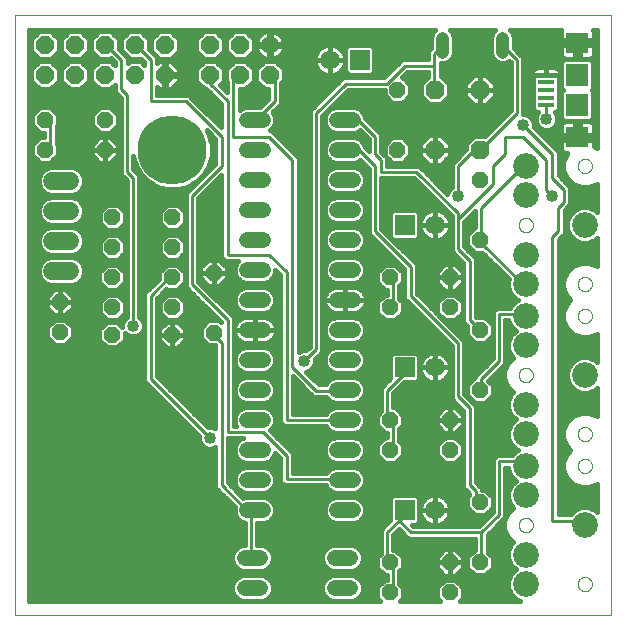
<source format=gtl>
G75*
%MOIN*%
%OFA0B0*%
%FSLAX25Y25*%
%IPPOS*%
%LPD*%
%AMOC8*
5,1,8,0,0,1.08239X$1,22.5*
%
%ADD10C,0.00000*%
%ADD11R,0.05512X0.01378*%
%ADD12R,0.07480X0.07087*%
%ADD13R,0.07480X0.07480*%
%ADD14C,0.05200*%
%ADD15C,0.08600*%
%ADD16OC8,0.05200*%
%ADD17C,0.06500*%
%ADD18R,0.06500X0.06500*%
%ADD19C,0.04400*%
%ADD20OC8,0.06300*%
%ADD21C,0.06000*%
%ADD22OC8,0.06000*%
%ADD23C,0.23000*%
%ADD24C,0.06000*%
%ADD25C,0.01000*%
%ADD26C,0.01600*%
%ADD27C,0.04000*%
D10*
X0001000Y0004600D02*
X0001000Y0204561D01*
X0199701Y0204561D01*
X0199701Y0004600D01*
X0001000Y0004600D01*
X0168953Y0034600D02*
X0168955Y0034697D01*
X0168961Y0034794D01*
X0168971Y0034890D01*
X0168985Y0034986D01*
X0169003Y0035082D01*
X0169024Y0035176D01*
X0169050Y0035270D01*
X0169079Y0035362D01*
X0169113Y0035453D01*
X0169149Y0035543D01*
X0169190Y0035631D01*
X0169234Y0035717D01*
X0169282Y0035802D01*
X0169333Y0035884D01*
X0169387Y0035965D01*
X0169445Y0036043D01*
X0169506Y0036118D01*
X0169569Y0036191D01*
X0169636Y0036262D01*
X0169706Y0036329D01*
X0169778Y0036394D01*
X0169853Y0036455D01*
X0169931Y0036514D01*
X0170010Y0036569D01*
X0170092Y0036621D01*
X0170176Y0036669D01*
X0170262Y0036714D01*
X0170350Y0036756D01*
X0170439Y0036794D01*
X0170530Y0036828D01*
X0170622Y0036858D01*
X0170715Y0036885D01*
X0170810Y0036907D01*
X0170905Y0036926D01*
X0171001Y0036941D01*
X0171097Y0036952D01*
X0171194Y0036959D01*
X0171291Y0036962D01*
X0171388Y0036961D01*
X0171485Y0036956D01*
X0171581Y0036947D01*
X0171677Y0036934D01*
X0171773Y0036917D01*
X0171868Y0036896D01*
X0171961Y0036872D01*
X0172054Y0036843D01*
X0172146Y0036811D01*
X0172236Y0036775D01*
X0172324Y0036736D01*
X0172411Y0036692D01*
X0172496Y0036646D01*
X0172579Y0036595D01*
X0172660Y0036542D01*
X0172738Y0036485D01*
X0172815Y0036425D01*
X0172888Y0036362D01*
X0172959Y0036296D01*
X0173027Y0036227D01*
X0173093Y0036155D01*
X0173155Y0036081D01*
X0173214Y0036004D01*
X0173270Y0035925D01*
X0173323Y0035843D01*
X0173373Y0035760D01*
X0173418Y0035674D01*
X0173461Y0035587D01*
X0173500Y0035498D01*
X0173535Y0035408D01*
X0173566Y0035316D01*
X0173593Y0035223D01*
X0173617Y0035129D01*
X0173637Y0035034D01*
X0173653Y0034938D01*
X0173665Y0034842D01*
X0173673Y0034745D01*
X0173677Y0034648D01*
X0173677Y0034552D01*
X0173673Y0034455D01*
X0173665Y0034358D01*
X0173653Y0034262D01*
X0173637Y0034166D01*
X0173617Y0034071D01*
X0173593Y0033977D01*
X0173566Y0033884D01*
X0173535Y0033792D01*
X0173500Y0033702D01*
X0173461Y0033613D01*
X0173418Y0033526D01*
X0173373Y0033440D01*
X0173323Y0033357D01*
X0173270Y0033275D01*
X0173214Y0033196D01*
X0173155Y0033119D01*
X0173093Y0033045D01*
X0173027Y0032973D01*
X0172959Y0032904D01*
X0172888Y0032838D01*
X0172815Y0032775D01*
X0172738Y0032715D01*
X0172660Y0032658D01*
X0172579Y0032605D01*
X0172496Y0032554D01*
X0172411Y0032508D01*
X0172324Y0032464D01*
X0172236Y0032425D01*
X0172146Y0032389D01*
X0172054Y0032357D01*
X0171961Y0032328D01*
X0171868Y0032304D01*
X0171773Y0032283D01*
X0171677Y0032266D01*
X0171581Y0032253D01*
X0171485Y0032244D01*
X0171388Y0032239D01*
X0171291Y0032238D01*
X0171194Y0032241D01*
X0171097Y0032248D01*
X0171001Y0032259D01*
X0170905Y0032274D01*
X0170810Y0032293D01*
X0170715Y0032315D01*
X0170622Y0032342D01*
X0170530Y0032372D01*
X0170439Y0032406D01*
X0170350Y0032444D01*
X0170262Y0032486D01*
X0170176Y0032531D01*
X0170092Y0032579D01*
X0170010Y0032631D01*
X0169931Y0032686D01*
X0169853Y0032745D01*
X0169778Y0032806D01*
X0169706Y0032871D01*
X0169636Y0032938D01*
X0169569Y0033009D01*
X0169506Y0033082D01*
X0169445Y0033157D01*
X0169387Y0033235D01*
X0169333Y0033316D01*
X0169282Y0033398D01*
X0169234Y0033483D01*
X0169190Y0033569D01*
X0169149Y0033657D01*
X0169113Y0033747D01*
X0169079Y0033838D01*
X0169050Y0033930D01*
X0169024Y0034024D01*
X0169003Y0034118D01*
X0168985Y0034214D01*
X0168971Y0034310D01*
X0168961Y0034406D01*
X0168955Y0034503D01*
X0168953Y0034600D01*
X0188638Y0014915D02*
X0188640Y0015012D01*
X0188646Y0015109D01*
X0188656Y0015205D01*
X0188670Y0015301D01*
X0188688Y0015397D01*
X0188709Y0015491D01*
X0188735Y0015585D01*
X0188764Y0015677D01*
X0188798Y0015768D01*
X0188834Y0015858D01*
X0188875Y0015946D01*
X0188919Y0016032D01*
X0188967Y0016117D01*
X0189018Y0016199D01*
X0189072Y0016280D01*
X0189130Y0016358D01*
X0189191Y0016433D01*
X0189254Y0016506D01*
X0189321Y0016577D01*
X0189391Y0016644D01*
X0189463Y0016709D01*
X0189538Y0016770D01*
X0189616Y0016829D01*
X0189695Y0016884D01*
X0189777Y0016936D01*
X0189861Y0016984D01*
X0189947Y0017029D01*
X0190035Y0017071D01*
X0190124Y0017109D01*
X0190215Y0017143D01*
X0190307Y0017173D01*
X0190400Y0017200D01*
X0190495Y0017222D01*
X0190590Y0017241D01*
X0190686Y0017256D01*
X0190782Y0017267D01*
X0190879Y0017274D01*
X0190976Y0017277D01*
X0191073Y0017276D01*
X0191170Y0017271D01*
X0191266Y0017262D01*
X0191362Y0017249D01*
X0191458Y0017232D01*
X0191553Y0017211D01*
X0191646Y0017187D01*
X0191739Y0017158D01*
X0191831Y0017126D01*
X0191921Y0017090D01*
X0192009Y0017051D01*
X0192096Y0017007D01*
X0192181Y0016961D01*
X0192264Y0016910D01*
X0192345Y0016857D01*
X0192423Y0016800D01*
X0192500Y0016740D01*
X0192573Y0016677D01*
X0192644Y0016611D01*
X0192712Y0016542D01*
X0192778Y0016470D01*
X0192840Y0016396D01*
X0192899Y0016319D01*
X0192955Y0016240D01*
X0193008Y0016158D01*
X0193058Y0016075D01*
X0193103Y0015989D01*
X0193146Y0015902D01*
X0193185Y0015813D01*
X0193220Y0015723D01*
X0193251Y0015631D01*
X0193278Y0015538D01*
X0193302Y0015444D01*
X0193322Y0015349D01*
X0193338Y0015253D01*
X0193350Y0015157D01*
X0193358Y0015060D01*
X0193362Y0014963D01*
X0193362Y0014867D01*
X0193358Y0014770D01*
X0193350Y0014673D01*
X0193338Y0014577D01*
X0193322Y0014481D01*
X0193302Y0014386D01*
X0193278Y0014292D01*
X0193251Y0014199D01*
X0193220Y0014107D01*
X0193185Y0014017D01*
X0193146Y0013928D01*
X0193103Y0013841D01*
X0193058Y0013755D01*
X0193008Y0013672D01*
X0192955Y0013590D01*
X0192899Y0013511D01*
X0192840Y0013434D01*
X0192778Y0013360D01*
X0192712Y0013288D01*
X0192644Y0013219D01*
X0192573Y0013153D01*
X0192500Y0013090D01*
X0192423Y0013030D01*
X0192345Y0012973D01*
X0192264Y0012920D01*
X0192181Y0012869D01*
X0192096Y0012823D01*
X0192009Y0012779D01*
X0191921Y0012740D01*
X0191831Y0012704D01*
X0191739Y0012672D01*
X0191646Y0012643D01*
X0191553Y0012619D01*
X0191458Y0012598D01*
X0191362Y0012581D01*
X0191266Y0012568D01*
X0191170Y0012559D01*
X0191073Y0012554D01*
X0190976Y0012553D01*
X0190879Y0012556D01*
X0190782Y0012563D01*
X0190686Y0012574D01*
X0190590Y0012589D01*
X0190495Y0012608D01*
X0190400Y0012630D01*
X0190307Y0012657D01*
X0190215Y0012687D01*
X0190124Y0012721D01*
X0190035Y0012759D01*
X0189947Y0012801D01*
X0189861Y0012846D01*
X0189777Y0012894D01*
X0189695Y0012946D01*
X0189616Y0013001D01*
X0189538Y0013060D01*
X0189463Y0013121D01*
X0189391Y0013186D01*
X0189321Y0013253D01*
X0189254Y0013324D01*
X0189191Y0013397D01*
X0189130Y0013472D01*
X0189072Y0013550D01*
X0189018Y0013631D01*
X0188967Y0013713D01*
X0188919Y0013798D01*
X0188875Y0013884D01*
X0188834Y0013972D01*
X0188798Y0014062D01*
X0188764Y0014153D01*
X0188735Y0014245D01*
X0188709Y0014339D01*
X0188688Y0014433D01*
X0188670Y0014529D01*
X0188656Y0014625D01*
X0188646Y0014721D01*
X0188640Y0014818D01*
X0188638Y0014915D01*
X0188638Y0054285D02*
X0188640Y0054382D01*
X0188646Y0054479D01*
X0188656Y0054575D01*
X0188670Y0054671D01*
X0188688Y0054767D01*
X0188709Y0054861D01*
X0188735Y0054955D01*
X0188764Y0055047D01*
X0188798Y0055138D01*
X0188834Y0055228D01*
X0188875Y0055316D01*
X0188919Y0055402D01*
X0188967Y0055487D01*
X0189018Y0055569D01*
X0189072Y0055650D01*
X0189130Y0055728D01*
X0189191Y0055803D01*
X0189254Y0055876D01*
X0189321Y0055947D01*
X0189391Y0056014D01*
X0189463Y0056079D01*
X0189538Y0056140D01*
X0189616Y0056199D01*
X0189695Y0056254D01*
X0189777Y0056306D01*
X0189861Y0056354D01*
X0189947Y0056399D01*
X0190035Y0056441D01*
X0190124Y0056479D01*
X0190215Y0056513D01*
X0190307Y0056543D01*
X0190400Y0056570D01*
X0190495Y0056592D01*
X0190590Y0056611D01*
X0190686Y0056626D01*
X0190782Y0056637D01*
X0190879Y0056644D01*
X0190976Y0056647D01*
X0191073Y0056646D01*
X0191170Y0056641D01*
X0191266Y0056632D01*
X0191362Y0056619D01*
X0191458Y0056602D01*
X0191553Y0056581D01*
X0191646Y0056557D01*
X0191739Y0056528D01*
X0191831Y0056496D01*
X0191921Y0056460D01*
X0192009Y0056421D01*
X0192096Y0056377D01*
X0192181Y0056331D01*
X0192264Y0056280D01*
X0192345Y0056227D01*
X0192423Y0056170D01*
X0192500Y0056110D01*
X0192573Y0056047D01*
X0192644Y0055981D01*
X0192712Y0055912D01*
X0192778Y0055840D01*
X0192840Y0055766D01*
X0192899Y0055689D01*
X0192955Y0055610D01*
X0193008Y0055528D01*
X0193058Y0055445D01*
X0193103Y0055359D01*
X0193146Y0055272D01*
X0193185Y0055183D01*
X0193220Y0055093D01*
X0193251Y0055001D01*
X0193278Y0054908D01*
X0193302Y0054814D01*
X0193322Y0054719D01*
X0193338Y0054623D01*
X0193350Y0054527D01*
X0193358Y0054430D01*
X0193362Y0054333D01*
X0193362Y0054237D01*
X0193358Y0054140D01*
X0193350Y0054043D01*
X0193338Y0053947D01*
X0193322Y0053851D01*
X0193302Y0053756D01*
X0193278Y0053662D01*
X0193251Y0053569D01*
X0193220Y0053477D01*
X0193185Y0053387D01*
X0193146Y0053298D01*
X0193103Y0053211D01*
X0193058Y0053125D01*
X0193008Y0053042D01*
X0192955Y0052960D01*
X0192899Y0052881D01*
X0192840Y0052804D01*
X0192778Y0052730D01*
X0192712Y0052658D01*
X0192644Y0052589D01*
X0192573Y0052523D01*
X0192500Y0052460D01*
X0192423Y0052400D01*
X0192345Y0052343D01*
X0192264Y0052290D01*
X0192181Y0052239D01*
X0192096Y0052193D01*
X0192009Y0052149D01*
X0191921Y0052110D01*
X0191831Y0052074D01*
X0191739Y0052042D01*
X0191646Y0052013D01*
X0191553Y0051989D01*
X0191458Y0051968D01*
X0191362Y0051951D01*
X0191266Y0051938D01*
X0191170Y0051929D01*
X0191073Y0051924D01*
X0190976Y0051923D01*
X0190879Y0051926D01*
X0190782Y0051933D01*
X0190686Y0051944D01*
X0190590Y0051959D01*
X0190495Y0051978D01*
X0190400Y0052000D01*
X0190307Y0052027D01*
X0190215Y0052057D01*
X0190124Y0052091D01*
X0190035Y0052129D01*
X0189947Y0052171D01*
X0189861Y0052216D01*
X0189777Y0052264D01*
X0189695Y0052316D01*
X0189616Y0052371D01*
X0189538Y0052430D01*
X0189463Y0052491D01*
X0189391Y0052556D01*
X0189321Y0052623D01*
X0189254Y0052694D01*
X0189191Y0052767D01*
X0189130Y0052842D01*
X0189072Y0052920D01*
X0189018Y0053001D01*
X0188967Y0053083D01*
X0188919Y0053168D01*
X0188875Y0053254D01*
X0188834Y0053342D01*
X0188798Y0053432D01*
X0188764Y0053523D01*
X0188735Y0053615D01*
X0188709Y0053709D01*
X0188688Y0053803D01*
X0188670Y0053899D01*
X0188656Y0053995D01*
X0188646Y0054091D01*
X0188640Y0054188D01*
X0188638Y0054285D01*
X0188638Y0064915D02*
X0188640Y0065012D01*
X0188646Y0065109D01*
X0188656Y0065205D01*
X0188670Y0065301D01*
X0188688Y0065397D01*
X0188709Y0065491D01*
X0188735Y0065585D01*
X0188764Y0065677D01*
X0188798Y0065768D01*
X0188834Y0065858D01*
X0188875Y0065946D01*
X0188919Y0066032D01*
X0188967Y0066117D01*
X0189018Y0066199D01*
X0189072Y0066280D01*
X0189130Y0066358D01*
X0189191Y0066433D01*
X0189254Y0066506D01*
X0189321Y0066577D01*
X0189391Y0066644D01*
X0189463Y0066709D01*
X0189538Y0066770D01*
X0189616Y0066829D01*
X0189695Y0066884D01*
X0189777Y0066936D01*
X0189861Y0066984D01*
X0189947Y0067029D01*
X0190035Y0067071D01*
X0190124Y0067109D01*
X0190215Y0067143D01*
X0190307Y0067173D01*
X0190400Y0067200D01*
X0190495Y0067222D01*
X0190590Y0067241D01*
X0190686Y0067256D01*
X0190782Y0067267D01*
X0190879Y0067274D01*
X0190976Y0067277D01*
X0191073Y0067276D01*
X0191170Y0067271D01*
X0191266Y0067262D01*
X0191362Y0067249D01*
X0191458Y0067232D01*
X0191553Y0067211D01*
X0191646Y0067187D01*
X0191739Y0067158D01*
X0191831Y0067126D01*
X0191921Y0067090D01*
X0192009Y0067051D01*
X0192096Y0067007D01*
X0192181Y0066961D01*
X0192264Y0066910D01*
X0192345Y0066857D01*
X0192423Y0066800D01*
X0192500Y0066740D01*
X0192573Y0066677D01*
X0192644Y0066611D01*
X0192712Y0066542D01*
X0192778Y0066470D01*
X0192840Y0066396D01*
X0192899Y0066319D01*
X0192955Y0066240D01*
X0193008Y0066158D01*
X0193058Y0066075D01*
X0193103Y0065989D01*
X0193146Y0065902D01*
X0193185Y0065813D01*
X0193220Y0065723D01*
X0193251Y0065631D01*
X0193278Y0065538D01*
X0193302Y0065444D01*
X0193322Y0065349D01*
X0193338Y0065253D01*
X0193350Y0065157D01*
X0193358Y0065060D01*
X0193362Y0064963D01*
X0193362Y0064867D01*
X0193358Y0064770D01*
X0193350Y0064673D01*
X0193338Y0064577D01*
X0193322Y0064481D01*
X0193302Y0064386D01*
X0193278Y0064292D01*
X0193251Y0064199D01*
X0193220Y0064107D01*
X0193185Y0064017D01*
X0193146Y0063928D01*
X0193103Y0063841D01*
X0193058Y0063755D01*
X0193008Y0063672D01*
X0192955Y0063590D01*
X0192899Y0063511D01*
X0192840Y0063434D01*
X0192778Y0063360D01*
X0192712Y0063288D01*
X0192644Y0063219D01*
X0192573Y0063153D01*
X0192500Y0063090D01*
X0192423Y0063030D01*
X0192345Y0062973D01*
X0192264Y0062920D01*
X0192181Y0062869D01*
X0192096Y0062823D01*
X0192009Y0062779D01*
X0191921Y0062740D01*
X0191831Y0062704D01*
X0191739Y0062672D01*
X0191646Y0062643D01*
X0191553Y0062619D01*
X0191458Y0062598D01*
X0191362Y0062581D01*
X0191266Y0062568D01*
X0191170Y0062559D01*
X0191073Y0062554D01*
X0190976Y0062553D01*
X0190879Y0062556D01*
X0190782Y0062563D01*
X0190686Y0062574D01*
X0190590Y0062589D01*
X0190495Y0062608D01*
X0190400Y0062630D01*
X0190307Y0062657D01*
X0190215Y0062687D01*
X0190124Y0062721D01*
X0190035Y0062759D01*
X0189947Y0062801D01*
X0189861Y0062846D01*
X0189777Y0062894D01*
X0189695Y0062946D01*
X0189616Y0063001D01*
X0189538Y0063060D01*
X0189463Y0063121D01*
X0189391Y0063186D01*
X0189321Y0063253D01*
X0189254Y0063324D01*
X0189191Y0063397D01*
X0189130Y0063472D01*
X0189072Y0063550D01*
X0189018Y0063631D01*
X0188967Y0063713D01*
X0188919Y0063798D01*
X0188875Y0063884D01*
X0188834Y0063972D01*
X0188798Y0064062D01*
X0188764Y0064153D01*
X0188735Y0064245D01*
X0188709Y0064339D01*
X0188688Y0064433D01*
X0188670Y0064529D01*
X0188656Y0064625D01*
X0188646Y0064721D01*
X0188640Y0064818D01*
X0188638Y0064915D01*
X0168953Y0084600D02*
X0168955Y0084697D01*
X0168961Y0084794D01*
X0168971Y0084890D01*
X0168985Y0084986D01*
X0169003Y0085082D01*
X0169024Y0085176D01*
X0169050Y0085270D01*
X0169079Y0085362D01*
X0169113Y0085453D01*
X0169149Y0085543D01*
X0169190Y0085631D01*
X0169234Y0085717D01*
X0169282Y0085802D01*
X0169333Y0085884D01*
X0169387Y0085965D01*
X0169445Y0086043D01*
X0169506Y0086118D01*
X0169569Y0086191D01*
X0169636Y0086262D01*
X0169706Y0086329D01*
X0169778Y0086394D01*
X0169853Y0086455D01*
X0169931Y0086514D01*
X0170010Y0086569D01*
X0170092Y0086621D01*
X0170176Y0086669D01*
X0170262Y0086714D01*
X0170350Y0086756D01*
X0170439Y0086794D01*
X0170530Y0086828D01*
X0170622Y0086858D01*
X0170715Y0086885D01*
X0170810Y0086907D01*
X0170905Y0086926D01*
X0171001Y0086941D01*
X0171097Y0086952D01*
X0171194Y0086959D01*
X0171291Y0086962D01*
X0171388Y0086961D01*
X0171485Y0086956D01*
X0171581Y0086947D01*
X0171677Y0086934D01*
X0171773Y0086917D01*
X0171868Y0086896D01*
X0171961Y0086872D01*
X0172054Y0086843D01*
X0172146Y0086811D01*
X0172236Y0086775D01*
X0172324Y0086736D01*
X0172411Y0086692D01*
X0172496Y0086646D01*
X0172579Y0086595D01*
X0172660Y0086542D01*
X0172738Y0086485D01*
X0172815Y0086425D01*
X0172888Y0086362D01*
X0172959Y0086296D01*
X0173027Y0086227D01*
X0173093Y0086155D01*
X0173155Y0086081D01*
X0173214Y0086004D01*
X0173270Y0085925D01*
X0173323Y0085843D01*
X0173373Y0085760D01*
X0173418Y0085674D01*
X0173461Y0085587D01*
X0173500Y0085498D01*
X0173535Y0085408D01*
X0173566Y0085316D01*
X0173593Y0085223D01*
X0173617Y0085129D01*
X0173637Y0085034D01*
X0173653Y0084938D01*
X0173665Y0084842D01*
X0173673Y0084745D01*
X0173677Y0084648D01*
X0173677Y0084552D01*
X0173673Y0084455D01*
X0173665Y0084358D01*
X0173653Y0084262D01*
X0173637Y0084166D01*
X0173617Y0084071D01*
X0173593Y0083977D01*
X0173566Y0083884D01*
X0173535Y0083792D01*
X0173500Y0083702D01*
X0173461Y0083613D01*
X0173418Y0083526D01*
X0173373Y0083440D01*
X0173323Y0083357D01*
X0173270Y0083275D01*
X0173214Y0083196D01*
X0173155Y0083119D01*
X0173093Y0083045D01*
X0173027Y0082973D01*
X0172959Y0082904D01*
X0172888Y0082838D01*
X0172815Y0082775D01*
X0172738Y0082715D01*
X0172660Y0082658D01*
X0172579Y0082605D01*
X0172496Y0082554D01*
X0172411Y0082508D01*
X0172324Y0082464D01*
X0172236Y0082425D01*
X0172146Y0082389D01*
X0172054Y0082357D01*
X0171961Y0082328D01*
X0171868Y0082304D01*
X0171773Y0082283D01*
X0171677Y0082266D01*
X0171581Y0082253D01*
X0171485Y0082244D01*
X0171388Y0082239D01*
X0171291Y0082238D01*
X0171194Y0082241D01*
X0171097Y0082248D01*
X0171001Y0082259D01*
X0170905Y0082274D01*
X0170810Y0082293D01*
X0170715Y0082315D01*
X0170622Y0082342D01*
X0170530Y0082372D01*
X0170439Y0082406D01*
X0170350Y0082444D01*
X0170262Y0082486D01*
X0170176Y0082531D01*
X0170092Y0082579D01*
X0170010Y0082631D01*
X0169931Y0082686D01*
X0169853Y0082745D01*
X0169778Y0082806D01*
X0169706Y0082871D01*
X0169636Y0082938D01*
X0169569Y0083009D01*
X0169506Y0083082D01*
X0169445Y0083157D01*
X0169387Y0083235D01*
X0169333Y0083316D01*
X0169282Y0083398D01*
X0169234Y0083483D01*
X0169190Y0083569D01*
X0169149Y0083657D01*
X0169113Y0083747D01*
X0169079Y0083838D01*
X0169050Y0083930D01*
X0169024Y0084024D01*
X0169003Y0084118D01*
X0168985Y0084214D01*
X0168971Y0084310D01*
X0168961Y0084406D01*
X0168955Y0084503D01*
X0168953Y0084600D01*
X0188638Y0104285D02*
X0188640Y0104382D01*
X0188646Y0104479D01*
X0188656Y0104575D01*
X0188670Y0104671D01*
X0188688Y0104767D01*
X0188709Y0104861D01*
X0188735Y0104955D01*
X0188764Y0105047D01*
X0188798Y0105138D01*
X0188834Y0105228D01*
X0188875Y0105316D01*
X0188919Y0105402D01*
X0188967Y0105487D01*
X0189018Y0105569D01*
X0189072Y0105650D01*
X0189130Y0105728D01*
X0189191Y0105803D01*
X0189254Y0105876D01*
X0189321Y0105947D01*
X0189391Y0106014D01*
X0189463Y0106079D01*
X0189538Y0106140D01*
X0189616Y0106199D01*
X0189695Y0106254D01*
X0189777Y0106306D01*
X0189861Y0106354D01*
X0189947Y0106399D01*
X0190035Y0106441D01*
X0190124Y0106479D01*
X0190215Y0106513D01*
X0190307Y0106543D01*
X0190400Y0106570D01*
X0190495Y0106592D01*
X0190590Y0106611D01*
X0190686Y0106626D01*
X0190782Y0106637D01*
X0190879Y0106644D01*
X0190976Y0106647D01*
X0191073Y0106646D01*
X0191170Y0106641D01*
X0191266Y0106632D01*
X0191362Y0106619D01*
X0191458Y0106602D01*
X0191553Y0106581D01*
X0191646Y0106557D01*
X0191739Y0106528D01*
X0191831Y0106496D01*
X0191921Y0106460D01*
X0192009Y0106421D01*
X0192096Y0106377D01*
X0192181Y0106331D01*
X0192264Y0106280D01*
X0192345Y0106227D01*
X0192423Y0106170D01*
X0192500Y0106110D01*
X0192573Y0106047D01*
X0192644Y0105981D01*
X0192712Y0105912D01*
X0192778Y0105840D01*
X0192840Y0105766D01*
X0192899Y0105689D01*
X0192955Y0105610D01*
X0193008Y0105528D01*
X0193058Y0105445D01*
X0193103Y0105359D01*
X0193146Y0105272D01*
X0193185Y0105183D01*
X0193220Y0105093D01*
X0193251Y0105001D01*
X0193278Y0104908D01*
X0193302Y0104814D01*
X0193322Y0104719D01*
X0193338Y0104623D01*
X0193350Y0104527D01*
X0193358Y0104430D01*
X0193362Y0104333D01*
X0193362Y0104237D01*
X0193358Y0104140D01*
X0193350Y0104043D01*
X0193338Y0103947D01*
X0193322Y0103851D01*
X0193302Y0103756D01*
X0193278Y0103662D01*
X0193251Y0103569D01*
X0193220Y0103477D01*
X0193185Y0103387D01*
X0193146Y0103298D01*
X0193103Y0103211D01*
X0193058Y0103125D01*
X0193008Y0103042D01*
X0192955Y0102960D01*
X0192899Y0102881D01*
X0192840Y0102804D01*
X0192778Y0102730D01*
X0192712Y0102658D01*
X0192644Y0102589D01*
X0192573Y0102523D01*
X0192500Y0102460D01*
X0192423Y0102400D01*
X0192345Y0102343D01*
X0192264Y0102290D01*
X0192181Y0102239D01*
X0192096Y0102193D01*
X0192009Y0102149D01*
X0191921Y0102110D01*
X0191831Y0102074D01*
X0191739Y0102042D01*
X0191646Y0102013D01*
X0191553Y0101989D01*
X0191458Y0101968D01*
X0191362Y0101951D01*
X0191266Y0101938D01*
X0191170Y0101929D01*
X0191073Y0101924D01*
X0190976Y0101923D01*
X0190879Y0101926D01*
X0190782Y0101933D01*
X0190686Y0101944D01*
X0190590Y0101959D01*
X0190495Y0101978D01*
X0190400Y0102000D01*
X0190307Y0102027D01*
X0190215Y0102057D01*
X0190124Y0102091D01*
X0190035Y0102129D01*
X0189947Y0102171D01*
X0189861Y0102216D01*
X0189777Y0102264D01*
X0189695Y0102316D01*
X0189616Y0102371D01*
X0189538Y0102430D01*
X0189463Y0102491D01*
X0189391Y0102556D01*
X0189321Y0102623D01*
X0189254Y0102694D01*
X0189191Y0102767D01*
X0189130Y0102842D01*
X0189072Y0102920D01*
X0189018Y0103001D01*
X0188967Y0103083D01*
X0188919Y0103168D01*
X0188875Y0103254D01*
X0188834Y0103342D01*
X0188798Y0103432D01*
X0188764Y0103523D01*
X0188735Y0103615D01*
X0188709Y0103709D01*
X0188688Y0103803D01*
X0188670Y0103899D01*
X0188656Y0103995D01*
X0188646Y0104091D01*
X0188640Y0104188D01*
X0188638Y0104285D01*
X0188638Y0114915D02*
X0188640Y0115012D01*
X0188646Y0115109D01*
X0188656Y0115205D01*
X0188670Y0115301D01*
X0188688Y0115397D01*
X0188709Y0115491D01*
X0188735Y0115585D01*
X0188764Y0115677D01*
X0188798Y0115768D01*
X0188834Y0115858D01*
X0188875Y0115946D01*
X0188919Y0116032D01*
X0188967Y0116117D01*
X0189018Y0116199D01*
X0189072Y0116280D01*
X0189130Y0116358D01*
X0189191Y0116433D01*
X0189254Y0116506D01*
X0189321Y0116577D01*
X0189391Y0116644D01*
X0189463Y0116709D01*
X0189538Y0116770D01*
X0189616Y0116829D01*
X0189695Y0116884D01*
X0189777Y0116936D01*
X0189861Y0116984D01*
X0189947Y0117029D01*
X0190035Y0117071D01*
X0190124Y0117109D01*
X0190215Y0117143D01*
X0190307Y0117173D01*
X0190400Y0117200D01*
X0190495Y0117222D01*
X0190590Y0117241D01*
X0190686Y0117256D01*
X0190782Y0117267D01*
X0190879Y0117274D01*
X0190976Y0117277D01*
X0191073Y0117276D01*
X0191170Y0117271D01*
X0191266Y0117262D01*
X0191362Y0117249D01*
X0191458Y0117232D01*
X0191553Y0117211D01*
X0191646Y0117187D01*
X0191739Y0117158D01*
X0191831Y0117126D01*
X0191921Y0117090D01*
X0192009Y0117051D01*
X0192096Y0117007D01*
X0192181Y0116961D01*
X0192264Y0116910D01*
X0192345Y0116857D01*
X0192423Y0116800D01*
X0192500Y0116740D01*
X0192573Y0116677D01*
X0192644Y0116611D01*
X0192712Y0116542D01*
X0192778Y0116470D01*
X0192840Y0116396D01*
X0192899Y0116319D01*
X0192955Y0116240D01*
X0193008Y0116158D01*
X0193058Y0116075D01*
X0193103Y0115989D01*
X0193146Y0115902D01*
X0193185Y0115813D01*
X0193220Y0115723D01*
X0193251Y0115631D01*
X0193278Y0115538D01*
X0193302Y0115444D01*
X0193322Y0115349D01*
X0193338Y0115253D01*
X0193350Y0115157D01*
X0193358Y0115060D01*
X0193362Y0114963D01*
X0193362Y0114867D01*
X0193358Y0114770D01*
X0193350Y0114673D01*
X0193338Y0114577D01*
X0193322Y0114481D01*
X0193302Y0114386D01*
X0193278Y0114292D01*
X0193251Y0114199D01*
X0193220Y0114107D01*
X0193185Y0114017D01*
X0193146Y0113928D01*
X0193103Y0113841D01*
X0193058Y0113755D01*
X0193008Y0113672D01*
X0192955Y0113590D01*
X0192899Y0113511D01*
X0192840Y0113434D01*
X0192778Y0113360D01*
X0192712Y0113288D01*
X0192644Y0113219D01*
X0192573Y0113153D01*
X0192500Y0113090D01*
X0192423Y0113030D01*
X0192345Y0112973D01*
X0192264Y0112920D01*
X0192181Y0112869D01*
X0192096Y0112823D01*
X0192009Y0112779D01*
X0191921Y0112740D01*
X0191831Y0112704D01*
X0191739Y0112672D01*
X0191646Y0112643D01*
X0191553Y0112619D01*
X0191458Y0112598D01*
X0191362Y0112581D01*
X0191266Y0112568D01*
X0191170Y0112559D01*
X0191073Y0112554D01*
X0190976Y0112553D01*
X0190879Y0112556D01*
X0190782Y0112563D01*
X0190686Y0112574D01*
X0190590Y0112589D01*
X0190495Y0112608D01*
X0190400Y0112630D01*
X0190307Y0112657D01*
X0190215Y0112687D01*
X0190124Y0112721D01*
X0190035Y0112759D01*
X0189947Y0112801D01*
X0189861Y0112846D01*
X0189777Y0112894D01*
X0189695Y0112946D01*
X0189616Y0113001D01*
X0189538Y0113060D01*
X0189463Y0113121D01*
X0189391Y0113186D01*
X0189321Y0113253D01*
X0189254Y0113324D01*
X0189191Y0113397D01*
X0189130Y0113472D01*
X0189072Y0113550D01*
X0189018Y0113631D01*
X0188967Y0113713D01*
X0188919Y0113798D01*
X0188875Y0113884D01*
X0188834Y0113972D01*
X0188798Y0114062D01*
X0188764Y0114153D01*
X0188735Y0114245D01*
X0188709Y0114339D01*
X0188688Y0114433D01*
X0188670Y0114529D01*
X0188656Y0114625D01*
X0188646Y0114721D01*
X0188640Y0114818D01*
X0188638Y0114915D01*
X0168953Y0134600D02*
X0168955Y0134697D01*
X0168961Y0134794D01*
X0168971Y0134890D01*
X0168985Y0134986D01*
X0169003Y0135082D01*
X0169024Y0135176D01*
X0169050Y0135270D01*
X0169079Y0135362D01*
X0169113Y0135453D01*
X0169149Y0135543D01*
X0169190Y0135631D01*
X0169234Y0135717D01*
X0169282Y0135802D01*
X0169333Y0135884D01*
X0169387Y0135965D01*
X0169445Y0136043D01*
X0169506Y0136118D01*
X0169569Y0136191D01*
X0169636Y0136262D01*
X0169706Y0136329D01*
X0169778Y0136394D01*
X0169853Y0136455D01*
X0169931Y0136514D01*
X0170010Y0136569D01*
X0170092Y0136621D01*
X0170176Y0136669D01*
X0170262Y0136714D01*
X0170350Y0136756D01*
X0170439Y0136794D01*
X0170530Y0136828D01*
X0170622Y0136858D01*
X0170715Y0136885D01*
X0170810Y0136907D01*
X0170905Y0136926D01*
X0171001Y0136941D01*
X0171097Y0136952D01*
X0171194Y0136959D01*
X0171291Y0136962D01*
X0171388Y0136961D01*
X0171485Y0136956D01*
X0171581Y0136947D01*
X0171677Y0136934D01*
X0171773Y0136917D01*
X0171868Y0136896D01*
X0171961Y0136872D01*
X0172054Y0136843D01*
X0172146Y0136811D01*
X0172236Y0136775D01*
X0172324Y0136736D01*
X0172411Y0136692D01*
X0172496Y0136646D01*
X0172579Y0136595D01*
X0172660Y0136542D01*
X0172738Y0136485D01*
X0172815Y0136425D01*
X0172888Y0136362D01*
X0172959Y0136296D01*
X0173027Y0136227D01*
X0173093Y0136155D01*
X0173155Y0136081D01*
X0173214Y0136004D01*
X0173270Y0135925D01*
X0173323Y0135843D01*
X0173373Y0135760D01*
X0173418Y0135674D01*
X0173461Y0135587D01*
X0173500Y0135498D01*
X0173535Y0135408D01*
X0173566Y0135316D01*
X0173593Y0135223D01*
X0173617Y0135129D01*
X0173637Y0135034D01*
X0173653Y0134938D01*
X0173665Y0134842D01*
X0173673Y0134745D01*
X0173677Y0134648D01*
X0173677Y0134552D01*
X0173673Y0134455D01*
X0173665Y0134358D01*
X0173653Y0134262D01*
X0173637Y0134166D01*
X0173617Y0134071D01*
X0173593Y0133977D01*
X0173566Y0133884D01*
X0173535Y0133792D01*
X0173500Y0133702D01*
X0173461Y0133613D01*
X0173418Y0133526D01*
X0173373Y0133440D01*
X0173323Y0133357D01*
X0173270Y0133275D01*
X0173214Y0133196D01*
X0173155Y0133119D01*
X0173093Y0133045D01*
X0173027Y0132973D01*
X0172959Y0132904D01*
X0172888Y0132838D01*
X0172815Y0132775D01*
X0172738Y0132715D01*
X0172660Y0132658D01*
X0172579Y0132605D01*
X0172496Y0132554D01*
X0172411Y0132508D01*
X0172324Y0132464D01*
X0172236Y0132425D01*
X0172146Y0132389D01*
X0172054Y0132357D01*
X0171961Y0132328D01*
X0171868Y0132304D01*
X0171773Y0132283D01*
X0171677Y0132266D01*
X0171581Y0132253D01*
X0171485Y0132244D01*
X0171388Y0132239D01*
X0171291Y0132238D01*
X0171194Y0132241D01*
X0171097Y0132248D01*
X0171001Y0132259D01*
X0170905Y0132274D01*
X0170810Y0132293D01*
X0170715Y0132315D01*
X0170622Y0132342D01*
X0170530Y0132372D01*
X0170439Y0132406D01*
X0170350Y0132444D01*
X0170262Y0132486D01*
X0170176Y0132531D01*
X0170092Y0132579D01*
X0170010Y0132631D01*
X0169931Y0132686D01*
X0169853Y0132745D01*
X0169778Y0132806D01*
X0169706Y0132871D01*
X0169636Y0132938D01*
X0169569Y0133009D01*
X0169506Y0133082D01*
X0169445Y0133157D01*
X0169387Y0133235D01*
X0169333Y0133316D01*
X0169282Y0133398D01*
X0169234Y0133483D01*
X0169190Y0133569D01*
X0169149Y0133657D01*
X0169113Y0133747D01*
X0169079Y0133838D01*
X0169050Y0133930D01*
X0169024Y0134024D01*
X0169003Y0134118D01*
X0168985Y0134214D01*
X0168971Y0134310D01*
X0168961Y0134406D01*
X0168955Y0134503D01*
X0168953Y0134600D01*
X0188638Y0154285D02*
X0188640Y0154382D01*
X0188646Y0154479D01*
X0188656Y0154575D01*
X0188670Y0154671D01*
X0188688Y0154767D01*
X0188709Y0154861D01*
X0188735Y0154955D01*
X0188764Y0155047D01*
X0188798Y0155138D01*
X0188834Y0155228D01*
X0188875Y0155316D01*
X0188919Y0155402D01*
X0188967Y0155487D01*
X0189018Y0155569D01*
X0189072Y0155650D01*
X0189130Y0155728D01*
X0189191Y0155803D01*
X0189254Y0155876D01*
X0189321Y0155947D01*
X0189391Y0156014D01*
X0189463Y0156079D01*
X0189538Y0156140D01*
X0189616Y0156199D01*
X0189695Y0156254D01*
X0189777Y0156306D01*
X0189861Y0156354D01*
X0189947Y0156399D01*
X0190035Y0156441D01*
X0190124Y0156479D01*
X0190215Y0156513D01*
X0190307Y0156543D01*
X0190400Y0156570D01*
X0190495Y0156592D01*
X0190590Y0156611D01*
X0190686Y0156626D01*
X0190782Y0156637D01*
X0190879Y0156644D01*
X0190976Y0156647D01*
X0191073Y0156646D01*
X0191170Y0156641D01*
X0191266Y0156632D01*
X0191362Y0156619D01*
X0191458Y0156602D01*
X0191553Y0156581D01*
X0191646Y0156557D01*
X0191739Y0156528D01*
X0191831Y0156496D01*
X0191921Y0156460D01*
X0192009Y0156421D01*
X0192096Y0156377D01*
X0192181Y0156331D01*
X0192264Y0156280D01*
X0192345Y0156227D01*
X0192423Y0156170D01*
X0192500Y0156110D01*
X0192573Y0156047D01*
X0192644Y0155981D01*
X0192712Y0155912D01*
X0192778Y0155840D01*
X0192840Y0155766D01*
X0192899Y0155689D01*
X0192955Y0155610D01*
X0193008Y0155528D01*
X0193058Y0155445D01*
X0193103Y0155359D01*
X0193146Y0155272D01*
X0193185Y0155183D01*
X0193220Y0155093D01*
X0193251Y0155001D01*
X0193278Y0154908D01*
X0193302Y0154814D01*
X0193322Y0154719D01*
X0193338Y0154623D01*
X0193350Y0154527D01*
X0193358Y0154430D01*
X0193362Y0154333D01*
X0193362Y0154237D01*
X0193358Y0154140D01*
X0193350Y0154043D01*
X0193338Y0153947D01*
X0193322Y0153851D01*
X0193302Y0153756D01*
X0193278Y0153662D01*
X0193251Y0153569D01*
X0193220Y0153477D01*
X0193185Y0153387D01*
X0193146Y0153298D01*
X0193103Y0153211D01*
X0193058Y0153125D01*
X0193008Y0153042D01*
X0192955Y0152960D01*
X0192899Y0152881D01*
X0192840Y0152804D01*
X0192778Y0152730D01*
X0192712Y0152658D01*
X0192644Y0152589D01*
X0192573Y0152523D01*
X0192500Y0152460D01*
X0192423Y0152400D01*
X0192345Y0152343D01*
X0192264Y0152290D01*
X0192181Y0152239D01*
X0192096Y0152193D01*
X0192009Y0152149D01*
X0191921Y0152110D01*
X0191831Y0152074D01*
X0191739Y0152042D01*
X0191646Y0152013D01*
X0191553Y0151989D01*
X0191458Y0151968D01*
X0191362Y0151951D01*
X0191266Y0151938D01*
X0191170Y0151929D01*
X0191073Y0151924D01*
X0190976Y0151923D01*
X0190879Y0151926D01*
X0190782Y0151933D01*
X0190686Y0151944D01*
X0190590Y0151959D01*
X0190495Y0151978D01*
X0190400Y0152000D01*
X0190307Y0152027D01*
X0190215Y0152057D01*
X0190124Y0152091D01*
X0190035Y0152129D01*
X0189947Y0152171D01*
X0189861Y0152216D01*
X0189777Y0152264D01*
X0189695Y0152316D01*
X0189616Y0152371D01*
X0189538Y0152430D01*
X0189463Y0152491D01*
X0189391Y0152556D01*
X0189321Y0152623D01*
X0189254Y0152694D01*
X0189191Y0152767D01*
X0189130Y0152842D01*
X0189072Y0152920D01*
X0189018Y0153001D01*
X0188967Y0153083D01*
X0188919Y0153168D01*
X0188875Y0153254D01*
X0188834Y0153342D01*
X0188798Y0153432D01*
X0188764Y0153523D01*
X0188735Y0153615D01*
X0188709Y0153709D01*
X0188688Y0153803D01*
X0188670Y0153899D01*
X0188656Y0153995D01*
X0188646Y0154091D01*
X0188640Y0154188D01*
X0188638Y0154285D01*
D11*
X0178067Y0174482D03*
X0178067Y0177041D03*
X0178067Y0179600D03*
X0178067Y0182159D03*
X0178067Y0184718D03*
D12*
X0188500Y0195348D03*
X0188500Y0163852D03*
D13*
X0188500Y0174600D03*
X0188500Y0184600D03*
D14*
X0113600Y0169600D02*
X0108400Y0169600D01*
X0108400Y0159600D02*
X0113600Y0159600D01*
X0113600Y0149600D02*
X0108400Y0149600D01*
X0108400Y0139600D02*
X0113600Y0139600D01*
X0113600Y0129600D02*
X0108400Y0129600D01*
X0108400Y0119600D02*
X0113600Y0119600D01*
X0113600Y0109600D02*
X0108400Y0109600D01*
X0108400Y0099600D02*
X0113600Y0099600D01*
X0113600Y0089600D02*
X0108400Y0089600D01*
X0108400Y0079600D02*
X0113600Y0079600D01*
X0113600Y0069600D02*
X0108400Y0069600D01*
X0108400Y0059600D02*
X0113600Y0059600D01*
X0113600Y0049600D02*
X0108400Y0049600D01*
X0108400Y0039600D02*
X0113600Y0039600D01*
X0112780Y0023600D02*
X0107580Y0023600D01*
X0107580Y0013600D02*
X0112780Y0013600D01*
X0083600Y0039600D02*
X0078400Y0039600D01*
X0078400Y0049600D02*
X0083600Y0049600D01*
X0083600Y0059600D02*
X0078400Y0059600D01*
X0078400Y0069600D02*
X0083600Y0069600D01*
X0083600Y0079600D02*
X0078400Y0079600D01*
X0078400Y0089600D02*
X0083600Y0089600D01*
X0083600Y0099600D02*
X0078400Y0099600D01*
X0078400Y0109600D02*
X0083600Y0109600D01*
X0083600Y0119600D02*
X0078400Y0119600D01*
X0078400Y0129600D02*
X0083600Y0129600D01*
X0083600Y0139600D02*
X0078400Y0139600D01*
X0078400Y0149600D02*
X0083600Y0149600D01*
X0083600Y0159600D02*
X0078400Y0159600D01*
X0078400Y0169600D02*
X0083600Y0169600D01*
X0082780Y0023600D02*
X0077580Y0023600D01*
X0077580Y0013600D02*
X0082780Y0013600D01*
D15*
X0171315Y0014915D03*
X0171315Y0024757D03*
X0171315Y0044443D03*
X0171315Y0054285D03*
X0171315Y0064915D03*
X0171315Y0074757D03*
X0171315Y0094443D03*
X0171315Y0104285D03*
X0171315Y0114915D03*
X0171315Y0124757D03*
X0171315Y0144443D03*
X0171315Y0154285D03*
X0191000Y0134600D03*
X0191000Y0084600D03*
X0191000Y0034600D03*
D16*
X0156000Y0042100D03*
X0156000Y0022100D03*
X0146000Y0022100D03*
X0146000Y0012100D03*
X0126000Y0012100D03*
X0126000Y0022100D03*
X0126000Y0059600D03*
X0126000Y0069600D03*
X0146000Y0069600D03*
X0146000Y0059600D03*
X0156000Y0079600D03*
X0156000Y0099600D03*
X0146000Y0107100D03*
X0146000Y0117100D03*
X0156000Y0129600D03*
X0156000Y0149600D03*
X0128500Y0159600D03*
X0128500Y0179600D03*
X0126000Y0117100D03*
X0126000Y0107100D03*
X0067260Y0098670D03*
X0053390Y0098030D03*
X0053500Y0107100D03*
X0053370Y0117230D03*
X0053500Y0127100D03*
X0053500Y0137100D03*
X0033500Y0137100D03*
X0033500Y0127100D03*
X0033370Y0117230D03*
X0033500Y0107100D03*
X0033390Y0098030D03*
X0016000Y0098840D03*
X0016000Y0108840D03*
X0067260Y0118670D03*
X0031000Y0159600D03*
X0031000Y0169600D03*
X0011000Y0169600D03*
X0011000Y0159600D03*
D17*
X0106000Y0189600D03*
X0141000Y0134600D03*
X0141000Y0087100D03*
X0141000Y0039600D03*
D18*
X0131000Y0039600D03*
X0131000Y0087100D03*
X0131000Y0134600D03*
X0116000Y0189600D03*
D19*
X0143500Y0192400D02*
X0143500Y0196800D01*
X0163500Y0196800D02*
X0163500Y0192400D01*
D20*
X0156000Y0179600D03*
X0141000Y0179600D03*
X0141000Y0159600D03*
X0156000Y0159600D03*
D21*
X0086000Y0194600D03*
D22*
X0086000Y0184600D03*
X0076000Y0184600D03*
X0066000Y0184600D03*
X0066000Y0194600D03*
X0076000Y0194600D03*
X0051000Y0194600D03*
X0051000Y0184600D03*
X0041000Y0184600D03*
X0031000Y0184600D03*
X0031000Y0194600D03*
X0041000Y0194600D03*
X0021000Y0194600D03*
X0011000Y0194600D03*
X0011000Y0184600D03*
X0021000Y0184600D03*
D23*
X0053500Y0159600D03*
D24*
X0019470Y0149210D02*
X0013470Y0149210D01*
X0013470Y0139210D02*
X0019470Y0139210D01*
X0019470Y0129210D02*
X0013470Y0129210D01*
X0013470Y0119210D02*
X0019470Y0119210D01*
D25*
X0040370Y0101057D02*
X0040370Y0150269D01*
X0038402Y0152238D01*
X0038402Y0177828D01*
X0036433Y0179797D01*
X0036433Y0189639D01*
X0032496Y0193576D01*
X0031000Y0194600D01*
X0041000Y0194600D02*
X0042339Y0193576D01*
X0046276Y0189639D01*
X0046276Y0175860D01*
X0058087Y0175860D01*
X0069898Y0164049D01*
X0069898Y0154206D01*
X0060055Y0144364D01*
X0060055Y0114836D01*
X0071866Y0103025D01*
X0071866Y0065624D01*
X0083677Y0065624D01*
X0091551Y0057750D01*
X0091551Y0049876D01*
X0109268Y0049876D01*
X0111000Y0049600D01*
X0126000Y0059600D02*
X0126984Y0059718D01*
X0126984Y0069561D01*
X0126000Y0069600D01*
X0125016Y0071529D01*
X0125016Y0079403D01*
X0130921Y0085309D01*
X0131000Y0087100D01*
X0148638Y0095151D02*
X0148638Y0077435D01*
X0152575Y0073498D01*
X0152575Y0047907D01*
X0154543Y0045939D01*
X0154543Y0043970D01*
X0156000Y0042100D01*
X0162417Y0038065D02*
X0156512Y0032159D01*
X0132890Y0032159D01*
X0128953Y0036096D01*
X0130921Y0038065D01*
X0131000Y0039600D01*
X0128953Y0036096D02*
X0125016Y0032159D01*
X0125016Y0022317D01*
X0126000Y0022100D01*
X0126984Y0020348D01*
X0126984Y0012474D01*
X0126000Y0012100D01*
X0156000Y0022100D02*
X0156512Y0022317D01*
X0156512Y0032159D01*
X0162417Y0038065D02*
X0162417Y0055781D01*
X0170291Y0055781D01*
X0171315Y0054285D01*
X0180134Y0036096D02*
X0180134Y0130584D01*
X0182102Y0132553D01*
X0182102Y0140427D01*
X0184071Y0142395D01*
X0184071Y0146332D01*
X0180134Y0150269D01*
X0180134Y0158143D01*
X0170291Y0167986D01*
X0170291Y0164049D02*
X0164386Y0164049D01*
X0164386Y0158143D01*
X0160449Y0154206D01*
X0160449Y0148301D01*
X0148638Y0136490D01*
X0148638Y0126647D01*
X0152575Y0122710D01*
X0152575Y0103025D01*
X0156000Y0099600D01*
X0162417Y0104994D02*
X0162417Y0089246D01*
X0156512Y0083340D01*
X0156512Y0081372D01*
X0156000Y0079600D01*
X0148638Y0095151D02*
X0132890Y0110899D01*
X0132890Y0120742D01*
X0121079Y0132553D01*
X0121079Y0154206D01*
X0115173Y0160112D01*
X0111236Y0160112D01*
X0111000Y0159600D01*
X0111000Y0169600D02*
X0111236Y0169954D01*
X0115173Y0169954D01*
X0121079Y0164049D01*
X0121079Y0158143D01*
X0123047Y0156175D01*
X0123047Y0152238D01*
X0134858Y0152238D01*
X0148638Y0138458D01*
X0148638Y0136490D01*
X0148638Y0144364D02*
X0148638Y0154206D01*
X0154543Y0160112D01*
X0156000Y0159600D01*
X0168323Y0171923D01*
X0168323Y0189639D01*
X0164386Y0193576D01*
X0163500Y0194600D01*
X0178067Y0174482D02*
X0178165Y0173891D01*
X0178165Y0169954D01*
X0170291Y0164049D02*
X0178165Y0156175D01*
X0178165Y0146332D01*
X0180134Y0144364D01*
X0171315Y0154285D02*
X0170291Y0154206D01*
X0156512Y0140427D01*
X0156512Y0130584D01*
X0156000Y0129600D01*
X0156512Y0128616D01*
X0170291Y0114836D01*
X0171315Y0114915D01*
X0170291Y0104994D02*
X0162417Y0104994D01*
X0170291Y0104994D02*
X0171315Y0104285D01*
X0126984Y0108931D02*
X0126000Y0107100D01*
X0126984Y0108931D02*
X0126984Y0116805D01*
X0126000Y0117100D01*
X0101394Y0093183D02*
X0101394Y0171923D01*
X0111236Y0181765D01*
X0125016Y0181765D01*
X0130921Y0187671D01*
X0140764Y0187671D01*
X0140764Y0191608D01*
X0142732Y0193576D01*
X0143500Y0194600D01*
X0140764Y0187671D02*
X0140764Y0179797D01*
X0141000Y0179600D01*
X0093520Y0156175D02*
X0085646Y0164049D01*
X0073835Y0164049D01*
X0073835Y0183734D01*
X0075803Y0185702D01*
X0076000Y0184600D01*
X0071866Y0175860D02*
X0065961Y0181765D01*
X0065961Y0183734D01*
X0066000Y0184600D01*
X0071866Y0175860D02*
X0071866Y0124679D01*
X0085646Y0124679D01*
X0091551Y0118773D01*
X0091551Y0069561D01*
X0109268Y0069561D01*
X0111000Y0069600D01*
X0109268Y0079403D02*
X0101394Y0079403D01*
X0093520Y0087277D01*
X0093520Y0156175D01*
X0081709Y0169954D02*
X0081000Y0169600D01*
X0081709Y0169954D02*
X0087614Y0175860D01*
X0087614Y0183734D01*
X0086000Y0184600D01*
X0053370Y0117230D02*
X0052181Y0116805D01*
X0046276Y0110899D01*
X0046276Y0083340D01*
X0065961Y0063655D01*
X0069898Y0047907D02*
X0079740Y0038065D01*
X0081000Y0039600D01*
X0079740Y0038065D02*
X0079740Y0024285D01*
X0080180Y0023600D01*
X0069898Y0047907D02*
X0069898Y0095151D01*
X0067929Y0097120D01*
X0067260Y0098670D01*
X0097457Y0089246D02*
X0101394Y0093183D01*
X0109268Y0079403D02*
X0111000Y0079600D01*
X0180134Y0036096D02*
X0189976Y0036096D01*
X0191000Y0034600D01*
X0012811Y0160112D02*
X0011000Y0159600D01*
X0012811Y0160112D02*
X0012811Y0167986D01*
X0011000Y0169600D01*
D26*
X0015200Y0169247D02*
X0026800Y0169247D01*
X0026800Y0167860D02*
X0029260Y0165400D01*
X0032740Y0165400D01*
X0035200Y0167860D01*
X0035200Y0171340D01*
X0032740Y0173800D01*
X0029260Y0173800D01*
X0026800Y0171340D01*
X0026800Y0167860D01*
X0027012Y0167648D02*
X0014988Y0167648D01*
X0014937Y0167597D02*
X0015200Y0167860D01*
X0015200Y0171340D01*
X0012740Y0173800D01*
X0009260Y0173800D01*
X0006800Y0171340D01*
X0006800Y0167860D01*
X0009260Y0165400D01*
X0010711Y0165400D01*
X0010711Y0163800D01*
X0009260Y0163800D01*
X0006800Y0161340D01*
X0006800Y0157860D01*
X0009260Y0155400D01*
X0012740Y0155400D01*
X0015200Y0157860D01*
X0015200Y0161340D01*
X0014911Y0161629D01*
X0014911Y0167186D01*
X0014957Y0167238D01*
X0014937Y0167597D01*
X0014911Y0166050D02*
X0028611Y0166050D01*
X0029177Y0164000D02*
X0026600Y0161423D01*
X0026600Y0159600D01*
X0031000Y0159600D01*
X0035400Y0159600D01*
X0035400Y0161423D01*
X0032823Y0164000D01*
X0031000Y0164000D01*
X0031000Y0159600D01*
X0031000Y0159600D01*
X0031000Y0159600D01*
X0035400Y0159600D01*
X0035400Y0157777D01*
X0032823Y0155200D01*
X0031000Y0155200D01*
X0031000Y0159600D01*
X0031000Y0159600D01*
X0031000Y0159600D01*
X0031000Y0164000D01*
X0029177Y0164000D01*
X0028030Y0162853D02*
X0014911Y0162853D01*
X0014911Y0164451D02*
X0036302Y0164451D01*
X0036302Y0162853D02*
X0033970Y0162853D01*
X0035400Y0161254D02*
X0036302Y0161254D01*
X0036302Y0159656D02*
X0035400Y0159656D01*
X0035400Y0158057D02*
X0036302Y0158057D01*
X0036302Y0156459D02*
X0034081Y0156459D01*
X0036302Y0154860D02*
X0005800Y0154860D01*
X0005800Y0153262D02*
X0011231Y0153262D01*
X0010864Y0153110D02*
X0012555Y0153810D01*
X0020385Y0153810D01*
X0022076Y0153110D01*
X0023370Y0151816D01*
X0024070Y0150125D01*
X0024070Y0148295D01*
X0023370Y0146604D01*
X0022076Y0145310D01*
X0020385Y0144610D01*
X0012555Y0144610D01*
X0010864Y0145310D01*
X0009570Y0146604D01*
X0008870Y0148295D01*
X0008870Y0150125D01*
X0009570Y0151816D01*
X0010864Y0153110D01*
X0009507Y0151663D02*
X0005800Y0151663D01*
X0005800Y0150065D02*
X0008870Y0150065D01*
X0008870Y0148466D02*
X0005800Y0148466D01*
X0005800Y0146868D02*
X0009461Y0146868D01*
X0010964Y0145269D02*
X0005800Y0145269D01*
X0005800Y0143670D02*
X0012218Y0143670D01*
X0012555Y0143810D02*
X0010864Y0143110D01*
X0009570Y0141816D01*
X0008870Y0140125D01*
X0008870Y0138295D01*
X0009570Y0136604D01*
X0010864Y0135310D01*
X0012555Y0134610D01*
X0020385Y0134610D01*
X0022076Y0135310D01*
X0023370Y0136604D01*
X0024070Y0138295D01*
X0024070Y0140125D01*
X0023370Y0141816D01*
X0022076Y0143110D01*
X0020385Y0143810D01*
X0012555Y0143810D01*
X0009827Y0142072D02*
X0005800Y0142072D01*
X0005800Y0140473D02*
X0009014Y0140473D01*
X0008870Y0138875D02*
X0005800Y0138875D01*
X0005800Y0137276D02*
X0009292Y0137276D01*
X0010497Y0135678D02*
X0005800Y0135678D01*
X0005800Y0134079D02*
X0030581Y0134079D01*
X0031760Y0132900D02*
X0035240Y0132900D01*
X0037700Y0135360D01*
X0037700Y0138840D01*
X0035240Y0141300D01*
X0031760Y0141300D01*
X0029300Y0138840D01*
X0029300Y0135360D01*
X0031760Y0132900D01*
X0031760Y0131300D02*
X0029300Y0128840D01*
X0029300Y0125360D01*
X0031760Y0122900D01*
X0035240Y0122900D01*
X0037700Y0125360D01*
X0037700Y0128840D01*
X0035240Y0131300D01*
X0031760Y0131300D01*
X0031343Y0130882D02*
X0023756Y0130882D01*
X0024070Y0130125D02*
X0023370Y0131816D01*
X0022076Y0133110D01*
X0020385Y0133810D01*
X0012555Y0133810D01*
X0010864Y0133110D01*
X0009570Y0131816D01*
X0008870Y0130125D01*
X0008870Y0128295D01*
X0009570Y0126604D01*
X0010864Y0125310D01*
X0012555Y0124610D01*
X0020385Y0124610D01*
X0022076Y0125310D01*
X0023370Y0126604D01*
X0024070Y0128295D01*
X0024070Y0130125D01*
X0024070Y0129284D02*
X0029744Y0129284D01*
X0029300Y0127685D02*
X0023817Y0127685D01*
X0022852Y0126087D02*
X0029300Y0126087D01*
X0030172Y0124488D02*
X0005800Y0124488D01*
X0005800Y0122890D02*
X0010644Y0122890D01*
X0010864Y0123110D02*
X0009570Y0121816D01*
X0008870Y0120125D01*
X0008870Y0118295D01*
X0009570Y0116604D01*
X0010864Y0115310D01*
X0012555Y0114610D01*
X0020385Y0114610D01*
X0022076Y0115310D01*
X0023370Y0116604D01*
X0024070Y0118295D01*
X0024070Y0120125D01*
X0023370Y0121816D01*
X0022076Y0123110D01*
X0020385Y0123810D01*
X0012555Y0123810D01*
X0010864Y0123110D01*
X0009353Y0121291D02*
X0005800Y0121291D01*
X0005800Y0119693D02*
X0008870Y0119693D01*
X0008953Y0118094D02*
X0005800Y0118094D01*
X0005800Y0116496D02*
X0009679Y0116496D01*
X0011861Y0114897D02*
X0005800Y0114897D01*
X0005800Y0113299D02*
X0031362Y0113299D01*
X0031630Y0113030D02*
X0035110Y0113030D01*
X0037570Y0115490D01*
X0037570Y0118970D01*
X0035110Y0121430D01*
X0031630Y0121430D01*
X0029170Y0118970D01*
X0029170Y0115490D01*
X0031630Y0113030D01*
X0031760Y0111300D02*
X0029300Y0108840D01*
X0029300Y0105360D01*
X0031760Y0102900D01*
X0035240Y0102900D01*
X0037700Y0105360D01*
X0037700Y0108840D01*
X0035240Y0111300D01*
X0031760Y0111300D01*
X0030562Y0110102D02*
X0020400Y0110102D01*
X0020400Y0110663D02*
X0020400Y0108840D01*
X0016000Y0108840D01*
X0016000Y0108840D01*
X0016000Y0113240D01*
X0017823Y0113240D01*
X0020400Y0110663D01*
X0019362Y0111700D02*
X0038270Y0111700D01*
X0038270Y0110102D02*
X0036438Y0110102D01*
X0037700Y0108503D02*
X0038270Y0108503D01*
X0038270Y0106905D02*
X0037700Y0106905D01*
X0037646Y0105306D02*
X0038270Y0105306D01*
X0038270Y0104048D02*
X0037318Y0103096D01*
X0036770Y0101773D01*
X0036770Y0100590D01*
X0035130Y0102230D01*
X0031650Y0102230D01*
X0029190Y0099770D01*
X0029190Y0096290D01*
X0031650Y0093830D01*
X0035130Y0093830D01*
X0037590Y0096290D01*
X0037590Y0098746D01*
X0038331Y0098005D01*
X0039654Y0097457D01*
X0041086Y0097457D01*
X0042409Y0098005D01*
X0043422Y0099017D01*
X0043970Y0100341D01*
X0043970Y0101773D01*
X0043422Y0103096D01*
X0042470Y0104048D01*
X0042470Y0151139D01*
X0040502Y0153108D01*
X0040502Y0157496D01*
X0041293Y0154544D01*
X0043017Y0151556D01*
X0045456Y0149117D01*
X0048444Y0147393D01*
X0051775Y0146500D01*
X0055225Y0146500D01*
X0058556Y0147393D01*
X0061544Y0149117D01*
X0063983Y0151556D01*
X0065707Y0154544D01*
X0066600Y0157875D01*
X0066600Y0161325D01*
X0065707Y0164656D01*
X0064870Y0166107D01*
X0067798Y0163179D01*
X0067798Y0155076D01*
X0057955Y0145234D01*
X0057955Y0113966D01*
X0059185Y0112736D01*
X0069766Y0102155D01*
X0069766Y0102104D01*
X0069000Y0102870D01*
X0065520Y0102870D01*
X0063060Y0100410D01*
X0063060Y0096930D01*
X0065520Y0094470D01*
X0067609Y0094470D01*
X0067798Y0094281D01*
X0067798Y0066791D01*
X0066677Y0067255D01*
X0065330Y0067255D01*
X0048376Y0084210D01*
X0048376Y0110029D01*
X0051503Y0113157D01*
X0051630Y0113030D01*
X0055110Y0113030D01*
X0057570Y0115490D01*
X0057570Y0118970D01*
X0055110Y0121430D01*
X0051630Y0121430D01*
X0049170Y0118970D01*
X0049170Y0116763D01*
X0044176Y0111769D01*
X0044176Y0082470D01*
X0045406Y0081240D01*
X0062361Y0064285D01*
X0062361Y0062939D01*
X0062909Y0061616D01*
X0063921Y0060603D01*
X0065245Y0060055D01*
X0066677Y0060055D01*
X0067798Y0060519D01*
X0067798Y0047037D01*
X0074258Y0040576D01*
X0074200Y0040435D01*
X0074200Y0038765D01*
X0074839Y0037221D01*
X0076021Y0036039D01*
X0077565Y0035400D01*
X0077640Y0035400D01*
X0077640Y0027800D01*
X0076745Y0027800D01*
X0075201Y0027161D01*
X0074019Y0025979D01*
X0073380Y0024435D01*
X0073380Y0022765D01*
X0074019Y0021221D01*
X0075201Y0020039D01*
X0076745Y0019400D01*
X0083615Y0019400D01*
X0085159Y0020039D01*
X0086341Y0021221D01*
X0086980Y0022765D01*
X0086980Y0024435D01*
X0086341Y0025979D01*
X0085159Y0027161D01*
X0083615Y0027800D01*
X0081840Y0027800D01*
X0081840Y0035400D01*
X0084435Y0035400D01*
X0085979Y0036039D01*
X0087161Y0037221D01*
X0087800Y0038765D01*
X0087800Y0040435D01*
X0087161Y0041979D01*
X0085979Y0043161D01*
X0084435Y0043800D01*
X0077565Y0043800D01*
X0077147Y0043627D01*
X0071998Y0048777D01*
X0071998Y0063524D01*
X0076897Y0063524D01*
X0076021Y0063161D01*
X0074839Y0061979D01*
X0074200Y0060435D01*
X0074200Y0058765D01*
X0074839Y0057221D01*
X0076021Y0056039D01*
X0077565Y0055400D01*
X0084435Y0055400D01*
X0085979Y0056039D01*
X0087161Y0057221D01*
X0087732Y0058599D01*
X0089451Y0056880D01*
X0089451Y0049006D01*
X0090681Y0047776D01*
X0104610Y0047776D01*
X0104839Y0047221D01*
X0106021Y0046039D01*
X0107565Y0045400D01*
X0114435Y0045400D01*
X0115979Y0046039D01*
X0117161Y0047221D01*
X0117800Y0048765D01*
X0117800Y0050435D01*
X0117161Y0051979D01*
X0115979Y0053161D01*
X0114435Y0053800D01*
X0107565Y0053800D01*
X0106021Y0053161D01*
X0104839Y0051979D01*
X0104838Y0051976D01*
X0093651Y0051976D01*
X0093651Y0058619D01*
X0086105Y0066165D01*
X0087161Y0067221D01*
X0087800Y0068765D01*
X0087800Y0070435D01*
X0087161Y0071979D01*
X0085979Y0073161D01*
X0084435Y0073800D01*
X0077565Y0073800D01*
X0076021Y0073161D01*
X0074839Y0071979D01*
X0074200Y0070435D01*
X0074200Y0068765D01*
X0074631Y0067724D01*
X0073966Y0067724D01*
X0073966Y0103895D01*
X0062155Y0115706D01*
X0062155Y0143494D01*
X0069766Y0151105D01*
X0069766Y0123809D01*
X0070996Y0122579D01*
X0075439Y0122579D01*
X0074839Y0121979D01*
X0074200Y0120435D01*
X0074200Y0118765D01*
X0074839Y0117221D01*
X0076021Y0116039D01*
X0077565Y0115400D01*
X0084435Y0115400D01*
X0085979Y0116039D01*
X0087161Y0117221D01*
X0087800Y0118765D01*
X0087800Y0119555D01*
X0089451Y0117903D01*
X0089451Y0068691D01*
X0090681Y0067461D01*
X0104740Y0067461D01*
X0104839Y0067221D01*
X0106021Y0066039D01*
X0107565Y0065400D01*
X0114435Y0065400D01*
X0115979Y0066039D01*
X0117161Y0067221D01*
X0117800Y0068765D01*
X0117800Y0070435D01*
X0117161Y0071979D01*
X0115979Y0073161D01*
X0114435Y0073800D01*
X0107565Y0073800D01*
X0106021Y0073161D01*
X0104839Y0071979D01*
X0104707Y0071661D01*
X0093651Y0071661D01*
X0093651Y0084176D01*
X0100524Y0077303D01*
X0104805Y0077303D01*
X0104839Y0077221D01*
X0106021Y0076039D01*
X0107565Y0075400D01*
X0114435Y0075400D01*
X0115979Y0076039D01*
X0117161Y0077221D01*
X0117800Y0078765D01*
X0117800Y0080435D01*
X0117161Y0081979D01*
X0115979Y0083161D01*
X0114435Y0083800D01*
X0107565Y0083800D01*
X0106021Y0083161D01*
X0104839Y0081979D01*
X0104642Y0081503D01*
X0102264Y0081503D01*
X0098121Y0085646D01*
X0098173Y0085646D01*
X0099496Y0086194D01*
X0100509Y0087206D01*
X0101057Y0088530D01*
X0101057Y0089876D01*
X0102264Y0091083D01*
X0103494Y0092313D01*
X0103494Y0171053D01*
X0112106Y0179665D01*
X0124300Y0179665D01*
X0124300Y0177860D01*
X0126760Y0175400D01*
X0130240Y0175400D01*
X0132700Y0177860D01*
X0132700Y0181340D01*
X0130240Y0183800D01*
X0130020Y0183800D01*
X0131791Y0185571D01*
X0138664Y0185571D01*
X0138664Y0183981D01*
X0136250Y0181568D01*
X0136250Y0177632D01*
X0139032Y0174850D01*
X0142968Y0174850D01*
X0145750Y0177632D01*
X0145750Y0181568D01*
X0142968Y0184350D01*
X0142864Y0184350D01*
X0142864Y0188600D01*
X0144256Y0188600D01*
X0145653Y0189179D01*
X0146721Y0190247D01*
X0147300Y0191644D01*
X0147300Y0197556D01*
X0146721Y0198953D01*
X0145913Y0199761D01*
X0161087Y0199761D01*
X0160279Y0198953D01*
X0159700Y0197556D01*
X0159700Y0191644D01*
X0160279Y0190247D01*
X0161347Y0189179D01*
X0162744Y0188600D01*
X0164256Y0188600D01*
X0165653Y0189179D01*
X0165733Y0189259D01*
X0166223Y0188770D01*
X0166223Y0172793D01*
X0157780Y0164350D01*
X0154032Y0164350D01*
X0151250Y0161568D01*
X0151250Y0159788D01*
X0146538Y0155076D01*
X0146538Y0147355D01*
X0145586Y0146403D01*
X0145038Y0145080D01*
X0145038Y0145028D01*
X0136958Y0153108D01*
X0135728Y0154338D01*
X0125147Y0154338D01*
X0125147Y0157013D01*
X0126760Y0155400D01*
X0130240Y0155400D01*
X0132700Y0157860D01*
X0132700Y0161340D01*
X0130240Y0163800D01*
X0126760Y0163800D01*
X0124300Y0161340D01*
X0124300Y0157892D01*
X0123179Y0159013D01*
X0123179Y0164919D01*
X0117800Y0170297D01*
X0117800Y0170435D01*
X0117161Y0171979D01*
X0115979Y0173161D01*
X0114435Y0173800D01*
X0107565Y0173800D01*
X0106021Y0173161D01*
X0104839Y0171979D01*
X0104200Y0170435D01*
X0104200Y0168765D01*
X0104839Y0167221D01*
X0106021Y0166039D01*
X0107565Y0165400D01*
X0114435Y0165400D01*
X0115979Y0166039D01*
X0116049Y0166109D01*
X0118979Y0163179D01*
X0118979Y0159276D01*
X0117786Y0160469D01*
X0117161Y0161979D01*
X0115979Y0163161D01*
X0114435Y0163800D01*
X0107565Y0163800D01*
X0106021Y0163161D01*
X0104839Y0161979D01*
X0104200Y0160435D01*
X0104200Y0158765D01*
X0104839Y0157221D01*
X0106021Y0156039D01*
X0107565Y0155400D01*
X0114435Y0155400D01*
X0115979Y0156039D01*
X0116127Y0156188D01*
X0118979Y0153336D01*
X0118979Y0131683D01*
X0130790Y0119872D01*
X0130790Y0110029D01*
X0132020Y0108799D01*
X0146538Y0094281D01*
X0146538Y0076565D01*
X0147768Y0075335D01*
X0150475Y0072628D01*
X0150475Y0047037D01*
X0151705Y0045807D01*
X0152443Y0045069D01*
X0152443Y0044483D01*
X0151800Y0043840D01*
X0151800Y0040360D01*
X0154260Y0037900D01*
X0157740Y0037900D01*
X0160200Y0040360D01*
X0160200Y0043840D01*
X0157740Y0046300D01*
X0156643Y0046300D01*
X0156643Y0046808D01*
X0154675Y0048777D01*
X0154675Y0074367D01*
X0150738Y0078304D01*
X0150738Y0096021D01*
X0134990Y0111769D01*
X0134990Y0121612D01*
X0123179Y0133423D01*
X0123179Y0150138D01*
X0133988Y0150138D01*
X0146538Y0137588D01*
X0146538Y0125777D01*
X0147768Y0124547D01*
X0150475Y0121840D01*
X0150475Y0102155D01*
X0151705Y0100925D01*
X0151800Y0100830D01*
X0151800Y0097860D01*
X0154260Y0095400D01*
X0157740Y0095400D01*
X0160200Y0097860D01*
X0160200Y0101340D01*
X0157740Y0103800D01*
X0154770Y0103800D01*
X0154675Y0103895D01*
X0154675Y0123580D01*
X0150738Y0127517D01*
X0150738Y0135620D01*
X0154412Y0139294D01*
X0154412Y0133800D01*
X0154260Y0133800D01*
X0151800Y0131340D01*
X0151800Y0127860D01*
X0154260Y0125400D01*
X0156758Y0125400D01*
X0165607Y0116551D01*
X0165415Y0116089D01*
X0165415Y0113741D01*
X0166313Y0111573D01*
X0167973Y0109913D01*
X0168729Y0109600D01*
X0167973Y0109287D01*
X0166313Y0107627D01*
X0166092Y0107094D01*
X0161547Y0107094D01*
X0160317Y0105864D01*
X0160317Y0090116D01*
X0155642Y0085440D01*
X0154412Y0084210D01*
X0154412Y0083800D01*
X0154260Y0083800D01*
X0151800Y0081340D01*
X0151800Y0077860D01*
X0154260Y0075400D01*
X0157740Y0075400D01*
X0160200Y0077860D01*
X0160200Y0081340D01*
X0158841Y0082699D01*
X0164517Y0088376D01*
X0164517Y0102894D01*
X0165505Y0102894D01*
X0166313Y0100943D01*
X0167892Y0099364D01*
X0166313Y0097785D01*
X0165415Y0095616D01*
X0165415Y0093269D01*
X0166313Y0091100D01*
X0167000Y0090414D01*
X0165243Y0088657D01*
X0164153Y0086025D01*
X0164153Y0083175D01*
X0165243Y0080543D01*
X0167000Y0078786D01*
X0166313Y0078100D01*
X0165415Y0075931D01*
X0165415Y0073584D01*
X0166313Y0071415D01*
X0167892Y0069836D01*
X0166313Y0068257D01*
X0165415Y0066089D01*
X0165415Y0063741D01*
X0166313Y0061573D01*
X0167973Y0059913D01*
X0168729Y0059600D01*
X0167973Y0059287D01*
X0166567Y0057881D01*
X0161547Y0057881D01*
X0160317Y0056651D01*
X0160317Y0038934D01*
X0155642Y0034259D01*
X0133760Y0034259D01*
X0133269Y0034750D01*
X0134913Y0034750D01*
X0135850Y0035687D01*
X0135850Y0043513D01*
X0134913Y0044450D01*
X0127087Y0044450D01*
X0126150Y0043513D01*
X0126150Y0036263D01*
X0124146Y0034259D01*
X0122916Y0033029D01*
X0122916Y0024955D01*
X0121800Y0023840D01*
X0121800Y0020360D01*
X0124260Y0017900D01*
X0124884Y0017900D01*
X0124884Y0016300D01*
X0124260Y0016300D01*
X0121800Y0013840D01*
X0121800Y0010360D01*
X0122760Y0009400D01*
X0005800Y0009400D01*
X0005800Y0199761D01*
X0141087Y0199761D01*
X0140279Y0198953D01*
X0139700Y0197556D01*
X0139700Y0193514D01*
X0138664Y0192478D01*
X0138664Y0189771D01*
X0130051Y0189771D01*
X0128821Y0188541D01*
X0124146Y0183865D01*
X0110366Y0183865D01*
X0109136Y0182635D01*
X0099294Y0172793D01*
X0099294Y0094053D01*
X0098087Y0092846D01*
X0096741Y0092846D01*
X0095620Y0092381D01*
X0095620Y0157045D01*
X0087746Y0164919D01*
X0086516Y0166149D01*
X0086088Y0166149D01*
X0087161Y0167221D01*
X0087800Y0168765D01*
X0087800Y0170435D01*
X0087161Y0171979D01*
X0086932Y0172208D01*
X0088484Y0173760D01*
X0089714Y0174990D01*
X0089714Y0181809D01*
X0090600Y0182695D01*
X0090600Y0186505D01*
X0087905Y0189200D01*
X0084095Y0189200D01*
X0081400Y0186505D01*
X0081400Y0182695D01*
X0084095Y0180000D01*
X0085514Y0180000D01*
X0085514Y0176730D01*
X0082584Y0173800D01*
X0077565Y0173800D01*
X0076021Y0173161D01*
X0075935Y0173074D01*
X0075935Y0180000D01*
X0077905Y0180000D01*
X0080600Y0182695D01*
X0080600Y0186505D01*
X0077905Y0189200D01*
X0074095Y0189200D01*
X0071400Y0186505D01*
X0071400Y0182695D01*
X0071735Y0182360D01*
X0071735Y0178961D01*
X0069301Y0181395D01*
X0070600Y0182695D01*
X0070600Y0186505D01*
X0067905Y0189200D01*
X0064095Y0189200D01*
X0061400Y0186505D01*
X0061400Y0182695D01*
X0064095Y0180000D01*
X0064756Y0180000D01*
X0065091Y0179665D01*
X0069766Y0174990D01*
X0069766Y0167150D01*
X0060187Y0176730D01*
X0058956Y0177960D01*
X0048376Y0177960D01*
X0048376Y0180436D01*
X0049012Y0179800D01*
X0050800Y0179800D01*
X0050800Y0184400D01*
X0051200Y0184400D01*
X0051200Y0184800D01*
X0050800Y0184800D01*
X0050800Y0189400D01*
X0049012Y0189400D01*
X0048376Y0188764D01*
X0048376Y0190509D01*
X0045600Y0193285D01*
X0045600Y0196505D01*
X0042905Y0199200D01*
X0039095Y0199200D01*
X0036400Y0196505D01*
X0036400Y0192695D01*
X0039095Y0190000D01*
X0042905Y0190000D01*
X0042925Y0190020D01*
X0044176Y0188770D01*
X0044176Y0187930D01*
X0042905Y0189200D01*
X0039095Y0189200D01*
X0038533Y0188638D01*
X0038533Y0190509D01*
X0035600Y0193442D01*
X0035600Y0196505D01*
X0032905Y0199200D01*
X0029095Y0199200D01*
X0026400Y0196505D01*
X0026400Y0192695D01*
X0029095Y0190000D01*
X0032905Y0190000D01*
X0033004Y0190099D01*
X0034333Y0188770D01*
X0034333Y0187772D01*
X0032905Y0189200D01*
X0029095Y0189200D01*
X0026400Y0186505D01*
X0026400Y0182695D01*
X0029095Y0180000D01*
X0032905Y0180000D01*
X0034333Y0181428D01*
X0034333Y0178927D01*
X0035563Y0177697D01*
X0036302Y0176958D01*
X0036302Y0151368D01*
X0037532Y0150138D01*
X0038270Y0149399D01*
X0038270Y0104048D01*
X0037930Y0103708D02*
X0036047Y0103708D01*
X0035250Y0102109D02*
X0036909Y0102109D01*
X0037590Y0097314D02*
X0044176Y0097314D01*
X0044176Y0098912D02*
X0043317Y0098912D01*
X0043970Y0100511D02*
X0044176Y0100511D01*
X0044176Y0102109D02*
X0043831Y0102109D01*
X0044176Y0103708D02*
X0042810Y0103708D01*
X0042470Y0105306D02*
X0044176Y0105306D01*
X0044176Y0106905D02*
X0042470Y0106905D01*
X0042470Y0108503D02*
X0044176Y0108503D01*
X0044176Y0110102D02*
X0042470Y0110102D01*
X0042470Y0111700D02*
X0044176Y0111700D01*
X0045705Y0113299D02*
X0042470Y0113299D01*
X0042470Y0114897D02*
X0047304Y0114897D01*
X0048902Y0116496D02*
X0042470Y0116496D01*
X0042470Y0118094D02*
X0049170Y0118094D01*
X0049893Y0119693D02*
X0042470Y0119693D01*
X0042470Y0121291D02*
X0051492Y0121291D01*
X0051760Y0122900D02*
X0055240Y0122900D01*
X0057700Y0125360D01*
X0057700Y0128840D01*
X0055240Y0131300D01*
X0051760Y0131300D01*
X0049300Y0128840D01*
X0049300Y0125360D01*
X0051760Y0122900D01*
X0050172Y0124488D02*
X0042470Y0124488D01*
X0042470Y0122890D02*
X0057955Y0122890D01*
X0057955Y0124488D02*
X0056828Y0124488D01*
X0057700Y0126087D02*
X0057955Y0126087D01*
X0057955Y0127685D02*
X0057700Y0127685D01*
X0057955Y0129284D02*
X0057256Y0129284D01*
X0057955Y0130882D02*
X0055657Y0130882D01*
X0055240Y0132900D02*
X0057700Y0135360D01*
X0057700Y0138840D01*
X0055240Y0141300D01*
X0051760Y0141300D01*
X0049300Y0138840D01*
X0049300Y0135360D01*
X0051760Y0132900D01*
X0055240Y0132900D01*
X0056419Y0134079D02*
X0057955Y0134079D01*
X0057955Y0132481D02*
X0042470Y0132481D01*
X0042470Y0134079D02*
X0050581Y0134079D01*
X0049300Y0135678D02*
X0042470Y0135678D01*
X0042470Y0137276D02*
X0049300Y0137276D01*
X0049335Y0138875D02*
X0042470Y0138875D01*
X0042470Y0140473D02*
X0050934Y0140473D01*
X0056066Y0140473D02*
X0057955Y0140473D01*
X0057955Y0138875D02*
X0057665Y0138875D01*
X0057700Y0137276D02*
X0057955Y0137276D01*
X0057955Y0135678D02*
X0057700Y0135678D01*
X0062155Y0135678D02*
X0069766Y0135678D01*
X0069766Y0137276D02*
X0062155Y0137276D01*
X0062155Y0138875D02*
X0069766Y0138875D01*
X0069766Y0140473D02*
X0062155Y0140473D01*
X0062155Y0142072D02*
X0069766Y0142072D01*
X0069766Y0143670D02*
X0062332Y0143670D01*
X0063930Y0145269D02*
X0069766Y0145269D01*
X0069766Y0146868D02*
X0065529Y0146868D01*
X0067127Y0148466D02*
X0069766Y0148466D01*
X0069766Y0150065D02*
X0068726Y0150065D01*
X0065983Y0153262D02*
X0064967Y0153262D01*
X0064385Y0151663D02*
X0064044Y0151663D01*
X0062786Y0150065D02*
X0062491Y0150065D01*
X0061188Y0148466D02*
X0060415Y0148466D01*
X0059589Y0146868D02*
X0056596Y0146868D01*
X0057990Y0145269D02*
X0042470Y0145269D01*
X0042470Y0143670D02*
X0057955Y0143670D01*
X0057955Y0142072D02*
X0042470Y0142072D01*
X0038270Y0142072D02*
X0023113Y0142072D01*
X0023926Y0140473D02*
X0030934Y0140473D01*
X0029335Y0138875D02*
X0024070Y0138875D01*
X0023648Y0137276D02*
X0029300Y0137276D01*
X0029300Y0135678D02*
X0022443Y0135678D01*
X0022704Y0132481D02*
X0038270Y0132481D01*
X0038270Y0134079D02*
X0036419Y0134079D01*
X0037700Y0135678D02*
X0038270Y0135678D01*
X0038270Y0137276D02*
X0037700Y0137276D01*
X0037665Y0138875D02*
X0038270Y0138875D01*
X0038270Y0140473D02*
X0036066Y0140473D01*
X0038270Y0143670D02*
X0020722Y0143670D01*
X0021976Y0145269D02*
X0038270Y0145269D01*
X0038270Y0146868D02*
X0023479Y0146868D01*
X0024070Y0148466D02*
X0038270Y0148466D01*
X0037605Y0150065D02*
X0024070Y0150065D01*
X0023433Y0151663D02*
X0036302Y0151663D01*
X0036302Y0153262D02*
X0021709Y0153262D01*
X0026600Y0157777D02*
X0026600Y0159600D01*
X0031000Y0159600D01*
X0031000Y0155200D01*
X0029177Y0155200D01*
X0026600Y0157777D01*
X0026600Y0158057D02*
X0015200Y0158057D01*
X0015200Y0159656D02*
X0026600Y0159656D01*
X0026600Y0161254D02*
X0015200Y0161254D01*
X0013798Y0156459D02*
X0027919Y0156459D01*
X0031000Y0156459D02*
X0031000Y0156459D01*
X0031000Y0158057D02*
X0031000Y0158057D01*
X0031000Y0159656D02*
X0031000Y0159656D01*
X0031000Y0161254D02*
X0031000Y0161254D01*
X0031000Y0162853D02*
X0031000Y0162853D01*
X0033389Y0166050D02*
X0036302Y0166050D01*
X0036302Y0167648D02*
X0034988Y0167648D01*
X0035200Y0169247D02*
X0036302Y0169247D01*
X0036302Y0170845D02*
X0035200Y0170845D01*
X0036302Y0172444D02*
X0034096Y0172444D01*
X0036302Y0174042D02*
X0005800Y0174042D01*
X0005800Y0172444D02*
X0007904Y0172444D01*
X0006800Y0170845D02*
X0005800Y0170845D01*
X0005800Y0169247D02*
X0006800Y0169247D01*
X0007012Y0167648D02*
X0005800Y0167648D01*
X0005800Y0166050D02*
X0008611Y0166050D01*
X0010711Y0164451D02*
X0005800Y0164451D01*
X0005800Y0162853D02*
X0008313Y0162853D01*
X0006800Y0161254D02*
X0005800Y0161254D01*
X0005800Y0159656D02*
X0006800Y0159656D01*
X0006800Y0158057D02*
X0005800Y0158057D01*
X0005800Y0156459D02*
X0008202Y0156459D01*
X0015200Y0170845D02*
X0026800Y0170845D01*
X0027904Y0172444D02*
X0014096Y0172444D01*
X0012905Y0180000D02*
X0009095Y0180000D01*
X0006400Y0182695D01*
X0006400Y0186505D01*
X0009095Y0189200D01*
X0012905Y0189200D01*
X0015600Y0186505D01*
X0015600Y0182695D01*
X0012905Y0180000D01*
X0013342Y0180436D02*
X0018658Y0180436D01*
X0019095Y0180000D02*
X0022905Y0180000D01*
X0025600Y0182695D01*
X0025600Y0186505D01*
X0022905Y0189200D01*
X0019095Y0189200D01*
X0016400Y0186505D01*
X0016400Y0182695D01*
X0019095Y0180000D01*
X0017060Y0182035D02*
X0014940Y0182035D01*
X0015600Y0183633D02*
X0016400Y0183633D01*
X0016400Y0185232D02*
X0015600Y0185232D01*
X0015275Y0186830D02*
X0016725Y0186830D01*
X0018323Y0188429D02*
X0013677Y0188429D01*
X0012905Y0190000D02*
X0015600Y0192695D01*
X0015600Y0196505D01*
X0012905Y0199200D01*
X0009095Y0199200D01*
X0006400Y0196505D01*
X0006400Y0192695D01*
X0009095Y0190000D01*
X0012905Y0190000D01*
X0012933Y0190027D02*
X0019067Y0190027D01*
X0019095Y0190000D02*
X0022905Y0190000D01*
X0025600Y0192695D01*
X0025600Y0196505D01*
X0022905Y0199200D01*
X0019095Y0199200D01*
X0016400Y0196505D01*
X0016400Y0192695D01*
X0019095Y0190000D01*
X0017469Y0191626D02*
X0014531Y0191626D01*
X0015600Y0193224D02*
X0016400Y0193224D01*
X0016400Y0194823D02*
X0015600Y0194823D01*
X0015600Y0196421D02*
X0016400Y0196421D01*
X0017914Y0198020D02*
X0014085Y0198020D01*
X0007914Y0198020D02*
X0005800Y0198020D01*
X0005800Y0199618D02*
X0140944Y0199618D01*
X0139892Y0198020D02*
X0089368Y0198020D01*
X0089127Y0198261D02*
X0088516Y0198705D01*
X0087843Y0199048D01*
X0087124Y0199282D01*
X0086378Y0199400D01*
X0086200Y0199400D01*
X0086200Y0194800D01*
X0090800Y0194800D01*
X0090800Y0194978D01*
X0090682Y0195724D01*
X0090448Y0196443D01*
X0090105Y0197116D01*
X0089661Y0197727D01*
X0089127Y0198261D01*
X0090455Y0196421D02*
X0139700Y0196421D01*
X0139700Y0194823D02*
X0090800Y0194823D01*
X0090800Y0194400D02*
X0086200Y0194400D01*
X0086200Y0194800D01*
X0085800Y0194800D01*
X0085800Y0199400D01*
X0085622Y0199400D01*
X0084876Y0199282D01*
X0084157Y0199048D01*
X0083484Y0198705D01*
X0082873Y0198261D01*
X0082339Y0197727D01*
X0081895Y0197116D01*
X0081552Y0196443D01*
X0081318Y0195724D01*
X0081200Y0194978D01*
X0081200Y0194800D01*
X0085800Y0194800D01*
X0085800Y0194400D01*
X0086200Y0194400D01*
X0086200Y0189800D01*
X0086378Y0189800D01*
X0087124Y0189918D01*
X0087843Y0190152D01*
X0088516Y0190495D01*
X0089127Y0190939D01*
X0089661Y0191473D01*
X0090105Y0192084D01*
X0090448Y0192757D01*
X0090682Y0193476D01*
X0090800Y0194222D01*
X0090800Y0194400D01*
X0090600Y0193224D02*
X0102483Y0193224D01*
X0102710Y0193452D02*
X0102148Y0192890D01*
X0101681Y0192247D01*
X0101320Y0191539D01*
X0101074Y0190783D01*
X0100950Y0189997D01*
X0100950Y0189600D01*
X0106000Y0189600D01*
X0111050Y0189600D01*
X0111050Y0189997D01*
X0110926Y0190783D01*
X0110680Y0191539D01*
X0110319Y0192247D01*
X0109852Y0192890D01*
X0109290Y0193452D01*
X0108647Y0193919D01*
X0107939Y0194280D01*
X0107183Y0194526D01*
X0106397Y0194650D01*
X0106000Y0194650D01*
X0106000Y0189600D01*
X0106000Y0189600D01*
X0106000Y0189600D01*
X0111050Y0189600D01*
X0111050Y0189203D01*
X0110926Y0188417D01*
X0110680Y0187661D01*
X0110319Y0186953D01*
X0109852Y0186310D01*
X0109290Y0185748D01*
X0108647Y0185281D01*
X0107939Y0184920D01*
X0107183Y0184674D01*
X0106397Y0184550D01*
X0106000Y0184550D01*
X0106000Y0189600D01*
X0106000Y0189600D01*
X0106000Y0189600D01*
X0106000Y0194650D01*
X0105603Y0194650D01*
X0104817Y0194526D01*
X0104061Y0194280D01*
X0103353Y0193919D01*
X0102710Y0193452D01*
X0101364Y0191626D02*
X0089772Y0191626D01*
X0087460Y0190027D02*
X0100955Y0190027D01*
X0100950Y0189600D02*
X0100950Y0189203D01*
X0101074Y0188417D01*
X0101320Y0187661D01*
X0101681Y0186953D01*
X0102148Y0186310D01*
X0102710Y0185748D01*
X0103353Y0185281D01*
X0104061Y0184920D01*
X0104817Y0184674D01*
X0105603Y0184550D01*
X0106000Y0184550D01*
X0106000Y0189600D01*
X0100950Y0189600D01*
X0101073Y0188429D02*
X0088677Y0188429D01*
X0090275Y0186830D02*
X0101770Y0186830D01*
X0103450Y0185232D02*
X0090600Y0185232D01*
X0090600Y0183633D02*
X0110134Y0183633D01*
X0111605Y0185232D02*
X0108550Y0185232D01*
X0110230Y0186830D02*
X0111150Y0186830D01*
X0111150Y0185687D02*
X0112087Y0184750D01*
X0119913Y0184750D01*
X0120850Y0185687D01*
X0120850Y0193513D01*
X0119913Y0194450D01*
X0112087Y0194450D01*
X0111150Y0193513D01*
X0111150Y0185687D01*
X0111150Y0188429D02*
X0110927Y0188429D01*
X0111045Y0190027D02*
X0111150Y0190027D01*
X0111150Y0191626D02*
X0110636Y0191626D01*
X0111150Y0193224D02*
X0109517Y0193224D01*
X0106000Y0193224D02*
X0106000Y0193224D01*
X0106000Y0191626D02*
X0106000Y0191626D01*
X0106000Y0190027D02*
X0106000Y0190027D01*
X0106000Y0188429D02*
X0106000Y0188429D01*
X0106000Y0186830D02*
X0106000Y0186830D01*
X0106000Y0185232D02*
X0106000Y0185232D01*
X0108536Y0182035D02*
X0089940Y0182035D01*
X0089714Y0180436D02*
X0106937Y0180436D01*
X0105339Y0178838D02*
X0089714Y0178838D01*
X0089714Y0177239D02*
X0103740Y0177239D01*
X0102142Y0175641D02*
X0089714Y0175641D01*
X0088766Y0174042D02*
X0100543Y0174042D01*
X0099294Y0172444D02*
X0087168Y0172444D01*
X0087630Y0170845D02*
X0099294Y0170845D01*
X0099294Y0169247D02*
X0087800Y0169247D01*
X0087338Y0167648D02*
X0099294Y0167648D01*
X0099294Y0166050D02*
X0086615Y0166050D01*
X0088213Y0164451D02*
X0099294Y0164451D01*
X0099294Y0162853D02*
X0089812Y0162853D01*
X0091410Y0161254D02*
X0099294Y0161254D01*
X0099294Y0159656D02*
X0093009Y0159656D01*
X0094607Y0158057D02*
X0099294Y0158057D01*
X0099294Y0156459D02*
X0095620Y0156459D01*
X0095620Y0154860D02*
X0099294Y0154860D01*
X0099294Y0153262D02*
X0095620Y0153262D01*
X0095620Y0151663D02*
X0099294Y0151663D01*
X0099294Y0150065D02*
X0095620Y0150065D01*
X0095620Y0148466D02*
X0099294Y0148466D01*
X0099294Y0146868D02*
X0095620Y0146868D01*
X0095620Y0145269D02*
X0099294Y0145269D01*
X0099294Y0143670D02*
X0095620Y0143670D01*
X0095620Y0142072D02*
X0099294Y0142072D01*
X0099294Y0140473D02*
X0095620Y0140473D01*
X0095620Y0138875D02*
X0099294Y0138875D01*
X0099294Y0137276D02*
X0095620Y0137276D01*
X0095620Y0135678D02*
X0099294Y0135678D01*
X0099294Y0134079D02*
X0095620Y0134079D01*
X0095620Y0132481D02*
X0099294Y0132481D01*
X0099294Y0130882D02*
X0095620Y0130882D01*
X0095620Y0129284D02*
X0099294Y0129284D01*
X0099294Y0127685D02*
X0095620Y0127685D01*
X0095620Y0126087D02*
X0099294Y0126087D01*
X0099294Y0124488D02*
X0095620Y0124488D01*
X0095620Y0122890D02*
X0099294Y0122890D01*
X0099294Y0121291D02*
X0095620Y0121291D01*
X0095620Y0119693D02*
X0099294Y0119693D01*
X0099294Y0118094D02*
X0095620Y0118094D01*
X0095620Y0116496D02*
X0099294Y0116496D01*
X0099294Y0114897D02*
X0095620Y0114897D01*
X0095620Y0113299D02*
X0099294Y0113299D01*
X0099294Y0111700D02*
X0095620Y0111700D01*
X0095620Y0110102D02*
X0099294Y0110102D01*
X0099294Y0108503D02*
X0095620Y0108503D01*
X0095620Y0106905D02*
X0099294Y0106905D01*
X0099294Y0105306D02*
X0095620Y0105306D01*
X0095620Y0103708D02*
X0099294Y0103708D01*
X0099294Y0102109D02*
X0095620Y0102109D01*
X0095620Y0100511D02*
X0099294Y0100511D01*
X0099294Y0098912D02*
X0095620Y0098912D01*
X0095620Y0097314D02*
X0099294Y0097314D01*
X0099294Y0095715D02*
X0095620Y0095715D01*
X0095620Y0094117D02*
X0099294Y0094117D01*
X0095950Y0092518D02*
X0095620Y0092518D01*
X0089451Y0092518D02*
X0086622Y0092518D01*
X0087161Y0091979D02*
X0085979Y0093161D01*
X0084435Y0093800D01*
X0077565Y0093800D01*
X0076021Y0093161D01*
X0074839Y0091979D01*
X0074200Y0090435D01*
X0074200Y0088765D01*
X0074839Y0087221D01*
X0076021Y0086039D01*
X0077565Y0085400D01*
X0084435Y0085400D01*
X0085979Y0086039D01*
X0087161Y0087221D01*
X0087800Y0088765D01*
X0087800Y0090435D01*
X0087161Y0091979D01*
X0087599Y0090920D02*
X0089451Y0090920D01*
X0089451Y0089321D02*
X0087800Y0089321D01*
X0087368Y0087723D02*
X0089451Y0087723D01*
X0089451Y0086124D02*
X0086064Y0086124D01*
X0084435Y0083800D02*
X0085979Y0083161D01*
X0087161Y0081979D01*
X0087800Y0080435D01*
X0087800Y0078765D01*
X0087161Y0077221D01*
X0085979Y0076039D01*
X0084435Y0075400D01*
X0077565Y0075400D01*
X0076021Y0076039D01*
X0074839Y0077221D01*
X0074200Y0078765D01*
X0074200Y0080435D01*
X0074839Y0081979D01*
X0076021Y0083161D01*
X0077565Y0083800D01*
X0084435Y0083800D01*
X0086213Y0082927D02*
X0089451Y0082927D01*
X0089451Y0081329D02*
X0087430Y0081329D01*
X0087800Y0079730D02*
X0089451Y0079730D01*
X0089451Y0078132D02*
X0087538Y0078132D01*
X0086473Y0076533D02*
X0089451Y0076533D01*
X0089451Y0074934D02*
X0073966Y0074934D01*
X0073966Y0073336D02*
X0076444Y0073336D01*
X0074739Y0071737D02*
X0073966Y0071737D01*
X0073966Y0070139D02*
X0074200Y0070139D01*
X0074293Y0068540D02*
X0073966Y0068540D01*
X0067798Y0068540D02*
X0064045Y0068540D01*
X0062447Y0070139D02*
X0067798Y0070139D01*
X0067798Y0071737D02*
X0060848Y0071737D01*
X0059250Y0073336D02*
X0067798Y0073336D01*
X0067798Y0074934D02*
X0057651Y0074934D01*
X0056053Y0076533D02*
X0067798Y0076533D01*
X0067798Y0078132D02*
X0054454Y0078132D01*
X0052856Y0079730D02*
X0067798Y0079730D01*
X0067798Y0081329D02*
X0051257Y0081329D01*
X0049659Y0082927D02*
X0067798Y0082927D01*
X0067798Y0084526D02*
X0048376Y0084526D01*
X0048376Y0086124D02*
X0067798Y0086124D01*
X0067798Y0087723D02*
X0048376Y0087723D01*
X0048376Y0089321D02*
X0067798Y0089321D01*
X0067798Y0090920D02*
X0048376Y0090920D01*
X0048376Y0092518D02*
X0067798Y0092518D01*
X0067798Y0094117D02*
X0055699Y0094117D01*
X0055213Y0093630D02*
X0057790Y0096207D01*
X0057790Y0098030D01*
X0057790Y0099853D01*
X0055213Y0102430D01*
X0053390Y0102430D01*
X0053390Y0098030D01*
X0053390Y0093630D01*
X0055213Y0093630D01*
X0053390Y0093630D02*
X0053390Y0098030D01*
X0053390Y0098030D01*
X0057790Y0098030D01*
X0053390Y0098030D01*
X0053390Y0098030D01*
X0053390Y0098030D01*
X0048990Y0098030D01*
X0048990Y0096207D01*
X0051567Y0093630D01*
X0053390Y0093630D01*
X0053390Y0094117D02*
X0053390Y0094117D01*
X0053390Y0095715D02*
X0053390Y0095715D01*
X0053390Y0097314D02*
X0053390Y0097314D01*
X0053390Y0098030D02*
X0053390Y0098030D01*
X0048990Y0098030D01*
X0048990Y0099853D01*
X0051567Y0102430D01*
X0053390Y0102430D01*
X0053390Y0098030D01*
X0053390Y0098912D02*
X0053390Y0098912D01*
X0053390Y0100511D02*
X0053390Y0100511D01*
X0053390Y0102109D02*
X0053390Y0102109D01*
X0051760Y0102900D02*
X0055240Y0102900D01*
X0057700Y0105360D01*
X0057700Y0108840D01*
X0055240Y0111300D01*
X0051760Y0111300D01*
X0049300Y0108840D01*
X0049300Y0105360D01*
X0051760Y0102900D01*
X0051247Y0102109D02*
X0048376Y0102109D01*
X0048376Y0100511D02*
X0049648Y0100511D01*
X0048990Y0098912D02*
X0048376Y0098912D01*
X0048376Y0097314D02*
X0048990Y0097314D01*
X0049482Y0095715D02*
X0048376Y0095715D01*
X0048376Y0094117D02*
X0051081Y0094117D01*
X0057298Y0095715D02*
X0064275Y0095715D01*
X0063060Y0097314D02*
X0057790Y0097314D01*
X0057790Y0098912D02*
X0063060Y0098912D01*
X0063161Y0100511D02*
X0057132Y0100511D01*
X0055533Y0102109D02*
X0064759Y0102109D01*
X0066615Y0105306D02*
X0057646Y0105306D01*
X0057700Y0106905D02*
X0065017Y0106905D01*
X0063418Y0108503D02*
X0057700Y0108503D01*
X0056438Y0110102D02*
X0061820Y0110102D01*
X0060221Y0111700D02*
X0050046Y0111700D01*
X0050562Y0110102D02*
X0048448Y0110102D01*
X0048376Y0108503D02*
X0049300Y0108503D01*
X0049300Y0106905D02*
X0048376Y0106905D01*
X0048376Y0105306D02*
X0049354Y0105306D01*
X0048376Y0103708D02*
X0050953Y0103708D01*
X0056047Y0103708D02*
X0068214Y0103708D01*
X0069760Y0102109D02*
X0069766Y0102109D01*
X0073966Y0102109D02*
X0074784Y0102109D01*
X0074637Y0101906D02*
X0074322Y0101289D01*
X0074108Y0100630D01*
X0074000Y0099946D01*
X0074000Y0099600D01*
X0081000Y0099600D01*
X0081000Y0099600D01*
X0081000Y0104000D01*
X0083946Y0104000D01*
X0084630Y0103892D01*
X0085289Y0103678D01*
X0085906Y0103363D01*
X0086466Y0102956D01*
X0086956Y0102466D01*
X0087363Y0101906D01*
X0087678Y0101289D01*
X0087892Y0100630D01*
X0088000Y0099946D01*
X0088000Y0099600D01*
X0081000Y0099600D01*
X0081000Y0099600D01*
X0081000Y0095200D01*
X0083946Y0095200D01*
X0084630Y0095308D01*
X0085289Y0095522D01*
X0085906Y0095837D01*
X0086466Y0096244D01*
X0086956Y0096734D01*
X0087363Y0097294D01*
X0087678Y0097911D01*
X0087892Y0098570D01*
X0088000Y0099254D01*
X0088000Y0099600D01*
X0081000Y0099600D01*
X0081000Y0099600D01*
X0081000Y0099600D01*
X0081000Y0104000D01*
X0078054Y0104000D01*
X0077370Y0103892D01*
X0076711Y0103678D01*
X0076094Y0103363D01*
X0075534Y0102956D01*
X0075044Y0102466D01*
X0074637Y0101906D01*
X0074089Y0100511D02*
X0073966Y0100511D01*
X0074000Y0099600D02*
X0074000Y0099254D01*
X0074108Y0098570D01*
X0074322Y0097911D01*
X0074637Y0097294D01*
X0075044Y0096734D01*
X0075534Y0096244D01*
X0076094Y0095837D01*
X0076711Y0095522D01*
X0077370Y0095308D01*
X0078054Y0095200D01*
X0081000Y0095200D01*
X0081000Y0099600D01*
X0074000Y0099600D01*
X0073966Y0098912D02*
X0074054Y0098912D01*
X0073966Y0097314D02*
X0074627Y0097314D01*
X0073966Y0095715D02*
X0076333Y0095715D01*
X0075378Y0092518D02*
X0073966Y0092518D01*
X0073966Y0090920D02*
X0074401Y0090920D01*
X0074200Y0089321D02*
X0073966Y0089321D01*
X0073966Y0087723D02*
X0074632Y0087723D01*
X0073966Y0086124D02*
X0075936Y0086124D01*
X0073966Y0084526D02*
X0089451Y0084526D01*
X0093651Y0082927D02*
X0094900Y0082927D01*
X0093651Y0081329D02*
X0096498Y0081329D01*
X0098097Y0079730D02*
X0093651Y0079730D01*
X0093651Y0078132D02*
X0099695Y0078132D01*
X0100840Y0082927D02*
X0105787Y0082927D01*
X0107565Y0085400D02*
X0106021Y0086039D01*
X0104839Y0087221D01*
X0104200Y0088765D01*
X0104200Y0090435D01*
X0104839Y0091979D01*
X0106021Y0093161D01*
X0107565Y0093800D01*
X0114435Y0093800D01*
X0115979Y0093161D01*
X0117161Y0091979D01*
X0117800Y0090435D01*
X0117800Y0088765D01*
X0117161Y0087221D01*
X0115979Y0086039D01*
X0114435Y0085400D01*
X0107565Y0085400D01*
X0105936Y0086124D02*
X0099328Y0086124D01*
X0099241Y0084526D02*
X0126150Y0084526D01*
X0126150Y0083507D02*
X0124146Y0081503D01*
X0122916Y0080273D01*
X0122916Y0072455D01*
X0121800Y0071340D01*
X0121800Y0067860D01*
X0124260Y0065400D01*
X0124884Y0065400D01*
X0124884Y0063800D01*
X0124260Y0063800D01*
X0121800Y0061340D01*
X0121800Y0057860D01*
X0124260Y0055400D01*
X0127740Y0055400D01*
X0130200Y0057860D01*
X0130200Y0061340D01*
X0129084Y0062455D01*
X0129084Y0066745D01*
X0130200Y0067860D01*
X0130200Y0071340D01*
X0127740Y0073800D01*
X0127116Y0073800D01*
X0127116Y0078533D01*
X0130832Y0082250D01*
X0134913Y0082250D01*
X0135850Y0083187D01*
X0135850Y0091013D01*
X0134913Y0091950D01*
X0127087Y0091950D01*
X0126150Y0091013D01*
X0126150Y0083507D01*
X0125570Y0082927D02*
X0116213Y0082927D01*
X0117430Y0081329D02*
X0123971Y0081329D01*
X0122916Y0079730D02*
X0117800Y0079730D01*
X0117538Y0078132D02*
X0122916Y0078132D01*
X0122916Y0076533D02*
X0116473Y0076533D01*
X0115556Y0073336D02*
X0122916Y0073336D01*
X0122916Y0074934D02*
X0093651Y0074934D01*
X0093651Y0073336D02*
X0106444Y0073336D01*
X0104739Y0071737D02*
X0093651Y0071737D01*
X0089451Y0071737D02*
X0087261Y0071737D01*
X0087800Y0070139D02*
X0089451Y0070139D01*
X0089602Y0068540D02*
X0087707Y0068540D01*
X0086882Y0066942D02*
X0105118Y0066942D01*
X0106021Y0063161D02*
X0104839Y0061979D01*
X0104200Y0060435D01*
X0104200Y0058765D01*
X0104839Y0057221D01*
X0106021Y0056039D01*
X0107565Y0055400D01*
X0114435Y0055400D01*
X0115979Y0056039D01*
X0117161Y0057221D01*
X0117800Y0058765D01*
X0117800Y0060435D01*
X0117161Y0061979D01*
X0115979Y0063161D01*
X0114435Y0063800D01*
X0107565Y0063800D01*
X0106021Y0063161D01*
X0105007Y0062146D02*
X0090124Y0062146D01*
X0091723Y0060548D02*
X0104247Y0060548D01*
X0104200Y0058949D02*
X0093321Y0058949D01*
X0093651Y0057351D02*
X0104786Y0057351D01*
X0106714Y0055752D02*
X0093651Y0055752D01*
X0093651Y0054154D02*
X0150475Y0054154D01*
X0150475Y0055752D02*
X0148092Y0055752D01*
X0147740Y0055400D02*
X0150200Y0057860D01*
X0150200Y0061340D01*
X0147740Y0063800D01*
X0144260Y0063800D01*
X0141800Y0061340D01*
X0141800Y0057860D01*
X0144260Y0055400D01*
X0147740Y0055400D01*
X0149691Y0057351D02*
X0150475Y0057351D01*
X0150475Y0058949D02*
X0150200Y0058949D01*
X0150200Y0060548D02*
X0150475Y0060548D01*
X0150475Y0062146D02*
X0149393Y0062146D01*
X0150475Y0063745D02*
X0147795Y0063745D01*
X0147823Y0065200D02*
X0146000Y0065200D01*
X0146000Y0069600D01*
X0150400Y0069600D01*
X0150400Y0071423D01*
X0147823Y0074000D01*
X0146000Y0074000D01*
X0146000Y0069600D01*
X0146000Y0069600D01*
X0146000Y0069600D01*
X0150400Y0069600D01*
X0150400Y0067777D01*
X0147823Y0065200D01*
X0147966Y0065343D02*
X0150475Y0065343D01*
X0150475Y0066942D02*
X0149564Y0066942D01*
X0150400Y0068540D02*
X0150475Y0068540D01*
X0150475Y0070139D02*
X0150400Y0070139D01*
X0150475Y0071737D02*
X0150085Y0071737D01*
X0149767Y0073336D02*
X0148487Y0073336D01*
X0148168Y0074934D02*
X0127116Y0074934D01*
X0127116Y0076533D02*
X0146570Y0076533D01*
X0146538Y0078132D02*
X0127116Y0078132D01*
X0128312Y0079730D02*
X0146538Y0079730D01*
X0146538Y0081329D02*
X0129911Y0081329D01*
X0126150Y0086124D02*
X0116064Y0086124D01*
X0117368Y0087723D02*
X0126150Y0087723D01*
X0126150Y0089321D02*
X0117800Y0089321D01*
X0117599Y0090920D02*
X0126150Y0090920D01*
X0116622Y0092518D02*
X0146538Y0092518D01*
X0146538Y0090920D02*
X0144322Y0090920D01*
X0144290Y0090952D02*
X0143647Y0091419D01*
X0142939Y0091780D01*
X0142183Y0092026D01*
X0141397Y0092150D01*
X0141000Y0092150D01*
X0141000Y0087100D01*
X0146050Y0087100D01*
X0146050Y0087497D01*
X0145926Y0088283D01*
X0145680Y0089039D01*
X0145319Y0089747D01*
X0144852Y0090390D01*
X0144290Y0090952D01*
X0145536Y0089321D02*
X0146538Y0089321D01*
X0146538Y0087723D02*
X0146014Y0087723D01*
X0146050Y0087100D02*
X0141000Y0087100D01*
X0141000Y0087100D01*
X0141000Y0087100D01*
X0141000Y0082050D01*
X0141397Y0082050D01*
X0142183Y0082174D01*
X0142939Y0082420D01*
X0143647Y0082781D01*
X0144290Y0083248D01*
X0144852Y0083810D01*
X0145319Y0084453D01*
X0145680Y0085161D01*
X0145926Y0085917D01*
X0146050Y0086703D01*
X0146050Y0087100D01*
X0145958Y0086124D02*
X0146538Y0086124D01*
X0146538Y0084526D02*
X0145356Y0084526D01*
X0146538Y0082927D02*
X0143848Y0082927D01*
X0141000Y0082927D02*
X0141000Y0082927D01*
X0141000Y0082050D02*
X0141000Y0087100D01*
X0141000Y0087100D01*
X0141000Y0087100D01*
X0135950Y0087100D01*
X0135950Y0087497D01*
X0136074Y0088283D01*
X0136320Y0089039D01*
X0136681Y0089747D01*
X0137148Y0090390D01*
X0137710Y0090952D01*
X0138353Y0091419D01*
X0139061Y0091780D01*
X0139817Y0092026D01*
X0140603Y0092150D01*
X0141000Y0092150D01*
X0141000Y0087100D01*
X0135950Y0087100D01*
X0135950Y0086703D01*
X0136074Y0085917D01*
X0136320Y0085161D01*
X0136681Y0084453D01*
X0137148Y0083810D01*
X0137710Y0083248D01*
X0138353Y0082781D01*
X0139061Y0082420D01*
X0139817Y0082174D01*
X0140603Y0082050D01*
X0141000Y0082050D01*
X0141000Y0084526D02*
X0141000Y0084526D01*
X0141000Y0086124D02*
X0141000Y0086124D01*
X0141000Y0087723D02*
X0141000Y0087723D01*
X0141000Y0089321D02*
X0141000Y0089321D01*
X0141000Y0090920D02*
X0141000Y0090920D01*
X0137678Y0090920D02*
X0135850Y0090920D01*
X0135850Y0089321D02*
X0136464Y0089321D01*
X0135986Y0087723D02*
X0135850Y0087723D01*
X0135850Y0086124D02*
X0136042Y0086124D01*
X0135850Y0084526D02*
X0136644Y0084526D01*
X0135590Y0082927D02*
X0138152Y0082927D01*
X0144177Y0074000D02*
X0141600Y0071423D01*
X0141600Y0069600D01*
X0146000Y0069600D01*
X0146000Y0069600D01*
X0146000Y0069600D01*
X0146000Y0074000D01*
X0144177Y0074000D01*
X0143513Y0073336D02*
X0128204Y0073336D01*
X0129802Y0071737D02*
X0141915Y0071737D01*
X0141600Y0070139D02*
X0130200Y0070139D01*
X0130200Y0068540D02*
X0141600Y0068540D01*
X0141600Y0067777D02*
X0141600Y0069600D01*
X0146000Y0069600D01*
X0146000Y0065200D01*
X0144177Y0065200D01*
X0141600Y0067777D01*
X0142436Y0066942D02*
X0129282Y0066942D01*
X0129084Y0065343D02*
X0144034Y0065343D01*
X0144205Y0063745D02*
X0129084Y0063745D01*
X0129393Y0062146D02*
X0142607Y0062146D01*
X0141800Y0060548D02*
X0130200Y0060548D01*
X0130200Y0058949D02*
X0141800Y0058949D01*
X0142309Y0057351D02*
X0129691Y0057351D01*
X0128092Y0055752D02*
X0143908Y0055752D01*
X0150475Y0052555D02*
X0116584Y0052555D01*
X0117584Y0050957D02*
X0150475Y0050957D01*
X0150475Y0049358D02*
X0117800Y0049358D01*
X0117384Y0047760D02*
X0150475Y0047760D01*
X0151351Y0046161D02*
X0116101Y0046161D01*
X0114435Y0043800D02*
X0115979Y0043161D01*
X0117161Y0041979D01*
X0117800Y0040435D01*
X0117800Y0038765D01*
X0117161Y0037221D01*
X0115979Y0036039D01*
X0114435Y0035400D01*
X0107565Y0035400D01*
X0106021Y0036039D01*
X0104839Y0037221D01*
X0104200Y0038765D01*
X0104200Y0040435D01*
X0104839Y0041979D01*
X0106021Y0043161D01*
X0107565Y0043800D01*
X0114435Y0043800D01*
X0116175Y0042964D02*
X0126150Y0042964D01*
X0126150Y0041366D02*
X0117415Y0041366D01*
X0117800Y0039767D02*
X0126150Y0039767D01*
X0126150Y0038169D02*
X0117553Y0038169D01*
X0116510Y0036570D02*
X0126150Y0036570D01*
X0124859Y0034972D02*
X0081840Y0034972D01*
X0081840Y0033373D02*
X0123260Y0033373D01*
X0122916Y0031775D02*
X0081840Y0031775D01*
X0081840Y0030176D02*
X0122916Y0030176D01*
X0122916Y0028578D02*
X0081840Y0028578D01*
X0085341Y0026979D02*
X0105019Y0026979D01*
X0105201Y0027161D02*
X0104019Y0025979D01*
X0103380Y0024435D01*
X0103380Y0022765D01*
X0104019Y0021221D01*
X0105201Y0020039D01*
X0106745Y0019400D01*
X0113615Y0019400D01*
X0115159Y0020039D01*
X0116341Y0021221D01*
X0116980Y0022765D01*
X0116980Y0024435D01*
X0116341Y0025979D01*
X0115159Y0027161D01*
X0113615Y0027800D01*
X0106745Y0027800D01*
X0105201Y0027161D01*
X0103772Y0025381D02*
X0086588Y0025381D01*
X0086980Y0023782D02*
X0103380Y0023782D01*
X0103621Y0022184D02*
X0086739Y0022184D01*
X0085705Y0020585D02*
X0104655Y0020585D01*
X0105750Y0017388D02*
X0084610Y0017388D01*
X0085159Y0017161D02*
X0083615Y0017800D01*
X0076745Y0017800D01*
X0075201Y0017161D01*
X0074019Y0015979D01*
X0073380Y0014435D01*
X0073380Y0012765D01*
X0074019Y0011221D01*
X0075201Y0010039D01*
X0076745Y0009400D01*
X0083615Y0009400D01*
X0085159Y0010039D01*
X0086341Y0011221D01*
X0086980Y0012765D01*
X0086980Y0014435D01*
X0086341Y0015979D01*
X0085159Y0017161D01*
X0086419Y0015790D02*
X0103941Y0015790D01*
X0104019Y0015979D02*
X0103380Y0014435D01*
X0103380Y0012765D01*
X0104019Y0011221D01*
X0105201Y0010039D01*
X0106745Y0009400D01*
X0113615Y0009400D01*
X0115159Y0010039D01*
X0116341Y0011221D01*
X0116980Y0012765D01*
X0116980Y0014435D01*
X0116341Y0015979D01*
X0115159Y0017161D01*
X0113615Y0017800D01*
X0106745Y0017800D01*
X0105201Y0017161D01*
X0104019Y0015979D01*
X0103380Y0014191D02*
X0086980Y0014191D01*
X0086909Y0012593D02*
X0103451Y0012593D01*
X0104246Y0010994D02*
X0086114Y0010994D01*
X0074246Y0010994D02*
X0005800Y0010994D01*
X0005800Y0012593D02*
X0073451Y0012593D01*
X0073380Y0014191D02*
X0005800Y0014191D01*
X0005800Y0015790D02*
X0073941Y0015790D01*
X0075750Y0017388D02*
X0005800Y0017388D01*
X0005800Y0018987D02*
X0123174Y0018987D01*
X0121800Y0020585D02*
X0115705Y0020585D01*
X0116739Y0022184D02*
X0121800Y0022184D01*
X0121800Y0023782D02*
X0116980Y0023782D01*
X0116588Y0025381D02*
X0122916Y0025381D01*
X0122916Y0026979D02*
X0115341Y0026979D01*
X0114610Y0017388D02*
X0124884Y0017388D01*
X0123750Y0015790D02*
X0116419Y0015790D01*
X0116980Y0014191D02*
X0122151Y0014191D01*
X0121800Y0012593D02*
X0116909Y0012593D01*
X0116114Y0010994D02*
X0121800Y0010994D01*
X0129240Y0009400D02*
X0130200Y0010360D01*
X0130200Y0013840D01*
X0129084Y0014955D01*
X0129084Y0019245D01*
X0130200Y0020360D01*
X0130200Y0023840D01*
X0127740Y0026300D01*
X0127116Y0026300D01*
X0127116Y0031289D01*
X0128953Y0033126D01*
X0130790Y0031289D01*
X0132020Y0030059D01*
X0154412Y0030059D01*
X0154412Y0026300D01*
X0154260Y0026300D01*
X0151800Y0023840D01*
X0151800Y0020360D01*
X0154260Y0017900D01*
X0157740Y0017900D01*
X0160200Y0020360D01*
X0160200Y0023840D01*
X0158612Y0025428D01*
X0158612Y0031289D01*
X0164517Y0037195D01*
X0164517Y0053681D01*
X0165415Y0053681D01*
X0165415Y0053111D01*
X0166313Y0050943D01*
X0167892Y0049364D01*
X0166313Y0047785D01*
X0165415Y0045616D01*
X0165415Y0043269D01*
X0166313Y0041100D01*
X0167000Y0040414D01*
X0165243Y0038657D01*
X0164153Y0036025D01*
X0164153Y0033175D01*
X0165243Y0030543D01*
X0167000Y0028786D01*
X0166313Y0028100D01*
X0165415Y0025931D01*
X0165415Y0023584D01*
X0166313Y0021415D01*
X0167892Y0019836D01*
X0166313Y0018257D01*
X0165415Y0016089D01*
X0165415Y0013741D01*
X0166313Y0011573D01*
X0167973Y0009913D01*
X0169212Y0009400D01*
X0149240Y0009400D01*
X0150200Y0010360D01*
X0150200Y0013840D01*
X0147740Y0016300D01*
X0144260Y0016300D01*
X0141800Y0013840D01*
X0141800Y0010360D01*
X0142760Y0009400D01*
X0129240Y0009400D01*
X0130200Y0010994D02*
X0141800Y0010994D01*
X0141800Y0012593D02*
X0130200Y0012593D01*
X0129849Y0014191D02*
X0142151Y0014191D01*
X0143750Y0015790D02*
X0129084Y0015790D01*
X0129084Y0017388D02*
X0165953Y0017388D01*
X0165415Y0015790D02*
X0148250Y0015790D01*
X0147823Y0017700D02*
X0150400Y0020277D01*
X0150400Y0022100D01*
X0150400Y0023923D01*
X0147823Y0026500D01*
X0146000Y0026500D01*
X0146000Y0022100D01*
X0150400Y0022100D01*
X0146000Y0022100D01*
X0146000Y0022100D01*
X0146000Y0022100D01*
X0146000Y0017700D01*
X0147823Y0017700D01*
X0149109Y0018987D02*
X0153174Y0018987D01*
X0151800Y0020585D02*
X0150400Y0020585D01*
X0150400Y0022184D02*
X0151800Y0022184D01*
X0151800Y0023782D02*
X0150400Y0023782D01*
X0148942Y0025381D02*
X0153341Y0025381D01*
X0154412Y0026979D02*
X0127116Y0026979D01*
X0127116Y0028578D02*
X0154412Y0028578D01*
X0158612Y0028578D02*
X0166791Y0028578D01*
X0165849Y0026979D02*
X0158612Y0026979D01*
X0158659Y0025381D02*
X0165415Y0025381D01*
X0165415Y0023782D02*
X0160200Y0023782D01*
X0160200Y0022184D02*
X0165995Y0022184D01*
X0167143Y0020585D02*
X0160200Y0020585D01*
X0158826Y0018987D02*
X0167043Y0018987D01*
X0165415Y0014191D02*
X0149849Y0014191D01*
X0150200Y0012593D02*
X0165891Y0012593D01*
X0166892Y0010994D02*
X0150200Y0010994D01*
X0146000Y0017700D02*
X0146000Y0022100D01*
X0146000Y0022100D01*
X0146000Y0022100D01*
X0141600Y0022100D01*
X0141600Y0023923D01*
X0144177Y0026500D01*
X0146000Y0026500D01*
X0146000Y0022100D01*
X0141600Y0022100D01*
X0141600Y0020277D01*
X0144177Y0017700D01*
X0146000Y0017700D01*
X0146000Y0018987D02*
X0146000Y0018987D01*
X0146000Y0020585D02*
X0146000Y0020585D01*
X0146000Y0022184D02*
X0146000Y0022184D01*
X0146000Y0023782D02*
X0146000Y0023782D01*
X0146000Y0025381D02*
X0146000Y0025381D01*
X0143058Y0025381D02*
X0128659Y0025381D01*
X0130200Y0023782D02*
X0141600Y0023782D01*
X0141600Y0022184D02*
X0130200Y0022184D01*
X0130200Y0020585D02*
X0141600Y0020585D01*
X0142891Y0018987D02*
X0129084Y0018987D01*
X0127116Y0030176D02*
X0131903Y0030176D01*
X0130304Y0031775D02*
X0127601Y0031775D01*
X0135134Y0034972D02*
X0138960Y0034972D01*
X0139061Y0034920D02*
X0139817Y0034674D01*
X0140603Y0034550D01*
X0141000Y0034550D01*
X0141397Y0034550D01*
X0142183Y0034674D01*
X0142939Y0034920D01*
X0143647Y0035281D01*
X0144290Y0035748D01*
X0144852Y0036310D01*
X0145319Y0036953D01*
X0145680Y0037661D01*
X0145926Y0038417D01*
X0146050Y0039203D01*
X0146050Y0039600D01*
X0146050Y0039997D01*
X0145926Y0040783D01*
X0145680Y0041539D01*
X0145319Y0042247D01*
X0144852Y0042890D01*
X0144290Y0043452D01*
X0143647Y0043919D01*
X0142939Y0044280D01*
X0142183Y0044526D01*
X0141397Y0044650D01*
X0141000Y0044650D01*
X0141000Y0039600D01*
X0146050Y0039600D01*
X0141000Y0039600D01*
X0141000Y0039600D01*
X0141000Y0039600D01*
X0141000Y0034550D01*
X0141000Y0039600D01*
X0141000Y0039600D01*
X0141000Y0039600D01*
X0135950Y0039600D01*
X0135950Y0039997D01*
X0136074Y0040783D01*
X0136320Y0041539D01*
X0136681Y0042247D01*
X0137148Y0042890D01*
X0137710Y0043452D01*
X0138353Y0043919D01*
X0139061Y0044280D01*
X0139817Y0044526D01*
X0140603Y0044650D01*
X0141000Y0044650D01*
X0141000Y0039600D01*
X0135950Y0039600D01*
X0135950Y0039203D01*
X0136074Y0038417D01*
X0136320Y0037661D01*
X0136681Y0036953D01*
X0137148Y0036310D01*
X0137710Y0035748D01*
X0138353Y0035281D01*
X0139061Y0034920D01*
X0141000Y0034972D02*
X0141000Y0034972D01*
X0141000Y0036570D02*
X0141000Y0036570D01*
X0141000Y0038169D02*
X0141000Y0038169D01*
X0141000Y0039767D02*
X0141000Y0039767D01*
X0141000Y0041366D02*
X0141000Y0041366D01*
X0141000Y0042964D02*
X0141000Y0042964D01*
X0141000Y0044563D02*
X0141000Y0044563D01*
X0140052Y0044563D02*
X0076212Y0044563D01*
X0076021Y0046039D02*
X0077565Y0045400D01*
X0084435Y0045400D01*
X0085979Y0046039D01*
X0087161Y0047221D01*
X0087800Y0048765D01*
X0087800Y0050435D01*
X0087161Y0051979D01*
X0085979Y0053161D01*
X0084435Y0053800D01*
X0077565Y0053800D01*
X0076021Y0053161D01*
X0074839Y0051979D01*
X0074200Y0050435D01*
X0074200Y0048765D01*
X0074839Y0047221D01*
X0076021Y0046039D01*
X0075899Y0046161D02*
X0074613Y0046161D01*
X0074616Y0047760D02*
X0073015Y0047760D01*
X0071998Y0049358D02*
X0074200Y0049358D01*
X0074416Y0050957D02*
X0071998Y0050957D01*
X0071998Y0052555D02*
X0075416Y0052555D01*
X0071998Y0054154D02*
X0089451Y0054154D01*
X0089451Y0055752D02*
X0085286Y0055752D01*
X0087214Y0057351D02*
X0088980Y0057351D01*
X0089451Y0052555D02*
X0086584Y0052555D01*
X0087584Y0050957D02*
X0089451Y0050957D01*
X0089451Y0049358D02*
X0087800Y0049358D01*
X0087384Y0047760D02*
X0104616Y0047760D01*
X0105899Y0046161D02*
X0086101Y0046161D01*
X0086175Y0042964D02*
X0105825Y0042964D01*
X0104585Y0041366D02*
X0087415Y0041366D01*
X0087800Y0039767D02*
X0104200Y0039767D01*
X0104447Y0038169D02*
X0087553Y0038169D01*
X0086510Y0036570D02*
X0105490Y0036570D01*
X0105416Y0052555D02*
X0093651Y0052555D01*
X0088526Y0063745D02*
X0107432Y0063745D01*
X0114568Y0063745D02*
X0124205Y0063745D01*
X0124884Y0065343D02*
X0086927Y0065343D01*
X0085556Y0073336D02*
X0089451Y0073336D01*
X0093651Y0076533D02*
X0105527Y0076533D01*
X0117261Y0071737D02*
X0122198Y0071737D01*
X0121800Y0070139D02*
X0117800Y0070139D01*
X0117707Y0068540D02*
X0121800Y0068540D01*
X0122718Y0066942D02*
X0116882Y0066942D01*
X0116993Y0062146D02*
X0122607Y0062146D01*
X0121800Y0060548D02*
X0117753Y0060548D01*
X0117800Y0058949D02*
X0121800Y0058949D01*
X0122309Y0057351D02*
X0117214Y0057351D01*
X0115286Y0055752D02*
X0123908Y0055752D01*
X0135850Y0042964D02*
X0137222Y0042964D01*
X0136264Y0041366D02*
X0135850Y0041366D01*
X0135850Y0039767D02*
X0135950Y0039767D01*
X0135850Y0038169D02*
X0136155Y0038169D01*
X0135850Y0036570D02*
X0136959Y0036570D01*
X0143040Y0034972D02*
X0156355Y0034972D01*
X0157953Y0036570D02*
X0145041Y0036570D01*
X0145845Y0038169D02*
X0153992Y0038169D01*
X0152393Y0039767D02*
X0146050Y0039767D01*
X0145736Y0041366D02*
X0151800Y0041366D01*
X0151800Y0042964D02*
X0144777Y0042964D01*
X0141948Y0044563D02*
X0152443Y0044563D01*
X0155692Y0047760D02*
X0160317Y0047760D01*
X0160317Y0049358D02*
X0154675Y0049358D01*
X0154675Y0050957D02*
X0160317Y0050957D01*
X0160317Y0052555D02*
X0154675Y0052555D01*
X0154675Y0054154D02*
X0160317Y0054154D01*
X0160317Y0055752D02*
X0154675Y0055752D01*
X0154675Y0057351D02*
X0161017Y0057351D01*
X0164517Y0052555D02*
X0165645Y0052555D01*
X0166307Y0050957D02*
X0164517Y0050957D01*
X0164517Y0049358D02*
X0167887Y0049358D01*
X0166303Y0047760D02*
X0164517Y0047760D01*
X0164517Y0046161D02*
X0165641Y0046161D01*
X0165415Y0044563D02*
X0164517Y0044563D01*
X0164517Y0042964D02*
X0165541Y0042964D01*
X0166203Y0041366D02*
X0164517Y0041366D01*
X0164517Y0039767D02*
X0166353Y0039767D01*
X0165041Y0038169D02*
X0164517Y0038169D01*
X0164379Y0036570D02*
X0163893Y0036570D01*
X0164153Y0034972D02*
X0162294Y0034972D01*
X0160696Y0033373D02*
X0164153Y0033373D01*
X0164733Y0031775D02*
X0159097Y0031775D01*
X0158612Y0030176D02*
X0165610Y0030176D01*
X0159552Y0038169D02*
X0158008Y0038169D01*
X0159607Y0039767D02*
X0160317Y0039767D01*
X0160317Y0041366D02*
X0160200Y0041366D01*
X0160200Y0042964D02*
X0160317Y0042964D01*
X0160317Y0044563D02*
X0159477Y0044563D01*
X0160317Y0046161D02*
X0157878Y0046161D01*
X0154675Y0058949D02*
X0167635Y0058949D01*
X0167338Y0060548D02*
X0154675Y0060548D01*
X0154675Y0062146D02*
X0166076Y0062146D01*
X0165415Y0063745D02*
X0154675Y0063745D01*
X0154675Y0065343D02*
X0165415Y0065343D01*
X0165768Y0066942D02*
X0154675Y0066942D01*
X0154675Y0068540D02*
X0166597Y0068540D01*
X0167590Y0070139D02*
X0154675Y0070139D01*
X0154675Y0071737D02*
X0166180Y0071737D01*
X0165518Y0073336D02*
X0154675Y0073336D01*
X0154108Y0074934D02*
X0165415Y0074934D01*
X0165664Y0076533D02*
X0158873Y0076533D01*
X0160200Y0078132D02*
X0166345Y0078132D01*
X0166056Y0079730D02*
X0160200Y0079730D01*
X0160200Y0081329D02*
X0164918Y0081329D01*
X0164256Y0082927D02*
X0159069Y0082927D01*
X0160667Y0084526D02*
X0164153Y0084526D01*
X0164194Y0086124D02*
X0162266Y0086124D01*
X0163864Y0087723D02*
X0164856Y0087723D01*
X0164517Y0089321D02*
X0165907Y0089321D01*
X0166494Y0090920D02*
X0164517Y0090920D01*
X0164517Y0092518D02*
X0165726Y0092518D01*
X0165415Y0094117D02*
X0164517Y0094117D01*
X0164517Y0095715D02*
X0165456Y0095715D01*
X0166118Y0097314D02*
X0164517Y0097314D01*
X0164517Y0098912D02*
X0167441Y0098912D01*
X0166745Y0100511D02*
X0164517Y0100511D01*
X0164517Y0102109D02*
X0165830Y0102109D01*
X0160317Y0102109D02*
X0159430Y0102109D01*
X0160200Y0100511D02*
X0160317Y0100511D01*
X0160317Y0098912D02*
X0160200Y0098912D01*
X0160317Y0097314D02*
X0159653Y0097314D01*
X0160317Y0095715D02*
X0158055Y0095715D01*
X0160317Y0094117D02*
X0150738Y0094117D01*
X0150738Y0095715D02*
X0153945Y0095715D01*
X0152347Y0097314D02*
X0149445Y0097314D01*
X0147847Y0098912D02*
X0151800Y0098912D01*
X0151800Y0100511D02*
X0146248Y0100511D01*
X0144650Y0102109D02*
X0150521Y0102109D01*
X0150475Y0103708D02*
X0148547Y0103708D01*
X0147740Y0102900D02*
X0150200Y0105360D01*
X0150200Y0108840D01*
X0147740Y0111300D01*
X0144260Y0111300D01*
X0141800Y0108840D01*
X0141800Y0105360D01*
X0144260Y0102900D01*
X0147740Y0102900D01*
X0150146Y0105306D02*
X0150475Y0105306D01*
X0150475Y0106905D02*
X0150200Y0106905D01*
X0150200Y0108503D02*
X0150475Y0108503D01*
X0150475Y0110102D02*
X0148938Y0110102D01*
X0150475Y0111700D02*
X0135059Y0111700D01*
X0134990Y0113299D02*
X0143579Y0113299D01*
X0144177Y0112700D02*
X0141600Y0115277D01*
X0141600Y0117100D01*
X0146000Y0117100D01*
X0150400Y0117100D01*
X0150400Y0118923D01*
X0147823Y0121500D01*
X0146000Y0121500D01*
X0146000Y0117100D01*
X0146000Y0117100D01*
X0146000Y0117100D01*
X0150400Y0117100D01*
X0150400Y0115277D01*
X0147823Y0112700D01*
X0146000Y0112700D01*
X0146000Y0117100D01*
X0146000Y0117100D01*
X0146000Y0117100D01*
X0146000Y0121500D01*
X0144177Y0121500D01*
X0141600Y0118923D01*
X0141600Y0117100D01*
X0146000Y0117100D01*
X0146000Y0112700D01*
X0144177Y0112700D01*
X0146000Y0113299D02*
X0146000Y0113299D01*
X0146000Y0114897D02*
X0146000Y0114897D01*
X0146000Y0116496D02*
X0146000Y0116496D01*
X0146000Y0118094D02*
X0146000Y0118094D01*
X0146000Y0119693D02*
X0146000Y0119693D01*
X0146000Y0121291D02*
X0146000Y0121291D01*
X0148031Y0121291D02*
X0150475Y0121291D01*
X0150475Y0119693D02*
X0149630Y0119693D01*
X0150400Y0118094D02*
X0150475Y0118094D01*
X0150475Y0116496D02*
X0150400Y0116496D01*
X0150475Y0114897D02*
X0150020Y0114897D01*
X0150475Y0113299D02*
X0148421Y0113299D01*
X0154675Y0113299D02*
X0165598Y0113299D01*
X0165415Y0114897D02*
X0154675Y0114897D01*
X0154675Y0116496D02*
X0165584Y0116496D01*
X0164063Y0118094D02*
X0154675Y0118094D01*
X0154675Y0119693D02*
X0162465Y0119693D01*
X0160866Y0121291D02*
X0154675Y0121291D01*
X0154675Y0122890D02*
X0159268Y0122890D01*
X0157669Y0124488D02*
X0153767Y0124488D01*
X0153573Y0126087D02*
X0152168Y0126087D01*
X0151975Y0127685D02*
X0150738Y0127685D01*
X0150738Y0129284D02*
X0151800Y0129284D01*
X0151800Y0130882D02*
X0150738Y0130882D01*
X0150738Y0132481D02*
X0152941Y0132481D01*
X0154412Y0134079D02*
X0150738Y0134079D01*
X0150796Y0135678D02*
X0154412Y0135678D01*
X0154412Y0137276D02*
X0152394Y0137276D01*
X0153993Y0138875D02*
X0154412Y0138875D01*
X0146538Y0137276D02*
X0145298Y0137276D01*
X0145319Y0137247D02*
X0144852Y0137890D01*
X0144290Y0138452D01*
X0143647Y0138919D01*
X0142939Y0139280D01*
X0142183Y0139526D01*
X0141397Y0139650D01*
X0141000Y0139650D01*
X0141000Y0134600D01*
X0146050Y0134600D01*
X0146050Y0134997D01*
X0145926Y0135783D01*
X0145680Y0136539D01*
X0145319Y0137247D01*
X0145251Y0138875D02*
X0143708Y0138875D01*
X0143653Y0140473D02*
X0123179Y0140473D01*
X0123179Y0138875D02*
X0126512Y0138875D01*
X0126150Y0138513D02*
X0127087Y0139450D01*
X0134913Y0139450D01*
X0135850Y0138513D01*
X0135850Y0130687D01*
X0134913Y0129750D01*
X0127087Y0129750D01*
X0126150Y0130687D01*
X0126150Y0138513D01*
X0126150Y0137276D02*
X0123179Y0137276D01*
X0123179Y0135678D02*
X0126150Y0135678D01*
X0126150Y0134079D02*
X0123179Y0134079D01*
X0124120Y0132481D02*
X0126150Y0132481D01*
X0126150Y0130882D02*
X0125719Y0130882D01*
X0127317Y0129284D02*
X0146538Y0129284D01*
X0146538Y0130882D02*
X0144424Y0130882D01*
X0144290Y0130748D02*
X0144852Y0131310D01*
X0145319Y0131953D01*
X0145680Y0132661D01*
X0145926Y0133417D01*
X0146050Y0134203D01*
X0146050Y0134600D01*
X0141000Y0134600D01*
X0141000Y0134600D01*
X0141000Y0134600D01*
X0141000Y0129550D01*
X0141397Y0129550D01*
X0142183Y0129674D01*
X0142939Y0129920D01*
X0143647Y0130281D01*
X0144290Y0130748D01*
X0145588Y0132481D02*
X0146538Y0132481D01*
X0146538Y0134079D02*
X0146030Y0134079D01*
X0145942Y0135678D02*
X0146538Y0135678D01*
X0141000Y0135678D02*
X0141000Y0135678D01*
X0141000Y0134600D02*
X0141000Y0139650D01*
X0140603Y0139650D01*
X0139817Y0139526D01*
X0139061Y0139280D01*
X0138353Y0138919D01*
X0137710Y0138452D01*
X0137148Y0137890D01*
X0136681Y0137247D01*
X0136320Y0136539D01*
X0136074Y0135783D01*
X0135950Y0134997D01*
X0135950Y0134600D01*
X0141000Y0134600D01*
X0141000Y0134600D01*
X0141000Y0134600D01*
X0141000Y0129550D01*
X0140603Y0129550D01*
X0139817Y0129674D01*
X0139061Y0129920D01*
X0138353Y0130281D01*
X0137710Y0130748D01*
X0137148Y0131310D01*
X0136681Y0131953D01*
X0136320Y0132661D01*
X0136074Y0133417D01*
X0135950Y0134203D01*
X0135950Y0134600D01*
X0141000Y0134600D01*
X0141000Y0134079D02*
X0141000Y0134079D01*
X0141000Y0132481D02*
X0141000Y0132481D01*
X0141000Y0130882D02*
X0141000Y0130882D01*
X0137576Y0130882D02*
X0135850Y0130882D01*
X0135850Y0132481D02*
X0136412Y0132481D01*
X0135970Y0134079D02*
X0135850Y0134079D01*
X0135850Y0135678D02*
X0136058Y0135678D01*
X0135850Y0137276D02*
X0136702Y0137276D01*
X0135488Y0138875D02*
X0138292Y0138875D01*
X0141000Y0138875D02*
X0141000Y0138875D01*
X0141000Y0137276D02*
X0141000Y0137276D01*
X0142054Y0142072D02*
X0123179Y0142072D01*
X0123179Y0143670D02*
X0140456Y0143670D01*
X0138857Y0145269D02*
X0123179Y0145269D01*
X0123179Y0146868D02*
X0137259Y0146868D01*
X0135660Y0148466D02*
X0123179Y0148466D01*
X0123179Y0150065D02*
X0134062Y0150065D01*
X0136804Y0153262D02*
X0146538Y0153262D01*
X0146538Y0154860D02*
X0143260Y0154860D01*
X0143050Y0154650D02*
X0145950Y0157550D01*
X0145950Y0159600D01*
X0145950Y0161650D01*
X0143050Y0164550D01*
X0141000Y0164550D01*
X0141000Y0159600D01*
X0141000Y0159600D01*
X0145950Y0159600D01*
X0141000Y0159600D01*
X0141000Y0159600D01*
X0141000Y0159600D01*
X0136050Y0159600D01*
X0136050Y0161650D01*
X0138950Y0164550D01*
X0141000Y0164550D01*
X0141000Y0159600D01*
X0141000Y0154650D01*
X0143050Y0154650D01*
X0141000Y0154650D02*
X0141000Y0159600D01*
X0141000Y0159600D01*
X0136050Y0159600D01*
X0136050Y0157550D01*
X0138950Y0154650D01*
X0141000Y0154650D01*
X0141000Y0154860D02*
X0141000Y0154860D01*
X0141000Y0156459D02*
X0141000Y0156459D01*
X0141000Y0158057D02*
X0141000Y0158057D01*
X0141000Y0159656D02*
X0141000Y0159656D01*
X0141000Y0161254D02*
X0141000Y0161254D01*
X0141000Y0162853D02*
X0141000Y0162853D01*
X0141000Y0164451D02*
X0141000Y0164451D01*
X0143149Y0164451D02*
X0157881Y0164451D01*
X0159480Y0166050D02*
X0122048Y0166050D01*
X0123179Y0164451D02*
X0138851Y0164451D01*
X0137252Y0162853D02*
X0131187Y0162853D01*
X0132700Y0161254D02*
X0136050Y0161254D01*
X0136050Y0159656D02*
X0132700Y0159656D01*
X0132700Y0158057D02*
X0136050Y0158057D01*
X0137141Y0156459D02*
X0131298Y0156459D01*
X0125702Y0156459D02*
X0125147Y0156459D01*
X0125147Y0154860D02*
X0138740Y0154860D01*
X0138403Y0151663D02*
X0146538Y0151663D01*
X0146538Y0150065D02*
X0140001Y0150065D01*
X0141600Y0148466D02*
X0146538Y0148466D01*
X0146050Y0146868D02*
X0143198Y0146868D01*
X0144797Y0145269D02*
X0145116Y0145269D01*
X0144859Y0156459D02*
X0147920Y0156459D01*
X0149519Y0158057D02*
X0145950Y0158057D01*
X0145950Y0159656D02*
X0151117Y0159656D01*
X0151250Y0161254D02*
X0145950Y0161254D01*
X0144748Y0162853D02*
X0152535Y0162853D01*
X0161078Y0167648D02*
X0120449Y0167648D01*
X0118851Y0169247D02*
X0162677Y0169247D01*
X0164275Y0170845D02*
X0117630Y0170845D01*
X0116696Y0172444D02*
X0165874Y0172444D01*
X0166223Y0174042D02*
X0106483Y0174042D01*
X0105304Y0172444D02*
X0104884Y0172444D01*
X0104370Y0170845D02*
X0103494Y0170845D01*
X0103494Y0169247D02*
X0104200Y0169247D01*
X0104662Y0167648D02*
X0103494Y0167648D01*
X0103494Y0166050D02*
X0106011Y0166050D01*
X0103494Y0164451D02*
X0117707Y0164451D01*
X0118979Y0162853D02*
X0116287Y0162853D01*
X0117461Y0161254D02*
X0118979Y0161254D01*
X0118979Y0159656D02*
X0118599Y0159656D01*
X0123179Y0159656D02*
X0124300Y0159656D01*
X0124300Y0161254D02*
X0123179Y0161254D01*
X0123179Y0162853D02*
X0125813Y0162853D01*
X0124300Y0158057D02*
X0124135Y0158057D01*
X0118979Y0153262D02*
X0115735Y0153262D01*
X0115979Y0153161D02*
X0114435Y0153800D01*
X0107565Y0153800D01*
X0106021Y0153161D01*
X0104839Y0151979D01*
X0104200Y0150435D01*
X0104200Y0148765D01*
X0104839Y0147221D01*
X0106021Y0146039D01*
X0107565Y0145400D01*
X0114435Y0145400D01*
X0115979Y0146039D01*
X0117161Y0147221D01*
X0117800Y0148765D01*
X0117800Y0150435D01*
X0117161Y0151979D01*
X0115979Y0153161D01*
X0117291Y0151663D02*
X0118979Y0151663D01*
X0118979Y0150065D02*
X0117800Y0150065D01*
X0117676Y0148466D02*
X0118979Y0148466D01*
X0118979Y0146868D02*
X0116807Y0146868D01*
X0118979Y0145269D02*
X0103494Y0145269D01*
X0103494Y0143670D02*
X0107252Y0143670D01*
X0107565Y0143800D02*
X0106021Y0143161D01*
X0104839Y0141979D01*
X0104200Y0140435D01*
X0104200Y0138765D01*
X0104839Y0137221D01*
X0106021Y0136039D01*
X0107565Y0135400D01*
X0114435Y0135400D01*
X0115979Y0136039D01*
X0117161Y0137221D01*
X0117800Y0138765D01*
X0117800Y0140435D01*
X0117161Y0141979D01*
X0115979Y0143161D01*
X0114435Y0143800D01*
X0107565Y0143800D01*
X0104932Y0142072D02*
X0103494Y0142072D01*
X0103494Y0140473D02*
X0104216Y0140473D01*
X0104200Y0138875D02*
X0103494Y0138875D01*
X0103494Y0137276D02*
X0104816Y0137276D01*
X0103494Y0135678D02*
X0106894Y0135678D01*
X0107565Y0133800D02*
X0106021Y0133161D01*
X0104839Y0131979D01*
X0104200Y0130435D01*
X0104200Y0128765D01*
X0104839Y0127221D01*
X0106021Y0126039D01*
X0107565Y0125400D01*
X0114435Y0125400D01*
X0115979Y0126039D01*
X0117161Y0127221D01*
X0117800Y0128765D01*
X0117800Y0130435D01*
X0117161Y0131979D01*
X0115979Y0133161D01*
X0114435Y0133800D01*
X0107565Y0133800D01*
X0105341Y0132481D02*
X0103494Y0132481D01*
X0103494Y0134079D02*
X0118979Y0134079D01*
X0118979Y0132481D02*
X0116659Y0132481D01*
X0117615Y0130882D02*
X0119779Y0130882D01*
X0121378Y0129284D02*
X0117800Y0129284D01*
X0117353Y0127685D02*
X0122976Y0127685D01*
X0124575Y0126087D02*
X0116027Y0126087D01*
X0114435Y0123800D02*
X0115979Y0123161D01*
X0117161Y0121979D01*
X0117800Y0120435D01*
X0117800Y0118765D01*
X0117161Y0117221D01*
X0115979Y0116039D01*
X0114435Y0115400D01*
X0107565Y0115400D01*
X0106021Y0116039D01*
X0104839Y0117221D01*
X0104200Y0118765D01*
X0104200Y0120435D01*
X0104839Y0121979D01*
X0106021Y0123161D01*
X0107565Y0123800D01*
X0114435Y0123800D01*
X0116250Y0122890D02*
X0127772Y0122890D01*
X0127740Y0121300D02*
X0124260Y0121300D01*
X0121800Y0118840D01*
X0121800Y0115360D01*
X0124260Y0112900D01*
X0124884Y0112900D01*
X0124884Y0111300D01*
X0124260Y0111300D01*
X0121800Y0108840D01*
X0121800Y0105360D01*
X0124260Y0102900D01*
X0127740Y0102900D01*
X0130200Y0105360D01*
X0130200Y0108840D01*
X0129084Y0109955D01*
X0129084Y0114245D01*
X0130200Y0115360D01*
X0130200Y0118840D01*
X0127740Y0121300D01*
X0127748Y0121291D02*
X0129370Y0121291D01*
X0129347Y0119693D02*
X0130790Y0119693D01*
X0130790Y0118094D02*
X0130200Y0118094D01*
X0130200Y0116496D02*
X0130790Y0116496D01*
X0130790Y0114897D02*
X0129737Y0114897D01*
X0129084Y0113299D02*
X0130790Y0113299D01*
X0130790Y0111700D02*
X0129084Y0111700D01*
X0129084Y0110102D02*
X0130790Y0110102D01*
X0130200Y0108503D02*
X0132316Y0108503D01*
X0133914Y0106905D02*
X0130200Y0106905D01*
X0130146Y0105306D02*
X0135513Y0105306D01*
X0137111Y0103708D02*
X0128547Y0103708D01*
X0123453Y0103708D02*
X0114658Y0103708D01*
X0114435Y0103800D02*
X0115979Y0103161D01*
X0117161Y0101979D01*
X0117800Y0100435D01*
X0117800Y0098765D01*
X0117161Y0097221D01*
X0115979Y0096039D01*
X0114435Y0095400D01*
X0107565Y0095400D01*
X0106021Y0096039D01*
X0104839Y0097221D01*
X0104200Y0098765D01*
X0104200Y0100435D01*
X0104839Y0101979D01*
X0106021Y0103161D01*
X0107565Y0103800D01*
X0114435Y0103800D01*
X0113946Y0105200D02*
X0114630Y0105308D01*
X0115289Y0105522D01*
X0115906Y0105837D01*
X0116466Y0106244D01*
X0116956Y0106734D01*
X0117363Y0107294D01*
X0117678Y0107911D01*
X0117892Y0108570D01*
X0118000Y0109254D01*
X0118000Y0109600D01*
X0118000Y0109946D01*
X0117892Y0110630D01*
X0117678Y0111289D01*
X0117363Y0111906D01*
X0116956Y0112466D01*
X0116466Y0112956D01*
X0115906Y0113363D01*
X0115289Y0113678D01*
X0114630Y0113892D01*
X0113946Y0114000D01*
X0111000Y0114000D01*
X0111000Y0109600D01*
X0111000Y0109600D01*
X0118000Y0109600D01*
X0111000Y0109600D01*
X0111000Y0109600D01*
X0111000Y0105200D01*
X0113946Y0105200D01*
X0114617Y0105306D02*
X0121854Y0105306D01*
X0121800Y0106905D02*
X0117080Y0106905D01*
X0117870Y0108503D02*
X0121800Y0108503D01*
X0123062Y0110102D02*
X0117975Y0110102D01*
X0117468Y0111700D02*
X0124884Y0111700D01*
X0123862Y0113299D02*
X0115995Y0113299D01*
X0116435Y0116496D02*
X0121800Y0116496D01*
X0121800Y0118094D02*
X0117522Y0118094D01*
X0117800Y0119693D02*
X0122653Y0119693D01*
X0124252Y0121291D02*
X0117445Y0121291D01*
X0122263Y0114897D02*
X0103494Y0114897D01*
X0103494Y0113299D02*
X0106005Y0113299D01*
X0106094Y0113363D02*
X0105534Y0112956D01*
X0105044Y0112466D01*
X0104637Y0111906D01*
X0104322Y0111289D01*
X0104108Y0110630D01*
X0104000Y0109946D01*
X0104000Y0109600D01*
X0111000Y0109600D01*
X0111000Y0109600D01*
X0111000Y0109600D01*
X0111000Y0114000D01*
X0108054Y0114000D01*
X0107370Y0113892D01*
X0106711Y0113678D01*
X0106094Y0113363D01*
X0104532Y0111700D02*
X0103494Y0111700D01*
X0103494Y0110102D02*
X0104025Y0110102D01*
X0104000Y0109600D02*
X0104000Y0109254D01*
X0104108Y0108570D01*
X0104322Y0107911D01*
X0104637Y0107294D01*
X0105044Y0106734D01*
X0105534Y0106244D01*
X0106094Y0105837D01*
X0106711Y0105522D01*
X0107370Y0105308D01*
X0108054Y0105200D01*
X0111000Y0105200D01*
X0111000Y0109600D01*
X0104000Y0109600D01*
X0104130Y0108503D02*
X0103494Y0108503D01*
X0103494Y0106905D02*
X0104920Y0106905D01*
X0103494Y0105306D02*
X0107383Y0105306D01*
X0107342Y0103708D02*
X0103494Y0103708D01*
X0103494Y0102109D02*
X0104970Y0102109D01*
X0104231Y0100511D02*
X0103494Y0100511D01*
X0103494Y0098912D02*
X0104200Y0098912D01*
X0104801Y0097314D02*
X0103494Y0097314D01*
X0103494Y0095715D02*
X0106804Y0095715D01*
X0105378Y0092518D02*
X0103494Y0092518D01*
X0103494Y0094117D02*
X0146538Y0094117D01*
X0145104Y0095715D02*
X0115196Y0095715D01*
X0117199Y0097314D02*
X0143505Y0097314D01*
X0141907Y0098912D02*
X0117800Y0098912D01*
X0117769Y0100511D02*
X0140308Y0100511D01*
X0138710Y0102109D02*
X0117030Y0102109D01*
X0111000Y0105306D02*
X0111000Y0105306D01*
X0111000Y0106905D02*
X0111000Y0106905D01*
X0111000Y0108503D02*
X0111000Y0108503D01*
X0111000Y0110102D02*
X0111000Y0110102D01*
X0111000Y0111700D02*
X0111000Y0111700D01*
X0111000Y0113299D02*
X0111000Y0113299D01*
X0105565Y0116496D02*
X0103494Y0116496D01*
X0103494Y0118094D02*
X0104478Y0118094D01*
X0104200Y0119693D02*
X0103494Y0119693D01*
X0103494Y0121291D02*
X0104555Y0121291D01*
X0103494Y0122890D02*
X0105750Y0122890D01*
X0103494Y0124488D02*
X0126173Y0124488D01*
X0128916Y0127685D02*
X0146538Y0127685D01*
X0146538Y0126087D02*
X0130514Y0126087D01*
X0132113Y0124488D02*
X0147827Y0124488D01*
X0149425Y0122890D02*
X0133711Y0122890D01*
X0134990Y0121291D02*
X0143969Y0121291D01*
X0142370Y0119693D02*
X0134990Y0119693D01*
X0134990Y0118094D02*
X0141600Y0118094D01*
X0141600Y0116496D02*
X0134990Y0116496D01*
X0134990Y0114897D02*
X0141980Y0114897D01*
X0143062Y0110102D02*
X0136657Y0110102D01*
X0138256Y0108503D02*
X0141800Y0108503D01*
X0141800Y0106905D02*
X0139854Y0106905D01*
X0141453Y0105306D02*
X0141854Y0105306D01*
X0143051Y0103708D02*
X0143453Y0103708D01*
X0154675Y0105306D02*
X0160317Y0105306D01*
X0160317Y0103708D02*
X0157832Y0103708D01*
X0154675Y0106905D02*
X0161359Y0106905D01*
X0167189Y0108503D02*
X0154675Y0108503D01*
X0154675Y0110102D02*
X0167784Y0110102D01*
X0166260Y0111700D02*
X0154675Y0111700D01*
X0150738Y0092518D02*
X0160317Y0092518D01*
X0160317Y0090920D02*
X0150738Y0090920D01*
X0150738Y0089321D02*
X0159523Y0089321D01*
X0157924Y0087723D02*
X0150738Y0087723D01*
X0150738Y0086124D02*
X0156326Y0086124D01*
X0154727Y0084526D02*
X0150738Y0084526D01*
X0150738Y0082927D02*
X0153387Y0082927D01*
X0151800Y0081329D02*
X0150738Y0081329D01*
X0150738Y0079730D02*
X0151800Y0079730D01*
X0151800Y0078132D02*
X0150911Y0078132D01*
X0152509Y0076533D02*
X0153127Y0076533D01*
X0146000Y0073336D02*
X0146000Y0073336D01*
X0146000Y0071737D02*
X0146000Y0071737D01*
X0146000Y0070139D02*
X0146000Y0070139D01*
X0146000Y0068540D02*
X0146000Y0068540D01*
X0146000Y0066942D02*
X0146000Y0066942D01*
X0146000Y0065343D02*
X0146000Y0065343D01*
X0182234Y0065343D02*
X0183838Y0065343D01*
X0183838Y0066340D02*
X0183838Y0063490D01*
X0184928Y0060858D01*
X0186186Y0059600D01*
X0184928Y0058342D01*
X0183838Y0055710D01*
X0183838Y0052860D01*
X0184928Y0050228D01*
X0186943Y0048213D01*
X0189575Y0047123D01*
X0192425Y0047123D01*
X0194901Y0048148D01*
X0194901Y0039043D01*
X0194342Y0039602D01*
X0192174Y0040500D01*
X0189826Y0040500D01*
X0187658Y0039602D01*
X0186252Y0038196D01*
X0182234Y0038196D01*
X0182234Y0129714D01*
X0182972Y0130453D01*
X0184202Y0131683D01*
X0184202Y0139557D01*
X0184941Y0140295D01*
X0186171Y0141525D01*
X0186171Y0147202D01*
X0182234Y0151139D01*
X0182234Y0159013D01*
X0173891Y0167356D01*
X0173891Y0168702D01*
X0173343Y0170025D01*
X0172331Y0171038D01*
X0171007Y0171586D01*
X0170423Y0171586D01*
X0170423Y0190509D01*
X0169193Y0191739D01*
X0167300Y0193632D01*
X0167300Y0197556D01*
X0166721Y0198953D01*
X0165913Y0199761D01*
X0183183Y0199761D01*
X0183083Y0199586D01*
X0182960Y0199128D01*
X0182960Y0196148D01*
X0187700Y0196148D01*
X0187700Y0194548D01*
X0189300Y0194548D01*
X0189300Y0190005D01*
X0192477Y0190005D01*
X0192935Y0190127D01*
X0193345Y0190364D01*
X0193681Y0190699D01*
X0193917Y0191110D01*
X0194040Y0191568D01*
X0194040Y0194548D01*
X0189300Y0194548D01*
X0189300Y0196148D01*
X0194040Y0196148D01*
X0194040Y0199128D01*
X0193917Y0199586D01*
X0193817Y0199761D01*
X0194901Y0199761D01*
X0194901Y0160422D01*
X0194040Y0160778D01*
X0194040Y0163052D01*
X0189300Y0163052D01*
X0189300Y0164652D01*
X0187700Y0164652D01*
X0187700Y0169195D01*
X0184523Y0169195D01*
X0184065Y0169073D01*
X0183655Y0168836D01*
X0183319Y0168500D01*
X0183083Y0168090D01*
X0182960Y0167632D01*
X0182960Y0164652D01*
X0187700Y0164652D01*
X0187700Y0163052D01*
X0182960Y0163052D01*
X0182960Y0160072D01*
X0183083Y0159614D01*
X0183319Y0159203D01*
X0183655Y0158868D01*
X0184065Y0158631D01*
X0184523Y0158509D01*
X0185095Y0158509D01*
X0184928Y0158342D01*
X0183838Y0155710D01*
X0183838Y0152860D01*
X0184928Y0150228D01*
X0186943Y0148213D01*
X0189575Y0147123D01*
X0192425Y0147123D01*
X0194901Y0148148D01*
X0194901Y0139043D01*
X0194342Y0139602D01*
X0192174Y0140500D01*
X0189826Y0140500D01*
X0187658Y0139602D01*
X0185998Y0137942D01*
X0185100Y0135774D01*
X0185100Y0133426D01*
X0185998Y0131258D01*
X0187658Y0129598D01*
X0189826Y0128700D01*
X0192174Y0128700D01*
X0194342Y0129598D01*
X0194901Y0130157D01*
X0194901Y0121052D01*
X0192425Y0122077D01*
X0189575Y0122077D01*
X0186943Y0120987D01*
X0184928Y0118972D01*
X0183838Y0116340D01*
X0183838Y0113490D01*
X0184928Y0110858D01*
X0186186Y0109600D01*
X0184928Y0108342D01*
X0183838Y0105710D01*
X0183838Y0102860D01*
X0184928Y0100228D01*
X0186943Y0098213D01*
X0189575Y0097123D01*
X0192425Y0097123D01*
X0194901Y0098148D01*
X0194901Y0089043D01*
X0194342Y0089602D01*
X0192174Y0090500D01*
X0189826Y0090500D01*
X0187658Y0089602D01*
X0185998Y0087942D01*
X0185100Y0085774D01*
X0185100Y0083426D01*
X0185998Y0081258D01*
X0187658Y0079598D01*
X0189826Y0078700D01*
X0192174Y0078700D01*
X0194342Y0079598D01*
X0194901Y0080157D01*
X0194901Y0071052D01*
X0192425Y0072077D01*
X0189575Y0072077D01*
X0186943Y0070987D01*
X0184928Y0068972D01*
X0183838Y0066340D01*
X0184087Y0066942D02*
X0182234Y0066942D01*
X0182234Y0068540D02*
X0184749Y0068540D01*
X0186095Y0070139D02*
X0182234Y0070139D01*
X0182234Y0071737D02*
X0188755Y0071737D01*
X0193245Y0071737D02*
X0194901Y0071737D01*
X0194901Y0073336D02*
X0182234Y0073336D01*
X0182234Y0074934D02*
X0194901Y0074934D01*
X0194901Y0076533D02*
X0182234Y0076533D01*
X0182234Y0078132D02*
X0194901Y0078132D01*
X0194901Y0079730D02*
X0194474Y0079730D01*
X0187526Y0079730D02*
X0182234Y0079730D01*
X0182234Y0081329D02*
X0185969Y0081329D01*
X0185307Y0082927D02*
X0182234Y0082927D01*
X0182234Y0084526D02*
X0185100Y0084526D01*
X0185245Y0086124D02*
X0182234Y0086124D01*
X0182234Y0087723D02*
X0185907Y0087723D01*
X0187377Y0089321D02*
X0182234Y0089321D01*
X0182234Y0090920D02*
X0194901Y0090920D01*
X0194901Y0092518D02*
X0182234Y0092518D01*
X0182234Y0094117D02*
X0194901Y0094117D01*
X0194901Y0095715D02*
X0182234Y0095715D01*
X0182234Y0097314D02*
X0189115Y0097314D01*
X0186244Y0098912D02*
X0182234Y0098912D01*
X0182234Y0100511D02*
X0184811Y0100511D01*
X0184149Y0102109D02*
X0182234Y0102109D01*
X0182234Y0103708D02*
X0183838Y0103708D01*
X0183838Y0105306D02*
X0182234Y0105306D01*
X0182234Y0106905D02*
X0184333Y0106905D01*
X0185089Y0108503D02*
X0182234Y0108503D01*
X0182234Y0110102D02*
X0185684Y0110102D01*
X0184579Y0111700D02*
X0182234Y0111700D01*
X0182234Y0113299D02*
X0183917Y0113299D01*
X0183838Y0114897D02*
X0182234Y0114897D01*
X0182234Y0116496D02*
X0183902Y0116496D01*
X0184565Y0118094D02*
X0182234Y0118094D01*
X0182234Y0119693D02*
X0185649Y0119693D01*
X0187678Y0121291D02*
X0182234Y0121291D01*
X0182234Y0122890D02*
X0194901Y0122890D01*
X0194901Y0124488D02*
X0182234Y0124488D01*
X0182234Y0126087D02*
X0194901Y0126087D01*
X0194901Y0127685D02*
X0182234Y0127685D01*
X0182234Y0129284D02*
X0188417Y0129284D01*
X0186374Y0130882D02*
X0183402Y0130882D01*
X0184202Y0132481D02*
X0185492Y0132481D01*
X0185100Y0134079D02*
X0184202Y0134079D01*
X0184202Y0135678D02*
X0185100Y0135678D01*
X0185723Y0137276D02*
X0184202Y0137276D01*
X0184202Y0138875D02*
X0186931Y0138875D01*
X0185119Y0140473D02*
X0189762Y0140473D01*
X0192238Y0140473D02*
X0194901Y0140473D01*
X0194901Y0142072D02*
X0186171Y0142072D01*
X0186171Y0143670D02*
X0194901Y0143670D01*
X0194901Y0145269D02*
X0186171Y0145269D01*
X0186171Y0146868D02*
X0194901Y0146868D01*
X0186690Y0148466D02*
X0184907Y0148466D01*
X0185092Y0150065D02*
X0183308Y0150065D01*
X0184334Y0151663D02*
X0182234Y0151663D01*
X0182234Y0153262D02*
X0183838Y0153262D01*
X0183838Y0154860D02*
X0182234Y0154860D01*
X0182234Y0156459D02*
X0184148Y0156459D01*
X0184810Y0158057D02*
X0182234Y0158057D01*
X0181591Y0159656D02*
X0183071Y0159656D01*
X0182960Y0161254D02*
X0179993Y0161254D01*
X0178394Y0162853D02*
X0182960Y0162853D01*
X0182960Y0166050D02*
X0175197Y0166050D01*
X0176126Y0166902D02*
X0177449Y0166354D01*
X0178881Y0166354D01*
X0180205Y0166902D01*
X0181217Y0167915D01*
X0181765Y0169238D01*
X0181765Y0170670D01*
X0181217Y0171994D01*
X0181018Y0172193D01*
X0181486Y0172193D01*
X0182423Y0173130D01*
X0182423Y0183200D01*
X0182500Y0183334D01*
X0182623Y0183792D01*
X0182623Y0184718D01*
X0178067Y0184718D01*
X0178067Y0184718D01*
X0182623Y0184718D01*
X0182623Y0185644D01*
X0182500Y0186102D01*
X0182263Y0186512D01*
X0181928Y0186847D01*
X0181518Y0187084D01*
X0181060Y0187207D01*
X0178067Y0187207D01*
X0178067Y0184718D01*
X0173511Y0184718D01*
X0173511Y0183792D01*
X0173634Y0183334D01*
X0173711Y0183200D01*
X0173711Y0175689D01*
X0173711Y0173130D01*
X0174648Y0172193D01*
X0175313Y0172193D01*
X0175113Y0171994D01*
X0174565Y0170670D01*
X0174565Y0169238D01*
X0175113Y0167915D01*
X0176126Y0166902D01*
X0175380Y0167648D02*
X0173891Y0167648D01*
X0173666Y0169247D02*
X0174565Y0169247D01*
X0174638Y0170845D02*
X0172523Y0170845D01*
X0174398Y0172444D02*
X0170423Y0172444D01*
X0170423Y0174042D02*
X0173711Y0174042D01*
X0173711Y0175641D02*
X0170423Y0175641D01*
X0170423Y0177239D02*
X0173711Y0177239D01*
X0173711Y0178838D02*
X0170423Y0178838D01*
X0170423Y0180436D02*
X0173711Y0180436D01*
X0173711Y0182035D02*
X0170423Y0182035D01*
X0170423Y0183633D02*
X0173554Y0183633D01*
X0173511Y0184718D02*
X0178067Y0184718D01*
X0178067Y0184718D01*
X0178067Y0184718D01*
X0178067Y0187207D01*
X0175074Y0187207D01*
X0174616Y0187084D01*
X0174206Y0186847D01*
X0173871Y0186512D01*
X0173634Y0186102D01*
X0173511Y0185644D01*
X0173511Y0184718D01*
X0173511Y0185232D02*
X0170423Y0185232D01*
X0170423Y0186830D02*
X0174189Y0186830D01*
X0170423Y0188429D02*
X0183160Y0188429D01*
X0183160Y0189003D02*
X0183160Y0180197D01*
X0183757Y0179600D01*
X0183160Y0179003D01*
X0183160Y0170197D01*
X0184097Y0169260D01*
X0192903Y0169260D01*
X0193840Y0170197D01*
X0193840Y0179003D01*
X0193243Y0179600D01*
X0193840Y0180197D01*
X0193840Y0189003D01*
X0192903Y0189940D01*
X0184097Y0189940D01*
X0183160Y0189003D01*
X0184065Y0190127D02*
X0184523Y0190005D01*
X0187700Y0190005D01*
X0187700Y0194548D01*
X0182960Y0194548D01*
X0182960Y0191568D01*
X0183083Y0191110D01*
X0183319Y0190699D01*
X0183655Y0190364D01*
X0184065Y0190127D01*
X0184439Y0190027D02*
X0170423Y0190027D01*
X0169306Y0191626D02*
X0182960Y0191626D01*
X0182960Y0193224D02*
X0167708Y0193224D01*
X0167300Y0194823D02*
X0187700Y0194823D01*
X0187700Y0193224D02*
X0189300Y0193224D01*
X0189300Y0191626D02*
X0187700Y0191626D01*
X0187700Y0190027D02*
X0189300Y0190027D01*
X0192561Y0190027D02*
X0194901Y0190027D01*
X0194901Y0188429D02*
X0193840Y0188429D01*
X0193840Y0186830D02*
X0194901Y0186830D01*
X0194901Y0185232D02*
X0193840Y0185232D01*
X0193840Y0183633D02*
X0194901Y0183633D01*
X0194901Y0182035D02*
X0193840Y0182035D01*
X0193840Y0180436D02*
X0194901Y0180436D01*
X0194901Y0178838D02*
X0193840Y0178838D01*
X0193840Y0177239D02*
X0194901Y0177239D01*
X0194901Y0175641D02*
X0193840Y0175641D01*
X0193840Y0174042D02*
X0194901Y0174042D01*
X0194901Y0172444D02*
X0193840Y0172444D01*
X0193840Y0170845D02*
X0194901Y0170845D01*
X0194901Y0169247D02*
X0181765Y0169247D01*
X0181693Y0170845D02*
X0183160Y0170845D01*
X0183160Y0172444D02*
X0181736Y0172444D01*
X0182423Y0174042D02*
X0183160Y0174042D01*
X0183160Y0175641D02*
X0182423Y0175641D01*
X0182423Y0177239D02*
X0183160Y0177239D01*
X0183160Y0178838D02*
X0182423Y0178838D01*
X0182423Y0180436D02*
X0183160Y0180436D01*
X0183160Y0182035D02*
X0182423Y0182035D01*
X0182580Y0183633D02*
X0183160Y0183633D01*
X0183160Y0185232D02*
X0182623Y0185232D01*
X0183160Y0186830D02*
X0181945Y0186830D01*
X0178067Y0186830D02*
X0178067Y0186830D01*
X0178067Y0185232D02*
X0178067Y0185232D01*
X0166223Y0185232D02*
X0142864Y0185232D01*
X0142864Y0186830D02*
X0166223Y0186830D01*
X0166223Y0188429D02*
X0142864Y0188429D01*
X0146501Y0190027D02*
X0160499Y0190027D01*
X0159708Y0191626D02*
X0147292Y0191626D01*
X0147300Y0193224D02*
X0159700Y0193224D01*
X0159700Y0194823D02*
X0147300Y0194823D01*
X0147300Y0196421D02*
X0159700Y0196421D01*
X0159892Y0198020D02*
X0147108Y0198020D01*
X0146056Y0199618D02*
X0160944Y0199618D01*
X0166056Y0199618D02*
X0183101Y0199618D01*
X0182960Y0198020D02*
X0167108Y0198020D01*
X0167300Y0196421D02*
X0182960Y0196421D01*
X0189300Y0194823D02*
X0194901Y0194823D01*
X0194901Y0196421D02*
X0194040Y0196421D01*
X0194040Y0198020D02*
X0194901Y0198020D01*
X0194901Y0199618D02*
X0193899Y0199618D01*
X0194040Y0193224D02*
X0194901Y0193224D01*
X0194901Y0191626D02*
X0194040Y0191626D01*
X0192477Y0169195D02*
X0189300Y0169195D01*
X0189300Y0164652D01*
X0194040Y0164652D01*
X0194040Y0167632D01*
X0193917Y0168090D01*
X0193681Y0168500D01*
X0193345Y0168836D01*
X0192935Y0169073D01*
X0192477Y0169195D01*
X0194036Y0167648D02*
X0194901Y0167648D01*
X0194901Y0166050D02*
X0194040Y0166050D01*
X0194901Y0164451D02*
X0189300Y0164451D01*
X0189300Y0166050D02*
X0187700Y0166050D01*
X0187700Y0167648D02*
X0189300Y0167648D01*
X0187700Y0164451D02*
X0176796Y0164451D01*
X0180950Y0167648D02*
X0182964Y0167648D01*
X0194040Y0162853D02*
X0194901Y0162853D01*
X0194901Y0161254D02*
X0194040Y0161254D01*
X0166223Y0175641D02*
X0159041Y0175641D01*
X0158050Y0174650D02*
X0160950Y0177550D01*
X0160950Y0179600D01*
X0160950Y0181650D01*
X0158050Y0184550D01*
X0156000Y0184550D01*
X0156000Y0179600D01*
X0156000Y0179600D01*
X0160950Y0179600D01*
X0156000Y0179600D01*
X0156000Y0179600D01*
X0156000Y0179600D01*
X0151050Y0179600D01*
X0151050Y0181650D01*
X0153950Y0184550D01*
X0156000Y0184550D01*
X0156000Y0179600D01*
X0156000Y0174650D01*
X0158050Y0174650D01*
X0156000Y0174650D02*
X0156000Y0179600D01*
X0156000Y0179600D01*
X0151050Y0179600D01*
X0151050Y0177550D01*
X0153950Y0174650D01*
X0156000Y0174650D01*
X0156000Y0175641D02*
X0156000Y0175641D01*
X0156000Y0177239D02*
X0156000Y0177239D01*
X0156000Y0178838D02*
X0156000Y0178838D01*
X0156000Y0180436D02*
X0156000Y0180436D01*
X0156000Y0182035D02*
X0156000Y0182035D01*
X0156000Y0183633D02*
X0156000Y0183633D01*
X0158967Y0183633D02*
X0166223Y0183633D01*
X0166223Y0182035D02*
X0160566Y0182035D01*
X0160950Y0180436D02*
X0166223Y0180436D01*
X0166223Y0178838D02*
X0160950Y0178838D01*
X0160640Y0177239D02*
X0166223Y0177239D01*
X0152959Y0175641D02*
X0143758Y0175641D01*
X0145357Y0177239D02*
X0151360Y0177239D01*
X0151050Y0178838D02*
X0145750Y0178838D01*
X0145750Y0180436D02*
X0151050Y0180436D01*
X0151434Y0182035D02*
X0145283Y0182035D01*
X0143684Y0183633D02*
X0153033Y0183633D01*
X0138664Y0185232D02*
X0131452Y0185232D01*
X0130406Y0183633D02*
X0138316Y0183633D01*
X0136717Y0182035D02*
X0132005Y0182035D01*
X0132700Y0180436D02*
X0136250Y0180436D01*
X0136250Y0178838D02*
X0132700Y0178838D01*
X0132079Y0177239D02*
X0136643Y0177239D01*
X0138242Y0175641D02*
X0130480Y0175641D01*
X0126520Y0175641D02*
X0108081Y0175641D01*
X0109680Y0177239D02*
X0124921Y0177239D01*
X0124300Y0178838D02*
X0111278Y0178838D01*
X0120395Y0185232D02*
X0125512Y0185232D01*
X0127111Y0186830D02*
X0120850Y0186830D01*
X0120850Y0188429D02*
X0128709Y0188429D01*
X0120850Y0190027D02*
X0138664Y0190027D01*
X0138664Y0191626D02*
X0120850Y0191626D01*
X0120850Y0193224D02*
X0139410Y0193224D01*
X0116108Y0166050D02*
X0115989Y0166050D01*
X0105713Y0162853D02*
X0103494Y0162853D01*
X0103494Y0161254D02*
X0104539Y0161254D01*
X0104200Y0159656D02*
X0103494Y0159656D01*
X0103494Y0158057D02*
X0104493Y0158057D01*
X0103494Y0156459D02*
X0105602Y0156459D01*
X0103494Y0154860D02*
X0117455Y0154860D01*
X0118979Y0143670D02*
X0114748Y0143670D01*
X0117068Y0142072D02*
X0118979Y0142072D01*
X0118979Y0140473D02*
X0117784Y0140473D01*
X0117800Y0138875D02*
X0118979Y0138875D01*
X0118979Y0137276D02*
X0117184Y0137276D01*
X0118979Y0135678D02*
X0115106Y0135678D01*
X0104647Y0127685D02*
X0103494Y0127685D01*
X0103494Y0126087D02*
X0105973Y0126087D01*
X0104200Y0129284D02*
X0103494Y0129284D01*
X0103494Y0130882D02*
X0104385Y0130882D01*
X0089260Y0118094D02*
X0087522Y0118094D01*
X0086435Y0116496D02*
X0089451Y0116496D01*
X0089451Y0114897D02*
X0069710Y0114897D01*
X0069083Y0114270D02*
X0067260Y0114270D01*
X0067260Y0118670D01*
X0067260Y0118670D01*
X0067260Y0123070D01*
X0069083Y0123070D01*
X0071660Y0120493D01*
X0071660Y0118670D01*
X0067260Y0118670D01*
X0067260Y0118670D01*
X0067260Y0118670D01*
X0062860Y0118670D01*
X0062860Y0120493D01*
X0065437Y0123070D01*
X0067260Y0123070D01*
X0067260Y0118670D01*
X0071660Y0118670D01*
X0071660Y0116847D01*
X0069083Y0114270D01*
X0067260Y0114270D02*
X0067260Y0118670D01*
X0067260Y0118670D01*
X0062860Y0118670D01*
X0062860Y0116847D01*
X0065437Y0114270D01*
X0067260Y0114270D01*
X0067260Y0114897D02*
X0067260Y0114897D01*
X0067260Y0116496D02*
X0067260Y0116496D01*
X0067260Y0118094D02*
X0067260Y0118094D01*
X0067260Y0119693D02*
X0067260Y0119693D01*
X0067260Y0121291D02*
X0067260Y0121291D01*
X0067260Y0122890D02*
X0067260Y0122890D01*
X0069263Y0122890D02*
X0070685Y0122890D01*
X0070861Y0121291D02*
X0074555Y0121291D01*
X0074200Y0119693D02*
X0071660Y0119693D01*
X0071660Y0118094D02*
X0074478Y0118094D01*
X0075565Y0116496D02*
X0071308Y0116496D01*
X0074839Y0111979D02*
X0074200Y0110435D01*
X0074200Y0108765D01*
X0074839Y0107221D01*
X0076021Y0106039D01*
X0077565Y0105400D01*
X0084435Y0105400D01*
X0085979Y0106039D01*
X0087161Y0107221D01*
X0087800Y0108765D01*
X0087800Y0110435D01*
X0087161Y0111979D01*
X0085979Y0113161D01*
X0084435Y0113800D01*
X0077565Y0113800D01*
X0076021Y0113161D01*
X0074839Y0111979D01*
X0074724Y0111700D02*
X0066161Y0111700D01*
X0067759Y0110102D02*
X0074200Y0110102D01*
X0074308Y0108503D02*
X0069358Y0108503D01*
X0070956Y0106905D02*
X0075156Y0106905D01*
X0072555Y0105306D02*
X0089451Y0105306D01*
X0089451Y0103708D02*
X0085196Y0103708D01*
X0087216Y0102109D02*
X0089451Y0102109D01*
X0089451Y0100511D02*
X0087911Y0100511D01*
X0087946Y0098912D02*
X0089451Y0098912D01*
X0089451Y0097314D02*
X0087373Y0097314D01*
X0085667Y0095715D02*
X0089451Y0095715D01*
X0089451Y0094117D02*
X0073966Y0094117D01*
X0081000Y0095715D02*
X0081000Y0095715D01*
X0081000Y0097314D02*
X0081000Y0097314D01*
X0081000Y0098912D02*
X0081000Y0098912D01*
X0081000Y0100511D02*
X0081000Y0100511D01*
X0081000Y0102109D02*
X0081000Y0102109D01*
X0081000Y0103708D02*
X0081000Y0103708D01*
X0076804Y0103708D02*
X0073966Y0103708D01*
X0076355Y0113299D02*
X0064562Y0113299D01*
X0064810Y0114897D02*
X0062964Y0114897D01*
X0063212Y0116496D02*
X0062155Y0116496D01*
X0062155Y0118094D02*
X0062860Y0118094D01*
X0062860Y0119693D02*
X0062155Y0119693D01*
X0062155Y0121291D02*
X0063659Y0121291D01*
X0062155Y0122890D02*
X0065257Y0122890D01*
X0062155Y0124488D02*
X0069766Y0124488D01*
X0069766Y0126087D02*
X0062155Y0126087D01*
X0062155Y0127685D02*
X0069766Y0127685D01*
X0069766Y0129284D02*
X0062155Y0129284D01*
X0062155Y0130882D02*
X0069766Y0130882D01*
X0069766Y0132481D02*
X0062155Y0132481D01*
X0062155Y0134079D02*
X0069766Y0134079D01*
X0057955Y0121291D02*
X0055248Y0121291D01*
X0056847Y0119693D02*
X0057955Y0119693D01*
X0057955Y0118094D02*
X0057570Y0118094D01*
X0057570Y0116496D02*
X0057955Y0116496D01*
X0057955Y0114897D02*
X0056977Y0114897D01*
X0055378Y0113299D02*
X0058623Y0113299D01*
X0049300Y0126087D02*
X0042470Y0126087D01*
X0042470Y0127685D02*
X0049300Y0127685D01*
X0049744Y0129284D02*
X0042470Y0129284D01*
X0042470Y0130882D02*
X0051343Y0130882D01*
X0038270Y0130882D02*
X0035657Y0130882D01*
X0037256Y0129284D02*
X0038270Y0129284D01*
X0038270Y0127685D02*
X0037700Y0127685D01*
X0037700Y0126087D02*
X0038270Y0126087D01*
X0038270Y0124488D02*
X0036828Y0124488D01*
X0038270Y0122890D02*
X0022296Y0122890D01*
X0023587Y0121291D02*
X0031492Y0121291D01*
X0029893Y0119693D02*
X0024070Y0119693D01*
X0023987Y0118094D02*
X0029170Y0118094D01*
X0029170Y0116496D02*
X0023261Y0116496D01*
X0021079Y0114897D02*
X0029763Y0114897D01*
X0035378Y0113299D02*
X0038270Y0113299D01*
X0038270Y0114897D02*
X0036977Y0114897D01*
X0037570Y0116496D02*
X0038270Y0116496D01*
X0038270Y0118094D02*
X0037570Y0118094D01*
X0038270Y0119693D02*
X0036847Y0119693D01*
X0038270Y0121291D02*
X0035248Y0121291D01*
X0029300Y0108503D02*
X0020400Y0108503D01*
X0020400Y0108840D02*
X0020400Y0107017D01*
X0017823Y0104440D01*
X0016000Y0104440D01*
X0016000Y0108840D01*
X0016000Y0108840D01*
X0016000Y0108840D01*
X0011600Y0108840D01*
X0011600Y0110663D01*
X0014177Y0113240D01*
X0016000Y0113240D01*
X0016000Y0108840D01*
X0020400Y0108840D01*
X0020287Y0106905D02*
X0029300Y0106905D01*
X0029354Y0105306D02*
X0018689Y0105306D01*
X0017740Y0103040D02*
X0014260Y0103040D01*
X0011800Y0100580D01*
X0011800Y0097100D01*
X0014260Y0094640D01*
X0017740Y0094640D01*
X0020200Y0097100D01*
X0020200Y0100580D01*
X0017740Y0103040D01*
X0018670Y0102109D02*
X0031529Y0102109D01*
X0030953Y0103708D02*
X0005800Y0103708D01*
X0005800Y0105306D02*
X0013311Y0105306D01*
X0014177Y0104440D02*
X0011600Y0107017D01*
X0011600Y0108840D01*
X0016000Y0108840D01*
X0016000Y0108840D01*
X0016000Y0104440D01*
X0014177Y0104440D01*
X0016000Y0105306D02*
X0016000Y0105306D01*
X0016000Y0106905D02*
X0016000Y0106905D01*
X0016000Y0108503D02*
X0016000Y0108503D01*
X0016000Y0110102D02*
X0016000Y0110102D01*
X0016000Y0111700D02*
X0016000Y0111700D01*
X0012638Y0111700D02*
X0005800Y0111700D01*
X0005800Y0110102D02*
X0011600Y0110102D01*
X0011600Y0108503D02*
X0005800Y0108503D01*
X0005800Y0106905D02*
X0011713Y0106905D01*
X0013330Y0102109D02*
X0005800Y0102109D01*
X0005800Y0100511D02*
X0011800Y0100511D01*
X0011800Y0098912D02*
X0005800Y0098912D01*
X0005800Y0097314D02*
X0011800Y0097314D01*
X0013185Y0095715D02*
X0005800Y0095715D01*
X0005800Y0094117D02*
X0031364Y0094117D01*
X0029765Y0095715D02*
X0018815Y0095715D01*
X0020200Y0097314D02*
X0029190Y0097314D01*
X0029190Y0098912D02*
X0020200Y0098912D01*
X0020200Y0100511D02*
X0029931Y0100511D01*
X0035416Y0094117D02*
X0044176Y0094117D01*
X0044176Y0095715D02*
X0037015Y0095715D01*
X0044176Y0092518D02*
X0005800Y0092518D01*
X0005800Y0090920D02*
X0044176Y0090920D01*
X0044176Y0089321D02*
X0005800Y0089321D01*
X0005800Y0087723D02*
X0044176Y0087723D01*
X0044176Y0086124D02*
X0005800Y0086124D01*
X0005800Y0084526D02*
X0044176Y0084526D01*
X0044176Y0082927D02*
X0005800Y0082927D01*
X0005800Y0081329D02*
X0045317Y0081329D01*
X0046916Y0079730D02*
X0005800Y0079730D01*
X0005800Y0078132D02*
X0048514Y0078132D01*
X0050113Y0076533D02*
X0005800Y0076533D01*
X0005800Y0074934D02*
X0051711Y0074934D01*
X0053310Y0073336D02*
X0005800Y0073336D01*
X0005800Y0071737D02*
X0054908Y0071737D01*
X0056507Y0070139D02*
X0005800Y0070139D01*
X0005800Y0068540D02*
X0058105Y0068540D01*
X0059704Y0066942D02*
X0005800Y0066942D01*
X0005800Y0065343D02*
X0061302Y0065343D01*
X0062361Y0063745D02*
X0005800Y0063745D01*
X0005800Y0062146D02*
X0062689Y0062146D01*
X0064055Y0060548D02*
X0005800Y0060548D01*
X0005800Y0058949D02*
X0067798Y0058949D01*
X0067798Y0057351D02*
X0005800Y0057351D01*
X0005800Y0055752D02*
X0067798Y0055752D01*
X0067798Y0054154D02*
X0005800Y0054154D01*
X0005800Y0052555D02*
X0067798Y0052555D01*
X0067798Y0050957D02*
X0005800Y0050957D01*
X0005800Y0049358D02*
X0067798Y0049358D01*
X0067798Y0047760D02*
X0005800Y0047760D01*
X0005800Y0046161D02*
X0068674Y0046161D01*
X0070272Y0044563D02*
X0005800Y0044563D01*
X0005800Y0042964D02*
X0071871Y0042964D01*
X0073469Y0041366D02*
X0005800Y0041366D01*
X0005800Y0039767D02*
X0074200Y0039767D01*
X0074447Y0038169D02*
X0005800Y0038169D01*
X0005800Y0036570D02*
X0075490Y0036570D01*
X0077640Y0034972D02*
X0005800Y0034972D01*
X0005800Y0033373D02*
X0077640Y0033373D01*
X0077640Y0031775D02*
X0005800Y0031775D01*
X0005800Y0030176D02*
X0077640Y0030176D01*
X0077640Y0028578D02*
X0005800Y0028578D01*
X0005800Y0026979D02*
X0075019Y0026979D01*
X0073772Y0025381D02*
X0005800Y0025381D01*
X0005800Y0023782D02*
X0073380Y0023782D01*
X0073621Y0022184D02*
X0005800Y0022184D01*
X0005800Y0020585D02*
X0074655Y0020585D01*
X0076714Y0055752D02*
X0071998Y0055752D01*
X0071998Y0057351D02*
X0074786Y0057351D01*
X0074200Y0058949D02*
X0071998Y0058949D01*
X0071998Y0060548D02*
X0074247Y0060548D01*
X0075007Y0062146D02*
X0071998Y0062146D01*
X0067798Y0066942D02*
X0067433Y0066942D01*
X0073966Y0076533D02*
X0075527Y0076533D01*
X0074462Y0078132D02*
X0073966Y0078132D01*
X0073966Y0079730D02*
X0074200Y0079730D01*
X0073966Y0081329D02*
X0074570Y0081329D01*
X0073966Y0082927D02*
X0075787Y0082927D01*
X0100722Y0087723D02*
X0104632Y0087723D01*
X0104200Y0089321D02*
X0101057Y0089321D01*
X0102100Y0090920D02*
X0104401Y0090920D01*
X0089451Y0106905D02*
X0086844Y0106905D01*
X0087692Y0108503D02*
X0089451Y0108503D01*
X0089451Y0110102D02*
X0087800Y0110102D01*
X0087276Y0111700D02*
X0089451Y0111700D01*
X0089451Y0113299D02*
X0085645Y0113299D01*
X0103494Y0146868D02*
X0105193Y0146868D01*
X0104324Y0148466D02*
X0103494Y0148466D01*
X0103494Y0150065D02*
X0104200Y0150065D01*
X0104709Y0151663D02*
X0103494Y0151663D01*
X0103494Y0153262D02*
X0106265Y0153262D01*
X0084425Y0175641D02*
X0075935Y0175641D01*
X0075935Y0177239D02*
X0085514Y0177239D01*
X0085514Y0178838D02*
X0075935Y0178838D01*
X0078342Y0180436D02*
X0083658Y0180436D01*
X0082060Y0182035D02*
X0079940Y0182035D01*
X0080600Y0183633D02*
X0081400Y0183633D01*
X0081400Y0185232D02*
X0080600Y0185232D01*
X0080275Y0186830D02*
X0081725Y0186830D01*
X0083323Y0188429D02*
X0078677Y0188429D01*
X0077905Y0190000D02*
X0080600Y0192695D01*
X0080600Y0196505D01*
X0077905Y0199200D01*
X0074095Y0199200D01*
X0071400Y0196505D01*
X0071400Y0192695D01*
X0074095Y0190000D01*
X0077905Y0190000D01*
X0077933Y0190027D02*
X0084540Y0190027D01*
X0084876Y0189918D02*
X0085622Y0189800D01*
X0085800Y0189800D01*
X0085800Y0194400D01*
X0081200Y0194400D01*
X0081200Y0194222D01*
X0081318Y0193476D01*
X0081552Y0192757D01*
X0081895Y0192084D01*
X0082339Y0191473D01*
X0082873Y0190939D01*
X0083484Y0190495D01*
X0084157Y0190152D01*
X0084876Y0189918D01*
X0085800Y0190027D02*
X0086200Y0190027D01*
X0086200Y0191626D02*
X0085800Y0191626D01*
X0085800Y0193224D02*
X0086200Y0193224D01*
X0086200Y0194823D02*
X0085800Y0194823D01*
X0085800Y0196421D02*
X0086200Y0196421D01*
X0086200Y0198020D02*
X0085800Y0198020D01*
X0082632Y0198020D02*
X0079085Y0198020D01*
X0080600Y0196421D02*
X0081545Y0196421D01*
X0081200Y0194823D02*
X0080600Y0194823D01*
X0080600Y0193224D02*
X0081400Y0193224D01*
X0082228Y0191626D02*
X0079531Y0191626D01*
X0074067Y0190027D02*
X0067933Y0190027D01*
X0067905Y0190000D02*
X0070600Y0192695D01*
X0070600Y0196505D01*
X0067905Y0199200D01*
X0064095Y0199200D01*
X0061400Y0196505D01*
X0061400Y0192695D01*
X0064095Y0190000D01*
X0067905Y0190000D01*
X0068677Y0188429D02*
X0073323Y0188429D01*
X0071725Y0186830D02*
X0070275Y0186830D01*
X0070600Y0185232D02*
X0071400Y0185232D01*
X0071400Y0183633D02*
X0070600Y0183633D01*
X0069940Y0182035D02*
X0071735Y0182035D01*
X0071735Y0180436D02*
X0070260Y0180436D01*
X0067517Y0177239D02*
X0059677Y0177239D01*
X0061276Y0175641D02*
X0069115Y0175641D01*
X0069766Y0174042D02*
X0062874Y0174042D01*
X0064473Y0172444D02*
X0069766Y0172444D01*
X0069766Y0170845D02*
X0066071Y0170845D01*
X0067670Y0169247D02*
X0069766Y0169247D01*
X0069766Y0167648D02*
X0069268Y0167648D01*
X0066525Y0164451D02*
X0065762Y0164451D01*
X0066191Y0162853D02*
X0067798Y0162853D01*
X0067798Y0161254D02*
X0066600Y0161254D01*
X0066600Y0159656D02*
X0067798Y0159656D01*
X0067798Y0158057D02*
X0066600Y0158057D01*
X0066220Y0156459D02*
X0067798Y0156459D01*
X0067582Y0154860D02*
X0065792Y0154860D01*
X0064927Y0166050D02*
X0064903Y0166050D01*
X0075935Y0174042D02*
X0082827Y0174042D01*
X0065918Y0178838D02*
X0048376Y0178838D01*
X0050800Y0180436D02*
X0051200Y0180436D01*
X0051200Y0179800D02*
X0052988Y0179800D01*
X0055800Y0182612D01*
X0055800Y0184400D01*
X0051200Y0184400D01*
X0051200Y0179800D01*
X0051200Y0182035D02*
X0050800Y0182035D01*
X0050800Y0183633D02*
X0051200Y0183633D01*
X0051200Y0184800D02*
X0055800Y0184800D01*
X0055800Y0186588D01*
X0052988Y0189400D01*
X0051200Y0189400D01*
X0051200Y0184800D01*
X0051200Y0185232D02*
X0050800Y0185232D01*
X0050800Y0186830D02*
X0051200Y0186830D01*
X0051200Y0188429D02*
X0050800Y0188429D01*
X0049095Y0190000D02*
X0052905Y0190000D01*
X0055600Y0192695D01*
X0055600Y0196505D01*
X0052905Y0199200D01*
X0049095Y0199200D01*
X0046400Y0196505D01*
X0046400Y0192695D01*
X0049095Y0190000D01*
X0049067Y0190027D02*
X0048376Y0190027D01*
X0047469Y0191626D02*
X0047259Y0191626D01*
X0046400Y0193224D02*
X0045660Y0193224D01*
X0045600Y0194823D02*
X0046400Y0194823D01*
X0046400Y0196421D02*
X0045600Y0196421D01*
X0044085Y0198020D02*
X0047914Y0198020D01*
X0054085Y0198020D02*
X0062914Y0198020D01*
X0061400Y0196421D02*
X0055600Y0196421D01*
X0055600Y0194823D02*
X0061400Y0194823D01*
X0061400Y0193224D02*
X0055600Y0193224D01*
X0054531Y0191626D02*
X0062469Y0191626D01*
X0064067Y0190027D02*
X0052933Y0190027D01*
X0053959Y0188429D02*
X0063323Y0188429D01*
X0061725Y0186830D02*
X0055558Y0186830D01*
X0055800Y0185232D02*
X0061400Y0185232D01*
X0061400Y0183633D02*
X0055800Y0183633D01*
X0055223Y0182035D02*
X0062060Y0182035D01*
X0063658Y0180436D02*
X0053624Y0180436D01*
X0044176Y0188429D02*
X0043677Y0188429D01*
X0039067Y0190027D02*
X0038533Y0190027D01*
X0037469Y0191626D02*
X0037416Y0191626D01*
X0036400Y0193224D02*
X0035818Y0193224D01*
X0035600Y0194823D02*
X0036400Y0194823D01*
X0036400Y0196421D02*
X0035600Y0196421D01*
X0034085Y0198020D02*
X0037914Y0198020D01*
X0033075Y0190027D02*
X0032933Y0190027D01*
X0033677Y0188429D02*
X0034333Y0188429D01*
X0029067Y0190027D02*
X0022933Y0190027D01*
X0023677Y0188429D02*
X0028323Y0188429D01*
X0026725Y0186830D02*
X0025275Y0186830D01*
X0025600Y0185232D02*
X0026400Y0185232D01*
X0026400Y0183633D02*
X0025600Y0183633D01*
X0024940Y0182035D02*
X0027060Y0182035D01*
X0028658Y0180436D02*
X0023342Y0180436D01*
X0033342Y0180436D02*
X0034333Y0180436D01*
X0034422Y0178838D02*
X0005800Y0178838D01*
X0005800Y0180436D02*
X0008658Y0180436D01*
X0007060Y0182035D02*
X0005800Y0182035D01*
X0005800Y0183633D02*
X0006400Y0183633D01*
X0006400Y0185232D02*
X0005800Y0185232D01*
X0005800Y0186830D02*
X0006725Y0186830D01*
X0005800Y0188429D02*
X0008323Y0188429D01*
X0009067Y0190027D02*
X0005800Y0190027D01*
X0005800Y0191626D02*
X0007469Y0191626D01*
X0006400Y0193224D02*
X0005800Y0193224D01*
X0005800Y0194823D02*
X0006400Y0194823D01*
X0006400Y0196421D02*
X0005800Y0196421D01*
X0024085Y0198020D02*
X0027914Y0198020D01*
X0026400Y0196421D02*
X0025600Y0196421D01*
X0025600Y0194823D02*
X0026400Y0194823D01*
X0026400Y0193224D02*
X0025600Y0193224D01*
X0024531Y0191626D02*
X0027469Y0191626D01*
X0036021Y0177239D02*
X0005800Y0177239D01*
X0005800Y0175641D02*
X0036302Y0175641D01*
X0040502Y0156459D02*
X0040780Y0156459D01*
X0040502Y0154860D02*
X0041208Y0154860D01*
X0040502Y0153262D02*
X0042033Y0153262D01*
X0041946Y0151663D02*
X0042956Y0151663D01*
X0042470Y0150065D02*
X0044509Y0150065D01*
X0042470Y0148466D02*
X0046585Y0148466D01*
X0050404Y0146868D02*
X0042470Y0146868D01*
X0010236Y0132481D02*
X0005800Y0132481D01*
X0005800Y0130882D02*
X0009184Y0130882D01*
X0008870Y0129284D02*
X0005800Y0129284D01*
X0005800Y0127685D02*
X0009123Y0127685D01*
X0010088Y0126087D02*
X0005800Y0126087D01*
X0069531Y0191626D02*
X0072469Y0191626D01*
X0071400Y0193224D02*
X0070600Y0193224D01*
X0070600Y0194823D02*
X0071400Y0194823D01*
X0071400Y0196421D02*
X0070600Y0196421D01*
X0069085Y0198020D02*
X0072914Y0198020D01*
X0193583Y0129284D02*
X0194901Y0129284D01*
X0194901Y0121291D02*
X0194322Y0121291D01*
X0194901Y0097314D02*
X0192885Y0097314D01*
X0194623Y0089321D02*
X0194901Y0089321D01*
X0183838Y0063745D02*
X0182234Y0063745D01*
X0182234Y0062146D02*
X0184394Y0062146D01*
X0185238Y0060548D02*
X0182234Y0060548D01*
X0182234Y0058949D02*
X0185535Y0058949D01*
X0184518Y0057351D02*
X0182234Y0057351D01*
X0182234Y0055752D02*
X0183855Y0055752D01*
X0183838Y0054154D02*
X0182234Y0054154D01*
X0182234Y0052555D02*
X0183964Y0052555D01*
X0184626Y0050957D02*
X0182234Y0050957D01*
X0182234Y0049358D02*
X0185798Y0049358D01*
X0188038Y0047760D02*
X0182234Y0047760D01*
X0182234Y0046161D02*
X0194901Y0046161D01*
X0194901Y0044563D02*
X0182234Y0044563D01*
X0182234Y0042964D02*
X0194901Y0042964D01*
X0194901Y0041366D02*
X0182234Y0041366D01*
X0182234Y0039767D02*
X0188057Y0039767D01*
X0193943Y0039767D02*
X0194901Y0039767D01*
X0194901Y0047760D02*
X0193962Y0047760D01*
D27*
X0097457Y0089246D03*
X0065961Y0063655D03*
X0040370Y0101057D03*
X0148638Y0144364D03*
X0170291Y0167986D03*
X0178165Y0169954D03*
X0180134Y0144364D03*
M02*

</source>
